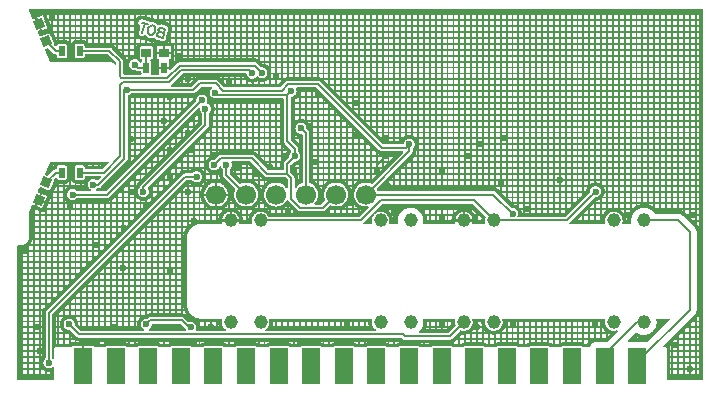
<source format=gbl>
%FSLAX46Y46*%
%MOMM*%
%ADD10C,0.160000*%
%AMPS17*
21,1,3.000000,1.500000,0.000000,0.000000,90.000000*
%
%ADD17PS17*%
%AMPS15*
1,1,1.150000,0.000000,0.000000*
%
%ADD15PS15*%
%AMPS14*
1,1,1.150000,0.000000,0.000000*
%
%ADD14PS14*%
%AMPS13*
1,1,1.700000,0.000000,0.000000*
%
%ADD13PS13*%
%AMPS18*
21,1,0.800000,0.750000,0.000000,0.000000,360.000000*
%
%ADD18PS18*%
%AMPS11*
21,1,0.500000,0.900000,0.000000,0.000000,360.000000*
%
%ADD11PS11*%
%AMPS16*
21,1,0.800000,0.800000,0.000000,0.000000,247.000122*
%
%ADD16PS16*%
%AMPS12*
21,1,0.800000,0.800000,0.000000,0.000000,112.000122*
%
%ADD12PS12*%
%AMPS19*
1,1,0.600000,0.000000,0.000000*
%
%ADD19PS19*%
G01*
%LPD*%
G36*
X58390000Y31610000D02*
X58382100Y31644664D01*
X58361935Y31670000D01*
X58359960Y31672482D01*
X58327953Y31687959D01*
X58310000Y31690000D01*
X1390000Y31690000D01*
X1355336Y31682100D01*
X1340133Y31670000D01*
X1327518Y31659960D01*
X1312041Y31627953D01*
X1310000Y31610000D01*
X1310000Y31577373D01*
X1316059Y31546832D01*
X1405620Y31330000D01*
X1471707Y31170000D01*
X1582442Y30901905D01*
X1602977Y30872883D01*
X1634060Y30855624D01*
X1670000Y30857443D01*
X1686352Y30858271D01*
X1861724Y30929126D01*
X1945667Y30721361D01*
X1966418Y30670000D01*
X2069631Y30414542D01*
X2069631Y30414539D01*
X2103787Y30330000D01*
X2153339Y30207357D01*
X2281284Y29890683D01*
X2115081Y29823532D01*
X2085901Y29803221D01*
X2068402Y29772273D01*
X2066042Y29736799D01*
X2071109Y29718816D01*
X2191367Y29427665D01*
X2211902Y29398643D01*
X2242985Y29381384D01*
X2295277Y29384031D01*
X2316979Y29392799D01*
X2670000Y29535430D01*
X2727523Y29558671D01*
X2903480Y29629763D01*
X2956391Y29642593D01*
X2997536Y29641109D01*
X3037671Y29629053D01*
X3073460Y29607234D01*
X3102563Y29577074D01*
X3125616Y29536037D01*
X3226676Y29285906D01*
X3330000Y29030173D01*
X3410876Y28830000D01*
X3421195Y28804460D01*
X3434025Y28751549D01*
X3432684Y28714377D01*
X3439330Y28679451D01*
X3445778Y28670000D01*
X3456063Y28654925D01*
X3550884Y28560104D01*
X3580982Y28541179D01*
X3616307Y28537164D01*
X3649884Y28548852D01*
X3670000Y28568878D01*
X3675080Y28573935D01*
X3686601Y28605027D01*
X3692926Y28648013D01*
X3709715Y28685605D01*
X3735931Y28718306D01*
X3769565Y28743313D01*
X3808429Y28758997D01*
X3855122Y28765000D01*
X4344146Y28765000D01*
X4398012Y28757074D01*
X4435605Y28740285D01*
X4468306Y28714069D01*
X4493313Y28680435D01*
X4497524Y28670000D01*
X4508997Y28641571D01*
X4515000Y28594878D01*
X4515000Y27705854D01*
X4509724Y27670000D01*
X4507074Y27651988D01*
X4490285Y27614395D01*
X4464069Y27581694D01*
X4430435Y27556687D01*
X4391571Y27541003D01*
X4344878Y27535000D01*
X3855854Y27535000D01*
X3801988Y27542926D01*
X3764395Y27559715D01*
X3731694Y27585931D01*
X3706687Y27619565D01*
X3691003Y27658429D01*
X3685000Y27705122D01*
X3685000Y27785000D01*
X3677100Y27819664D01*
X3654960Y27847482D01*
X3622953Y27862959D01*
X3605000Y27865000D01*
X3559911Y27865000D01*
X3535891Y27866180D01*
X3526149Y27867139D01*
X3479071Y27876502D01*
X3471578Y27878775D01*
X3427217Y27897150D01*
X3420331Y27900831D01*
X3380400Y27927512D01*
X3374384Y27932449D01*
X3357432Y27949427D01*
X3352118Y27952774D01*
X2934079Y28370813D01*
X2903981Y28389738D01*
X2868656Y28393753D01*
X2847541Y28388418D01*
X2727824Y28340048D01*
X2698644Y28319738D01*
X2681145Y28288790D01*
X2678785Y28253315D01*
X2683852Y28235333D01*
X2851272Y27830000D01*
X2885141Y27748001D01*
X3086930Y27259459D01*
X3107465Y27230437D01*
X3138548Y27213178D01*
X3160871Y27210000D01*
X8099821Y27210000D01*
X8103979Y27209974D01*
X8113148Y27209861D01*
X8121702Y27209651D01*
X8130530Y27209326D01*
X8139180Y27208902D01*
X8147932Y27208364D01*
X8156474Y27207734D01*
X8165363Y27206968D01*
X8173838Y27206132D01*
X8182647Y27205155D01*
X8191220Y27204098D01*
X8199901Y27202919D01*
X8208369Y27201663D01*
X8217125Y27200255D01*
X8225602Y27198785D01*
X8234368Y27197153D01*
X8242716Y27195492D01*
X8251376Y27193658D01*
X8259747Y27191778D01*
X8268328Y27189741D01*
X8276676Y27187649D01*
X8285208Y27185400D01*
X8293467Y27183115D01*
X8302031Y27180632D01*
X8310200Y27178153D01*
X8318639Y27175480D01*
X8326806Y27172783D01*
X8334893Y27170000D01*
X8335125Y27169920D01*
X8343224Y27167022D01*
X8351419Y27163976D01*
X8359588Y27160825D01*
X8367772Y27157552D01*
X8375613Y27154303D01*
X8383779Y27150803D01*
X8391614Y27147330D01*
X8399650Y27143650D01*
X8407485Y27139944D01*
X8415402Y27136080D01*
X8423002Y27132255D01*
X8430898Y27128158D01*
X8438496Y27124096D01*
X8446164Y27119876D01*
X8453720Y27115595D01*
X8461255Y27111204D01*
X8468665Y27106763D01*
X8476207Y27102116D01*
X8483493Y27097502D01*
X8490858Y27092710D01*
X8498043Y27087909D01*
X8505322Y27082915D01*
X8512254Y27078033D01*
X8519475Y27072814D01*
X8526420Y27067664D01*
X8533410Y27062345D01*
X8540121Y27057108D01*
X8547133Y27051496D01*
X8553654Y27046144D01*
X8560552Y27040340D01*
X8566937Y27034832D01*
X8573642Y27028903D01*
X8579932Y27023202D01*
X8580554Y27022624D01*
X8611329Y27004821D01*
X8646778Y27002111D01*
X8670000Y27011167D01*
X8679901Y27015028D01*
X8704156Y27041022D01*
X8715000Y27081239D01*
X8715000Y27122088D01*
X8707100Y27156752D01*
X8691569Y27178657D01*
X8028657Y27841569D01*
X7998559Y27860494D01*
X7972088Y27865000D01*
X6095000Y27865000D01*
X6060336Y27857100D01*
X6032518Y27834960D01*
X6017041Y27802953D01*
X6015000Y27785000D01*
X6015000Y27705854D01*
X6013667Y27696793D01*
X6009724Y27670000D01*
X6007074Y27651988D01*
X5990285Y27614395D01*
X5964069Y27581694D01*
X5930435Y27556687D01*
X5891571Y27541003D01*
X5844878Y27535000D01*
X5355854Y27535000D01*
X5301988Y27542926D01*
X5264395Y27559715D01*
X5231694Y27585931D01*
X5206687Y27619565D01*
X5191003Y27658429D01*
X5185000Y27705122D01*
X5185000Y28594146D01*
X5192926Y28648012D01*
X5209715Y28685605D01*
X5235931Y28718306D01*
X5269565Y28743313D01*
X5308429Y28758997D01*
X5355122Y28765000D01*
X5844146Y28765000D01*
X5898012Y28757074D01*
X5935605Y28740285D01*
X5968306Y28714069D01*
X5993313Y28680435D01*
X5997524Y28670000D01*
X6008997Y28641571D01*
X6015000Y28594878D01*
X6015000Y28515000D01*
X6022900Y28480336D01*
X6045040Y28452518D01*
X6077047Y28437041D01*
X6095000Y28435000D01*
X8121299Y28435000D01*
X8145350Y28433818D01*
X8155070Y28432860D01*
X8202147Y28423495D01*
X8209635Y28421224D01*
X8253996Y28402849D01*
X8260882Y28399168D01*
X8300813Y28372487D01*
X8308369Y28366285D01*
X8326178Y28350144D01*
X9200144Y27476178D01*
X9216285Y27458369D01*
X9222487Y27450813D01*
X9249168Y27410882D01*
X9252849Y27403996D01*
X9271224Y27359635D01*
X9273495Y27352147D01*
X9282860Y27305070D01*
X9283818Y27295350D01*
X9285000Y27271299D01*
X9285000Y26235002D01*
X9292900Y26200338D01*
X9315040Y26172520D01*
X9347047Y26157043D01*
X9365000Y26155002D01*
X10764188Y26155002D01*
X10798852Y26162902D01*
X10826670Y26185042D01*
X10842147Y26217049D01*
X10839718Y26247895D01*
X10842314Y26248229D01*
X10835000Y26305122D01*
X10835000Y26385000D01*
X10830000Y26406939D01*
X10827100Y26419664D01*
X10804960Y26447482D01*
X10772953Y26462959D01*
X10755000Y26465000D01*
X10501971Y26465000D01*
X10477951Y26466180D01*
X10468209Y26467139D01*
X10421131Y26476502D01*
X10413638Y26478775D01*
X10369277Y26497150D01*
X10362391Y26500831D01*
X10329310Y26522935D01*
X10280939Y26536321D01*
X10260054Y26535295D01*
X10239948Y26535295D01*
X10214457Y26536548D01*
X10194434Y26538520D01*
X10169212Y26542262D01*
X10149476Y26546188D01*
X10124726Y26552387D01*
X10105477Y26558225D01*
X10081455Y26566821D01*
X10062876Y26574517D01*
X10039816Y26585423D01*
X10022063Y26594912D01*
X10000187Y26608025D01*
X9983463Y26619200D01*
X9962963Y26634403D01*
X9947416Y26647162D01*
X9928536Y26664273D01*
X9914273Y26678536D01*
X9897162Y26697416D01*
X9884403Y26712963D01*
X9869200Y26733463D01*
X9858025Y26750187D01*
X9844912Y26772063D01*
X9835423Y26789816D01*
X9824517Y26812876D01*
X9816821Y26831455D01*
X9808225Y26855477D01*
X9802387Y26874726D01*
X9796188Y26899476D01*
X9792262Y26919212D01*
X9788520Y26944434D01*
X9786548Y26964457D01*
X9785295Y26989948D01*
X9785295Y27010052D01*
X9786548Y27035543D01*
X9788520Y27055566D01*
X9792262Y27080788D01*
X9796188Y27100524D01*
X9802387Y27125274D01*
X9808225Y27144523D01*
X9816821Y27168545D01*
X9824517Y27187124D01*
X9835423Y27210184D01*
X9844912Y27227937D01*
X9858025Y27249813D01*
X9869200Y27266537D01*
X9884403Y27287037D01*
X9897162Y27302584D01*
X9914273Y27321464D01*
X9928536Y27335727D01*
X9947416Y27352838D01*
X9962963Y27365597D01*
X9983463Y27380800D01*
X10000187Y27391975D01*
X10022063Y27405088D01*
X10039816Y27414577D01*
X10062876Y27425483D01*
X10081455Y27433179D01*
X10105477Y27441775D01*
X10124726Y27447613D01*
X10149476Y27453812D01*
X10169212Y27457738D01*
X10194434Y27461480D01*
X10214457Y27463452D01*
X10239948Y27464705D01*
X10260052Y27464705D01*
X10285543Y27463452D01*
X10305566Y27461480D01*
X10330788Y27457738D01*
X10350524Y27453812D01*
X10375274Y27447613D01*
X10394523Y27441775D01*
X10418545Y27433179D01*
X10437124Y27425483D01*
X10460184Y27414577D01*
X10477937Y27405088D01*
X10499813Y27391975D01*
X10516537Y27380800D01*
X10537037Y27365597D01*
X10552584Y27352838D01*
X10571464Y27335727D01*
X10585727Y27321464D01*
X10602838Y27302584D01*
X10615597Y27287037D01*
X10630800Y27266537D01*
X10641975Y27249813D01*
X10655088Y27227937D01*
X10664577Y27210184D01*
X10675481Y27187128D01*
X10681545Y27172488D01*
X10702109Y27143486D01*
X10733209Y27126258D01*
X10768702Y27124206D01*
X10801580Y27137737D01*
X10825348Y27164177D01*
X10834604Y27191456D01*
X10842926Y27248012D01*
X10859715Y27285605D01*
X10890658Y27324202D01*
X10908170Y27344683D01*
X10917285Y27379047D01*
X10910611Y27413968D01*
X10889464Y27442547D01*
X10848981Y27461011D01*
X10815056Y27466003D01*
X10801988Y27467926D01*
X10764395Y27484715D01*
X10731694Y27510931D01*
X10706687Y27544565D01*
X10691003Y27583429D01*
X10685000Y27630122D01*
X10685000Y28369146D01*
X10692926Y28423012D01*
X10709715Y28460605D01*
X10735931Y28493306D01*
X10769565Y28518313D01*
X10808429Y28533997D01*
X10830000Y28536770D01*
X10855122Y28540000D01*
X11644146Y28540000D01*
X11698012Y28532074D01*
X11735605Y28515285D01*
X11768306Y28489069D01*
X11793313Y28455435D01*
X11808997Y28416571D01*
X11815000Y28369878D01*
X11815000Y27630854D01*
X11807074Y27576988D01*
X11790285Y27539395D01*
X11764069Y27506694D01*
X11730435Y27481687D01*
X11691571Y27466003D01*
X11670000Y27463230D01*
X11651833Y27460894D01*
X11618460Y27448638D01*
X11593692Y27423132D01*
X11582422Y27389413D01*
X11586875Y27354140D01*
X11604195Y27330000D01*
X11611995Y27319129D01*
X11618304Y27314071D01*
X11643313Y27280435D01*
X11658997Y27241571D01*
X11665000Y27194878D01*
X11665000Y26305854D01*
X11656289Y26246647D01*
X11659059Y26211202D01*
X11676914Y26180458D01*
X11706327Y26160486D01*
X11735437Y26155002D01*
X12260000Y26155002D01*
X12294664Y26162902D01*
X12322482Y26185042D01*
X12337959Y26217049D01*
X12340000Y26235002D01*
X12340000Y26665000D01*
X13160000Y26665000D01*
X13160000Y26612664D01*
X13167900Y26578000D01*
X13173329Y26571179D01*
X13190040Y26550182D01*
X13222047Y26534705D01*
X13257599Y26534624D01*
X13296569Y26556095D01*
X13859259Y27118785D01*
X13862687Y27120425D01*
X13879838Y27137447D01*
X13885996Y27142501D01*
X13925927Y27169182D01*
X13932813Y27172863D01*
X13977174Y27191238D01*
X13984664Y27193510D01*
X14031740Y27202874D01*
X14041480Y27203834D01*
X14065491Y27205014D01*
X20414387Y27205014D01*
X20438438Y27203832D01*
X20448158Y27202874D01*
X20495235Y27193509D01*
X20502723Y27191238D01*
X20547084Y27172863D01*
X20553970Y27169182D01*
X20593901Y27142501D01*
X20601457Y27136299D01*
X20619266Y27120158D01*
X20947419Y26792005D01*
X20977517Y26773080D01*
X21007917Y26768671D01*
X21021665Y26769347D01*
X21041786Y26769347D01*
X21067277Y26768094D01*
X21087300Y26766122D01*
X21112522Y26762380D01*
X21132258Y26758454D01*
X21157008Y26752255D01*
X21176257Y26746417D01*
X21200279Y26737821D01*
X21218858Y26730125D01*
X21241918Y26719219D01*
X21259671Y26709730D01*
X21281547Y26696617D01*
X21298271Y26685442D01*
X21318771Y26670239D01*
X21334318Y26657480D01*
X21353198Y26640369D01*
X21367461Y26626106D01*
X21384572Y26607226D01*
X21397331Y26591679D01*
X21412534Y26571179D01*
X21423709Y26554455D01*
X21436822Y26532579D01*
X21446311Y26514826D01*
X21457217Y26491766D01*
X21464913Y26473187D01*
X21473509Y26449165D01*
X21479347Y26429916D01*
X21485546Y26405166D01*
X21489472Y26385430D01*
X21493214Y26360208D01*
X21495186Y26340185D01*
X21496439Y26314694D01*
X21496439Y26294590D01*
X21495186Y26269099D01*
X21493214Y26249076D01*
X21489472Y26223854D01*
X21485546Y26204118D01*
X21479347Y26179368D01*
X21473509Y26160119D01*
X21464913Y26136097D01*
X21457217Y26117518D01*
X21446311Y26094458D01*
X21436822Y26076705D01*
X21423709Y26054829D01*
X21412534Y26038105D01*
X21397331Y26017605D01*
X21384572Y26002058D01*
X21367461Y25983178D01*
X21353198Y25968915D01*
X21334318Y25951804D01*
X21318771Y25939045D01*
X21298271Y25923842D01*
X21281547Y25912667D01*
X21259671Y25899554D01*
X21241918Y25890065D01*
X21218858Y25879159D01*
X21200279Y25871463D01*
X21176257Y25862867D01*
X21157008Y25857029D01*
X21132258Y25850830D01*
X21112522Y25846904D01*
X21087300Y25843162D01*
X21067277Y25841190D01*
X21041786Y25839937D01*
X21021682Y25839937D01*
X20996191Y25841190D01*
X20976168Y25843162D01*
X20950946Y25846904D01*
X20931210Y25850830D01*
X20906460Y25857029D01*
X20887211Y25862867D01*
X20863189Y25871463D01*
X20844610Y25879159D01*
X20830000Y25886069D01*
X20821806Y25889944D01*
X20821550Y25890065D01*
X20803797Y25899554D01*
X20781921Y25912667D01*
X20765197Y25923842D01*
X20744697Y25939045D01*
X20729150Y25951804D01*
X20710270Y25968915D01*
X20704000Y25975185D01*
X20673902Y25994110D01*
X20638577Y25998125D01*
X20605000Y25986437D01*
X20585590Y25969368D01*
X20575784Y25957419D01*
X20558679Y25938546D01*
X20544416Y25924283D01*
X20525536Y25907172D01*
X20509989Y25894413D01*
X20489489Y25879210D01*
X20472765Y25868035D01*
X20450889Y25854922D01*
X20433136Y25845433D01*
X20410076Y25834527D01*
X20399147Y25830000D01*
X20391497Y25826831D01*
X20367475Y25818235D01*
X20348226Y25812397D01*
X20323476Y25806198D01*
X20303740Y25802272D01*
X20278518Y25798530D01*
X20258495Y25796558D01*
X20233004Y25795305D01*
X20212900Y25795305D01*
X20187409Y25796558D01*
X20167386Y25798530D01*
X20142164Y25802272D01*
X20122428Y25806198D01*
X20097678Y25812397D01*
X20078429Y25818235D01*
X20054407Y25826831D01*
X20035828Y25834527D01*
X20012768Y25845433D01*
X19995015Y25854922D01*
X19973139Y25868035D01*
X19956415Y25879210D01*
X19935915Y25894413D01*
X19920368Y25907172D01*
X19901488Y25924283D01*
X19887225Y25938546D01*
X19870114Y25957426D01*
X19857355Y25972973D01*
X19842152Y25993473D01*
X19830977Y26010197D01*
X19830000Y26011827D01*
X19820136Y26028283D01*
X19817864Y26032073D01*
X19808375Y26049826D01*
X19797469Y26072886D01*
X19789773Y26091465D01*
X19781177Y26115487D01*
X19775339Y26134736D01*
X19769140Y26159486D01*
X19765213Y26179224D01*
X19762615Y26196741D01*
X19749715Y26229871D01*
X19723733Y26254139D01*
X19683481Y26265003D01*
X14367985Y26265003D01*
X14333321Y26257103D01*
X14311416Y26241572D01*
X13371063Y25301219D01*
X13367635Y25299579D01*
X13350484Y25282557D01*
X13342013Y25275605D01*
X13320229Y25247508D01*
X13312770Y25212746D01*
X13321111Y25178186D01*
X13330000Y25167304D01*
X13343602Y25150652D01*
X13392764Y25133764D01*
X15055773Y25133764D01*
X15090437Y25141664D01*
X15112342Y25157195D01*
X15555305Y25600158D01*
X15558733Y25601798D01*
X15575884Y25618820D01*
X15582042Y25623874D01*
X15621973Y25650555D01*
X15628859Y25654236D01*
X15666917Y25670000D01*
X15673220Y25672611D01*
X15680710Y25674883D01*
X15727786Y25684247D01*
X15737526Y25685207D01*
X15761537Y25686387D01*
X17137062Y25686387D01*
X17161113Y25685205D01*
X17170833Y25684247D01*
X17217910Y25674882D01*
X17225398Y25672611D01*
X17269759Y25654236D01*
X17276645Y25650555D01*
X17316576Y25623874D01*
X17324132Y25617672D01*
X17330000Y25612354D01*
X17341941Y25601531D01*
X17842824Y25100648D01*
X17872922Y25081723D01*
X17899393Y25077217D01*
X22543045Y25077217D01*
X22577709Y25085117D01*
X22599614Y25100648D01*
X23045723Y25546757D01*
X23049151Y25548397D01*
X23066302Y25565419D01*
X23072460Y25570473D01*
X23112391Y25597154D01*
X23119277Y25600835D01*
X23163638Y25619210D01*
X23171128Y25621482D01*
X23218204Y25630846D01*
X23227944Y25631806D01*
X23251955Y25632986D01*
X25773241Y25632986D01*
X25797292Y25631804D01*
X25807012Y25630846D01*
X25830000Y25626273D01*
X25854089Y25621481D01*
X25861577Y25619210D01*
X25905938Y25600835D01*
X25912824Y25597154D01*
X25952755Y25570473D01*
X25960311Y25564271D01*
X25978120Y25548130D01*
X31267818Y20258432D01*
X31297916Y20239507D01*
X31324387Y20235001D01*
X32959062Y20235001D01*
X32993726Y20242901D01*
X33021544Y20265041D01*
X33037300Y20303754D01*
X33038231Y20303616D01*
X33041027Y20322460D01*
X33042145Y20330000D01*
X33042262Y20330788D01*
X33046188Y20350524D01*
X33052387Y20375274D01*
X33058225Y20394523D01*
X33066821Y20418545D01*
X33074517Y20437124D01*
X33085423Y20460184D01*
X33094912Y20477937D01*
X33108025Y20499813D01*
X33119200Y20516537D01*
X33134403Y20537037D01*
X33147162Y20552584D01*
X33164273Y20571464D01*
X33178536Y20585727D01*
X33197416Y20602838D01*
X33212963Y20615597D01*
X33233463Y20630800D01*
X33250187Y20641975D01*
X33272063Y20655088D01*
X33289816Y20664577D01*
X33312876Y20675483D01*
X33331455Y20683179D01*
X33355477Y20691775D01*
X33374726Y20697613D01*
X33399476Y20703812D01*
X33419212Y20707738D01*
X33444434Y20711480D01*
X33464457Y20713452D01*
X33489948Y20714705D01*
X33510052Y20714705D01*
X33535543Y20713452D01*
X33555566Y20711480D01*
X33580788Y20707738D01*
X33600524Y20703812D01*
X33625274Y20697613D01*
X33644523Y20691775D01*
X33668545Y20683179D01*
X33687124Y20675483D01*
X33710184Y20664577D01*
X33727937Y20655088D01*
X33749813Y20641975D01*
X33766537Y20630800D01*
X33787037Y20615597D01*
X33802584Y20602838D01*
X33821464Y20585727D01*
X33835727Y20571464D01*
X33852838Y20552584D01*
X33865597Y20537037D01*
X33880800Y20516537D01*
X33891975Y20499813D01*
X33905088Y20477937D01*
X33914577Y20460184D01*
X33925483Y20437124D01*
X33933179Y20418545D01*
X33941775Y20394523D01*
X33947613Y20375274D01*
X33953812Y20350524D01*
X33957738Y20330788D01*
X33961480Y20305566D01*
X33963452Y20285543D01*
X33964705Y20260052D01*
X33964705Y20239948D01*
X33963452Y20214457D01*
X33961480Y20194434D01*
X33957738Y20169212D01*
X33953812Y20149476D01*
X33947613Y20124726D01*
X33941775Y20105477D01*
X33933179Y20081455D01*
X33925483Y20062876D01*
X33914577Y20039816D01*
X33905088Y20022063D01*
X33891975Y20000187D01*
X33880800Y19983463D01*
X33865597Y19962963D01*
X33852838Y19947416D01*
X33835727Y19928536D01*
X33821476Y19914285D01*
X33811278Y19905043D01*
X33790898Y19875911D01*
X33785000Y19845764D01*
X33785000Y19651955D01*
X33783820Y19627944D01*
X33782860Y19618204D01*
X33773496Y19571128D01*
X33771224Y19563638D01*
X33752849Y19519277D01*
X33749168Y19512391D01*
X33722487Y19472460D01*
X33717433Y19466302D01*
X33700411Y19449151D01*
X33697449Y19444401D01*
X30780761Y16527713D01*
X30761836Y16497615D01*
X30757821Y16462290D01*
X30765010Y16436941D01*
X30783616Y16397600D01*
X30791319Y16379004D01*
X30805973Y16338049D01*
X30825089Y16308072D01*
X30855306Y16289339D01*
X30881296Y16285000D01*
X40638035Y16285000D01*
X40662086Y16283818D01*
X40671806Y16282860D01*
X40718883Y16273495D01*
X40726371Y16271224D01*
X40770732Y16252849D01*
X40777618Y16249168D01*
X40817549Y16222487D01*
X40825105Y16216285D01*
X40842914Y16200144D01*
X42165685Y14877373D01*
X42195783Y14858448D01*
X42226183Y14854039D01*
X42239931Y14854715D01*
X42260052Y14854715D01*
X42285543Y14853462D01*
X42305566Y14851490D01*
X42330788Y14847748D01*
X42350524Y14843822D01*
X42375274Y14837623D01*
X42394523Y14831785D01*
X42399511Y14830000D01*
X42418545Y14823189D01*
X42437124Y14815493D01*
X42460184Y14804587D01*
X42477937Y14795098D01*
X42499813Y14781985D01*
X42516537Y14770810D01*
X42537037Y14755607D01*
X42552584Y14742848D01*
X42571464Y14725737D01*
X42585727Y14711474D01*
X42602838Y14692594D01*
X42615597Y14677047D01*
X42620823Y14670000D01*
X42630800Y14656547D01*
X42641975Y14639823D01*
X42655088Y14617947D01*
X42664577Y14600194D01*
X42673140Y14582089D01*
X42675483Y14577134D01*
X42683179Y14558555D01*
X42691775Y14534533D01*
X42697613Y14515284D01*
X42703812Y14490534D01*
X42707738Y14470798D01*
X42711480Y14445576D01*
X42713452Y14425553D01*
X42714705Y14400062D01*
X42714705Y14379958D01*
X42713452Y14354467D01*
X42711480Y14334444D01*
X42707738Y14309222D01*
X42703812Y14289486D01*
X42697613Y14264736D01*
X42691775Y14245487D01*
X42683179Y14221465D01*
X42675483Y14202886D01*
X42673742Y14199205D01*
X42671519Y14189155D01*
X42666063Y14164491D01*
X42674183Y14129878D01*
X42696499Y14102202D01*
X42746061Y14085000D01*
X46675568Y14085000D01*
X46710232Y14092900D01*
X46732137Y14108431D01*
X48789400Y16165694D01*
X48808325Y16195792D01*
X48812734Y16226192D01*
X48812058Y16239940D01*
X48812058Y16260061D01*
X48813311Y16285552D01*
X48815283Y16305575D01*
X48819025Y16330797D01*
X48822951Y16350533D01*
X48829150Y16375283D01*
X48834988Y16394532D01*
X48843584Y16418554D01*
X48851280Y16437133D01*
X48862186Y16460193D01*
X48871675Y16477946D01*
X48884788Y16499822D01*
X48895963Y16516546D01*
X48911166Y16537046D01*
X48923925Y16552593D01*
X48941036Y16571473D01*
X48955299Y16585736D01*
X48974179Y16602847D01*
X48989726Y16615606D01*
X49010226Y16630809D01*
X49026950Y16641984D01*
X49048826Y16655097D01*
X49066579Y16664586D01*
X49078027Y16670000D01*
X49089639Y16675492D01*
X49108218Y16683188D01*
X49132240Y16691784D01*
X49151489Y16697622D01*
X49176239Y16703821D01*
X49195975Y16707747D01*
X49221197Y16711489D01*
X49241220Y16713461D01*
X49266711Y16714714D01*
X49286815Y16714714D01*
X49312306Y16713461D01*
X49332329Y16711489D01*
X49357551Y16707747D01*
X49377287Y16703821D01*
X49402037Y16697622D01*
X49421286Y16691784D01*
X49445308Y16683188D01*
X49463887Y16675492D01*
X49475499Y16670000D01*
X49486947Y16664586D01*
X49504700Y16655097D01*
X49526576Y16641984D01*
X49543300Y16630809D01*
X49563800Y16615606D01*
X49579347Y16602847D01*
X49598227Y16585736D01*
X49612490Y16571473D01*
X49629601Y16552593D01*
X49642360Y16537046D01*
X49657563Y16516546D01*
X49668738Y16499822D01*
X49681851Y16477946D01*
X49691340Y16460193D01*
X49702246Y16437133D01*
X49709942Y16418554D01*
X49718538Y16394532D01*
X49724376Y16375283D01*
X49730575Y16350533D01*
X49734501Y16330797D01*
X49738243Y16305575D01*
X49740215Y16285552D01*
X49741468Y16260061D01*
X49741468Y16239957D01*
X49740215Y16214466D01*
X49738243Y16194443D01*
X49734501Y16169221D01*
X49730575Y16149485D01*
X49724376Y16124735D01*
X49718538Y16105486D01*
X49709942Y16081464D01*
X49702246Y16062885D01*
X49691340Y16039825D01*
X49681851Y16022072D01*
X49668738Y16000196D01*
X49657563Y15983472D01*
X49642360Y15962972D01*
X49629601Y15947425D01*
X49612490Y15928545D01*
X49598227Y15914282D01*
X49579347Y15897171D01*
X49563800Y15884412D01*
X49543300Y15869209D01*
X49526576Y15858034D01*
X49504700Y15844921D01*
X49486947Y15835432D01*
X49475461Y15830000D01*
X49463887Y15824526D01*
X49445308Y15816830D01*
X49421286Y15808234D01*
X49402037Y15802396D01*
X49377287Y15796197D01*
X49357551Y15792271D01*
X49332329Y15788529D01*
X49312306Y15786557D01*
X49286815Y15785304D01*
X49266694Y15785304D01*
X49252946Y15785980D01*
X49217936Y15779792D01*
X49192448Y15762646D01*
X47076372Y13646570D01*
X47057447Y13616472D01*
X47053432Y13581147D01*
X47065120Y13547570D01*
X47090203Y13522374D01*
X47132941Y13510001D01*
X50037983Y13510001D01*
X50072647Y13517901D01*
X50100465Y13540041D01*
X50115942Y13572048D01*
X50115585Y13609440D01*
X50106471Y13645824D01*
X50102548Y13665550D01*
X50101888Y13670000D01*
X50097630Y13698703D01*
X50094844Y13717479D01*
X50092872Y13737506D01*
X50090295Y13789949D01*
X50090295Y13810051D01*
X50091274Y13829969D01*
X50091275Y13830000D01*
X50092872Y13862494D01*
X50094844Y13882521D01*
X50102548Y13934450D01*
X50106471Y13954176D01*
X50119223Y14005084D01*
X50125073Y14024368D01*
X50142754Y14073782D01*
X50150448Y14092358D01*
X50172899Y14139827D01*
X50182378Y14157561D01*
X50209372Y14202597D01*
X50220541Y14219315D01*
X50251819Y14261489D01*
X50264576Y14277032D01*
X50299832Y14315931D01*
X50314069Y14330168D01*
X50352968Y14365424D01*
X50368511Y14378181D01*
X50410685Y14409459D01*
X50427403Y14420628D01*
X50472439Y14447622D01*
X50490173Y14457101D01*
X50537642Y14479552D01*
X50556218Y14487246D01*
X50605632Y14504927D01*
X50624916Y14510777D01*
X50670000Y14522070D01*
X50675824Y14523529D01*
X50695550Y14527452D01*
X50747479Y14535156D01*
X50767506Y14537128D01*
X50819949Y14539705D01*
X50840051Y14539705D01*
X50892494Y14537128D01*
X50912521Y14535156D01*
X50964450Y14527452D01*
X50984176Y14523529D01*
X51035084Y14510777D01*
X51054368Y14504927D01*
X51103782Y14487246D01*
X51122358Y14479552D01*
X51169827Y14457101D01*
X51187561Y14447622D01*
X51232597Y14420628D01*
X51249315Y14409459D01*
X51291489Y14378181D01*
X51307032Y14365424D01*
X51345931Y14330168D01*
X51360168Y14315931D01*
X51395424Y14277032D01*
X51408181Y14261489D01*
X51439459Y14219315D01*
X51450628Y14202597D01*
X51470166Y14170000D01*
X51477622Y14157561D01*
X51487101Y14139827D01*
X51509552Y14092358D01*
X51517246Y14073782D01*
X51534927Y14024368D01*
X51540777Y14005084D01*
X51553529Y13954176D01*
X51557452Y13934450D01*
X51565156Y13882521D01*
X51567128Y13862494D01*
X51569705Y13810051D01*
X51569705Y13789949D01*
X51567128Y13737506D01*
X51565156Y13717479D01*
X51562370Y13698703D01*
X51558112Y13670000D01*
X51557452Y13665550D01*
X51553529Y13645824D01*
X51544415Y13609440D01*
X51543655Y13573895D01*
X51558372Y13541532D01*
X51585658Y13518741D01*
X51622017Y13510001D01*
X52229765Y13510001D01*
X52264429Y13517901D01*
X52292247Y13540041D01*
X52307724Y13572048D01*
X52308227Y13605612D01*
X52306227Y13615666D01*
X52298524Y13667591D01*
X52293282Y13720817D01*
X52290705Y13773265D01*
X52290705Y13826735D01*
X52293282Y13879183D01*
X52298524Y13932409D01*
X52306226Y13984328D01*
X52316664Y14036799D01*
X52329417Y14087716D01*
X52344942Y14138895D01*
X52362626Y14188317D01*
X52383094Y14237731D01*
X52405539Y14285186D01*
X52430755Y14332363D01*
X52457738Y14377381D01*
X52487456Y14421858D01*
X52518726Y14464022D01*
X52552657Y14505368D01*
X52587911Y14544264D01*
X52625736Y14582089D01*
X52664632Y14617343D01*
X52670000Y14621748D01*
X52705978Y14651274D01*
X52748142Y14682544D01*
X52792619Y14712262D01*
X52837637Y14739245D01*
X52884814Y14764461D01*
X52932269Y14786906D01*
X52981683Y14807374D01*
X53031105Y14825058D01*
X53045106Y14829305D01*
X53082284Y14840583D01*
X53133201Y14853336D01*
X53170000Y14860656D01*
X53185672Y14863774D01*
X53237591Y14871476D01*
X53290817Y14876718D01*
X53330000Y14878643D01*
X53343265Y14879295D01*
X53396735Y14879295D01*
X53449183Y14876718D01*
X53502409Y14871476D01*
X53554328Y14863774D01*
X53606799Y14853336D01*
X53657716Y14840583D01*
X53708895Y14825058D01*
X53758317Y14807374D01*
X53807731Y14786906D01*
X53855186Y14764461D01*
X53902363Y14739245D01*
X53947381Y14712262D01*
X53991858Y14682544D01*
X53993916Y14681018D01*
X54008772Y14670000D01*
X54034022Y14651274D01*
X54075368Y14617343D01*
X54114264Y14582089D01*
X54152089Y14544264D01*
X54187343Y14505368D01*
X54221274Y14464022D01*
X54252540Y14421863D01*
X54253414Y14420556D01*
X54279241Y14396122D01*
X54319933Y14385000D01*
X56259732Y14385000D01*
X56313204Y14382372D01*
X56322931Y14381413D01*
X56427650Y14360581D01*
X56435142Y14358308D01*
X56533855Y14317421D01*
X56540737Y14313743D01*
X56629563Y14254391D01*
X56637130Y14248181D01*
X56676733Y14212286D01*
X57662286Y13226733D01*
X57698181Y13187130D01*
X57704391Y13179563D01*
X57763743Y13090737D01*
X57767421Y13083855D01*
X57808308Y12985142D01*
X57810581Y12977650D01*
X57821172Y12924412D01*
X57831413Y12872931D01*
X57832372Y12863204D01*
X57835000Y12809732D01*
X57835000Y6251975D01*
X57832372Y6198504D01*
X57831414Y6188787D01*
X57810578Y6084048D01*
X57808308Y6076564D01*
X57767421Y5977851D01*
X57763743Y5970969D01*
X57704391Y5882143D01*
X57699338Y5875986D01*
X57670000Y5846427D01*
X57661600Y5837964D01*
X57655510Y5828198D01*
X55013881Y3186569D01*
X55003463Y3170000D01*
X54994956Y3156471D01*
X54990941Y3121146D01*
X55002629Y3087569D01*
X55027712Y3062373D01*
X55070450Y3050000D01*
X55234175Y3050000D01*
X55280437Y3030951D01*
X55300000Y2984000D01*
X55300000Y390000D01*
X55307900Y355336D01*
X55330040Y327518D01*
X55362047Y312041D01*
X55380000Y310000D01*
X58310000Y310000D01*
X58344664Y317900D01*
X58359867Y330000D01*
X58372482Y340040D01*
X58387959Y372047D01*
X58390000Y390000D01*
X58390000Y31610000D01*
D02*
G37*
%LPC*%
G36*
X3170000Y31330000D02*
X2830000Y31330000D01*
X2830000Y31370000D01*
X3170000Y31370000D01*
X3170000Y31330000D01*
D02*
G37*
%LPC*%
G36*
X3670000Y31330000D02*
X3330000Y31330000D01*
X3330000Y31370000D01*
X3670000Y31370000D01*
X3670000Y31330000D01*
D02*
G37*
%LPC*%
G36*
X4170000Y31330000D02*
X3830000Y31330000D01*
X3830000Y31370000D01*
X4170000Y31370000D01*
X4170000Y31330000D01*
D02*
G37*
%LPC*%
G36*
X4670000Y31330000D02*
X4330000Y31330000D01*
X4330000Y31370000D01*
X4670000Y31370000D01*
X4670000Y31330000D01*
D02*
G37*
%LPC*%
G36*
X5170000Y31330000D02*
X4830000Y31330000D01*
X4830000Y31370000D01*
X5170000Y31370000D01*
X5170000Y31330000D01*
D02*
G37*
%LPC*%
G36*
X5670000Y31330000D02*
X5330000Y31330000D01*
X5330000Y31370000D01*
X5670000Y31370000D01*
X5670000Y31330000D01*
D02*
G37*
%LPC*%
G36*
X6170000Y31330000D02*
X5830000Y31330000D01*
X5830000Y31370000D01*
X6170000Y31370000D01*
X6170000Y31330000D01*
D02*
G37*
%LPC*%
G36*
X6670000Y31330000D02*
X6330000Y31330000D01*
X6330000Y31370000D01*
X6670000Y31370000D01*
X6670000Y31330000D01*
D02*
G37*
%LPC*%
G36*
X7170000Y31330000D02*
X6830000Y31330000D01*
X6830000Y31370000D01*
X7170000Y31370000D01*
X7170000Y31330000D01*
D02*
G37*
%LPC*%
G36*
X7670000Y31330000D02*
X7330000Y31330000D01*
X7330000Y31370000D01*
X7670000Y31370000D01*
X7670000Y31330000D01*
D02*
G37*
%LPC*%
G36*
X8170000Y31330000D02*
X7830000Y31330000D01*
X7830000Y31370000D01*
X8170000Y31370000D01*
X8170000Y31330000D01*
D02*
G37*
%LPC*%
G36*
X8670000Y31330000D02*
X8330000Y31330000D01*
X8330000Y31370000D01*
X8670000Y31370000D01*
X8670000Y31330000D01*
D02*
G37*
%LPC*%
G36*
X9170000Y31330000D02*
X8830000Y31330000D01*
X8830000Y31370000D01*
X9170000Y31370000D01*
X9170000Y31330000D01*
D02*
G37*
%LPC*%
G36*
X9670000Y31330000D02*
X9330000Y31330000D01*
X9330000Y31370000D01*
X9670000Y31370000D01*
X9670000Y31330000D01*
D02*
G37*
%LPC*%
G36*
X10170000Y31330000D02*
X9830000Y31330000D01*
X9830000Y31370000D01*
X10170000Y31370000D01*
X10170000Y31330000D01*
D02*
G37*
%LPC*%
G36*
X10670000Y31330000D02*
X10330000Y31330000D01*
X10330000Y31370000D01*
X10670000Y31370000D01*
X10670000Y31330000D01*
D02*
G37*
%LPC*%
G36*
X11170000Y31330000D02*
X10830000Y31330000D01*
X10830000Y31370000D01*
X11170000Y31370000D01*
X11170000Y31330000D01*
D02*
G37*
%LPC*%
G36*
X11670000Y31330000D02*
X11330000Y31330000D01*
X11330000Y31370000D01*
X11670000Y31370000D01*
X11670000Y31330000D01*
D02*
G37*
%LPC*%
G36*
X12170000Y31330000D02*
X11830000Y31330000D01*
X11830000Y31370000D01*
X12170000Y31370000D01*
X12170000Y31330000D01*
D02*
G37*
%LPC*%
G36*
X12670000Y31330000D02*
X12330000Y31330000D01*
X12330000Y31370000D01*
X12670000Y31370000D01*
X12670000Y31330000D01*
D02*
G37*
%LPC*%
G36*
X13170000Y31330000D02*
X12830000Y31330000D01*
X12830000Y31370000D01*
X13170000Y31370000D01*
X13170000Y31330000D01*
D02*
G37*
%LPC*%
G36*
X13670000Y31330000D02*
X13330000Y31330000D01*
X13330000Y31370000D01*
X13670000Y31370000D01*
X13670000Y31330000D01*
D02*
G37*
%LPC*%
G36*
X14170000Y31330000D02*
X13830000Y31330000D01*
X13830000Y31370000D01*
X14170000Y31370000D01*
X14170000Y31330000D01*
D02*
G37*
%LPC*%
G36*
X14670000Y31330000D02*
X14330000Y31330000D01*
X14330000Y31370000D01*
X14670000Y31370000D01*
X14670000Y31330000D01*
D02*
G37*
%LPC*%
G36*
X15170000Y31330000D02*
X14830000Y31330000D01*
X14830000Y31370000D01*
X15170000Y31370000D01*
X15170000Y31330000D01*
D02*
G37*
%LPC*%
G36*
X15670000Y31330000D02*
X15330000Y31330000D01*
X15330000Y31370000D01*
X15670000Y31370000D01*
X15670000Y31330000D01*
D02*
G37*
%LPC*%
G36*
X16170000Y31330000D02*
X15830000Y31330000D01*
X15830000Y31370000D01*
X16170000Y31370000D01*
X16170000Y31330000D01*
D02*
G37*
%LPC*%
G36*
X16670000Y31330000D02*
X16330000Y31330000D01*
X16330000Y31370000D01*
X16670000Y31370000D01*
X16670000Y31330000D01*
D02*
G37*
%LPC*%
G36*
X17170000Y31330000D02*
X16830000Y31330000D01*
X16830000Y31370000D01*
X17170000Y31370000D01*
X17170000Y31330000D01*
D02*
G37*
%LPC*%
G36*
X17670000Y31330000D02*
X17330000Y31330000D01*
X17330000Y31370000D01*
X17670000Y31370000D01*
X17670000Y31330000D01*
D02*
G37*
%LPC*%
G36*
X18170000Y31330000D02*
X17830000Y31330000D01*
X17830000Y31370000D01*
X18170000Y31370000D01*
X18170000Y31330000D01*
D02*
G37*
%LPC*%
G36*
X18670000Y31330000D02*
X18330000Y31330000D01*
X18330000Y31370000D01*
X18670000Y31370000D01*
X18670000Y31330000D01*
D02*
G37*
%LPC*%
G36*
X19170000Y31330000D02*
X18830000Y31330000D01*
X18830000Y31370000D01*
X19170000Y31370000D01*
X19170000Y31330000D01*
D02*
G37*
%LPC*%
G36*
X19670000Y31330000D02*
X19330000Y31330000D01*
X19330000Y31370000D01*
X19670000Y31370000D01*
X19670000Y31330000D01*
D02*
G37*
%LPC*%
G36*
X20170000Y31330000D02*
X19830000Y31330000D01*
X19830000Y31370000D01*
X20170000Y31370000D01*
X20170000Y31330000D01*
D02*
G37*
%LPC*%
G36*
X20670000Y31330000D02*
X20330000Y31330000D01*
X20330000Y31370000D01*
X20670000Y31370000D01*
X20670000Y31330000D01*
D02*
G37*
%LPC*%
G36*
X21170000Y31330000D02*
X20830000Y31330000D01*
X20830000Y31370000D01*
X21170000Y31370000D01*
X21170000Y31330000D01*
D02*
G37*
%LPC*%
G36*
X21670000Y31330000D02*
X21330000Y31330000D01*
X21330000Y31370000D01*
X21670000Y31370000D01*
X21670000Y31330000D01*
D02*
G37*
%LPC*%
G36*
X22170000Y31330000D02*
X21830000Y31330000D01*
X21830000Y31370000D01*
X22170000Y31370000D01*
X22170000Y31330000D01*
D02*
G37*
%LPC*%
G36*
X22670000Y31330000D02*
X22330000Y31330000D01*
X22330000Y31370000D01*
X22670000Y31370000D01*
X22670000Y31330000D01*
D02*
G37*
%LPC*%
G36*
X23170000Y31330000D02*
X22830000Y31330000D01*
X22830000Y31370000D01*
X23170000Y31370000D01*
X23170000Y31330000D01*
D02*
G37*
%LPC*%
G36*
X23670000Y31330000D02*
X23330000Y31330000D01*
X23330000Y31370000D01*
X23670000Y31370000D01*
X23670000Y31330000D01*
D02*
G37*
%LPC*%
G36*
X24170000Y31330000D02*
X23830000Y31330000D01*
X23830000Y31370000D01*
X24170000Y31370000D01*
X24170000Y31330000D01*
D02*
G37*
%LPC*%
G36*
X24670000Y31330000D02*
X24330000Y31330000D01*
X24330000Y31370000D01*
X24670000Y31370000D01*
X24670000Y31330000D01*
D02*
G37*
%LPC*%
G36*
X25170000Y31330000D02*
X24830000Y31330000D01*
X24830000Y31370000D01*
X25170000Y31370000D01*
X25170000Y31330000D01*
D02*
G37*
%LPC*%
G36*
X25670000Y31330000D02*
X25330000Y31330000D01*
X25330000Y31370000D01*
X25670000Y31370000D01*
X25670000Y31330000D01*
D02*
G37*
%LPC*%
G36*
X26170000Y31330000D02*
X25830000Y31330000D01*
X25830000Y31370000D01*
X26170000Y31370000D01*
X26170000Y31330000D01*
D02*
G37*
%LPC*%
G36*
X26670000Y31330000D02*
X26330000Y31330000D01*
X26330000Y31370000D01*
X26670000Y31370000D01*
X26670000Y31330000D01*
D02*
G37*
%LPC*%
G36*
X27170000Y31330000D02*
X26830000Y31330000D01*
X26830000Y31370000D01*
X27170000Y31370000D01*
X27170000Y31330000D01*
D02*
G37*
%LPC*%
G36*
X27670000Y31330000D02*
X27330000Y31330000D01*
X27330000Y31370000D01*
X27670000Y31370000D01*
X27670000Y31330000D01*
D02*
G37*
%LPC*%
G36*
X28170000Y31330000D02*
X27830000Y31330000D01*
X27830000Y31370000D01*
X28170000Y31370000D01*
X28170000Y31330000D01*
D02*
G37*
%LPC*%
G36*
X28670000Y31330000D02*
X28330000Y31330000D01*
X28330000Y31370000D01*
X28670000Y31370000D01*
X28670000Y31330000D01*
D02*
G37*
%LPC*%
G36*
X29170000Y31330000D02*
X28830000Y31330000D01*
X28830000Y31370000D01*
X29170000Y31370000D01*
X29170000Y31330000D01*
D02*
G37*
%LPC*%
G36*
X29670000Y31330000D02*
X29330000Y31330000D01*
X29330000Y31370000D01*
X29670000Y31370000D01*
X29670000Y31330000D01*
D02*
G37*
%LPC*%
G36*
X30170000Y31330000D02*
X29830000Y31330000D01*
X29830000Y31370000D01*
X30170000Y31370000D01*
X30170000Y31330000D01*
D02*
G37*
%LPC*%
G36*
X30670000Y31330000D02*
X30330000Y31330000D01*
X30330000Y31370000D01*
X30670000Y31370000D01*
X30670000Y31330000D01*
D02*
G37*
%LPC*%
G36*
X31170000Y31330000D02*
X30830000Y31330000D01*
X30830000Y31370000D01*
X31170000Y31370000D01*
X31170000Y31330000D01*
D02*
G37*
%LPC*%
G36*
X31670000Y31330000D02*
X31330000Y31330000D01*
X31330000Y31370000D01*
X31670000Y31370000D01*
X31670000Y31330000D01*
D02*
G37*
%LPC*%
G36*
X32170000Y31330000D02*
X31830000Y31330000D01*
X31830000Y31370000D01*
X32170000Y31370000D01*
X32170000Y31330000D01*
D02*
G37*
%LPC*%
G36*
X32670000Y31330000D02*
X32330000Y31330000D01*
X32330000Y31370000D01*
X32670000Y31370000D01*
X32670000Y31330000D01*
D02*
G37*
%LPC*%
G36*
X33170000Y31330000D02*
X32830000Y31330000D01*
X32830000Y31370000D01*
X33170000Y31370000D01*
X33170000Y31330000D01*
D02*
G37*
%LPC*%
G36*
X33670000Y31330000D02*
X33330000Y31330000D01*
X33330000Y31370000D01*
X33670000Y31370000D01*
X33670000Y31330000D01*
D02*
G37*
%LPC*%
G36*
X34170000Y31330000D02*
X33830000Y31330000D01*
X33830000Y31370000D01*
X34170000Y31370000D01*
X34170000Y31330000D01*
D02*
G37*
%LPC*%
G36*
X34670000Y31330000D02*
X34330000Y31330000D01*
X34330000Y31370000D01*
X34670000Y31370000D01*
X34670000Y31330000D01*
D02*
G37*
%LPC*%
G36*
X35170000Y31330000D02*
X34830000Y31330000D01*
X34830000Y31370000D01*
X35170000Y31370000D01*
X35170000Y31330000D01*
D02*
G37*
%LPC*%
G36*
X35670000Y31330000D02*
X35330000Y31330000D01*
X35330000Y31370000D01*
X35670000Y31370000D01*
X35670000Y31330000D01*
D02*
G37*
%LPC*%
G36*
X36170000Y31330000D02*
X35830000Y31330000D01*
X35830000Y31370000D01*
X36170000Y31370000D01*
X36170000Y31330000D01*
D02*
G37*
%LPC*%
G36*
X36670000Y31330000D02*
X36330000Y31330000D01*
X36330000Y31370000D01*
X36670000Y31370000D01*
X36670000Y31330000D01*
D02*
G37*
%LPC*%
G36*
X37170000Y31330000D02*
X36830000Y31330000D01*
X36830000Y31370000D01*
X37170000Y31370000D01*
X37170000Y31330000D01*
D02*
G37*
%LPC*%
G36*
X37670000Y31330000D02*
X37330000Y31330000D01*
X37330000Y31370000D01*
X37670000Y31370000D01*
X37670000Y31330000D01*
D02*
G37*
%LPC*%
G36*
X38170000Y31330000D02*
X37830000Y31330000D01*
X37830000Y31370000D01*
X38170000Y31370000D01*
X38170000Y31330000D01*
D02*
G37*
%LPC*%
G36*
X38670000Y31330000D02*
X38330000Y31330000D01*
X38330000Y31370000D01*
X38670000Y31370000D01*
X38670000Y31330000D01*
D02*
G37*
%LPC*%
G36*
X39170000Y31330000D02*
X38830000Y31330000D01*
X38830000Y31370000D01*
X39170000Y31370000D01*
X39170000Y31330000D01*
D02*
G37*
%LPC*%
G36*
X39670000Y31330000D02*
X39330000Y31330000D01*
X39330000Y31370000D01*
X39670000Y31370000D01*
X39670000Y31330000D01*
D02*
G37*
%LPC*%
G36*
X40170000Y31330000D02*
X39830000Y31330000D01*
X39830000Y31370000D01*
X40170000Y31370000D01*
X40170000Y31330000D01*
D02*
G37*
%LPC*%
G36*
X40670000Y31330000D02*
X40330000Y31330000D01*
X40330000Y31370000D01*
X40670000Y31370000D01*
X40670000Y31330000D01*
D02*
G37*
%LPC*%
G36*
X41170000Y31330000D02*
X40830000Y31330000D01*
X40830000Y31370000D01*
X41170000Y31370000D01*
X41170000Y31330000D01*
D02*
G37*
%LPC*%
G36*
X41670000Y31330000D02*
X41330000Y31330000D01*
X41330000Y31370000D01*
X41670000Y31370000D01*
X41670000Y31330000D01*
D02*
G37*
%LPC*%
G36*
X42170000Y31330000D02*
X41830000Y31330000D01*
X41830000Y31370000D01*
X42170000Y31370000D01*
X42170000Y31330000D01*
D02*
G37*
%LPC*%
G36*
X42670000Y31330000D02*
X42330000Y31330000D01*
X42330000Y31370000D01*
X42670000Y31370000D01*
X42670000Y31330000D01*
D02*
G37*
%LPC*%
G36*
X43170000Y31330000D02*
X42830000Y31330000D01*
X42830000Y31370000D01*
X43170000Y31370000D01*
X43170000Y31330000D01*
D02*
G37*
%LPC*%
G36*
X43670000Y31330000D02*
X43330000Y31330000D01*
X43330000Y31370000D01*
X43670000Y31370000D01*
X43670000Y31330000D01*
D02*
G37*
%LPC*%
G36*
X44170000Y31330000D02*
X43830000Y31330000D01*
X43830000Y31370000D01*
X44170000Y31370000D01*
X44170000Y31330000D01*
D02*
G37*
%LPC*%
G36*
X44670000Y31330000D02*
X44330000Y31330000D01*
X44330000Y31370000D01*
X44670000Y31370000D01*
X44670000Y31330000D01*
D02*
G37*
%LPC*%
G36*
X45170000Y31330000D02*
X44830000Y31330000D01*
X44830000Y31370000D01*
X45170000Y31370000D01*
X45170000Y31330000D01*
D02*
G37*
%LPC*%
G36*
X45670000Y31330000D02*
X45330000Y31330000D01*
X45330000Y31370000D01*
X45670000Y31370000D01*
X45670000Y31330000D01*
D02*
G37*
%LPC*%
G36*
X46170000Y31330000D02*
X45830000Y31330000D01*
X45830000Y31370000D01*
X46170000Y31370000D01*
X46170000Y31330000D01*
D02*
G37*
%LPC*%
G36*
X46670000Y31330000D02*
X46330000Y31330000D01*
X46330000Y31370000D01*
X46670000Y31370000D01*
X46670000Y31330000D01*
D02*
G37*
%LPC*%
G36*
X47170000Y31330000D02*
X46830000Y31330000D01*
X46830000Y31370000D01*
X47170000Y31370000D01*
X47170000Y31330000D01*
D02*
G37*
%LPC*%
G36*
X47670000Y31330000D02*
X47330000Y31330000D01*
X47330000Y31370000D01*
X47670000Y31370000D01*
X47670000Y31330000D01*
D02*
G37*
%LPC*%
G36*
X48170000Y31330000D02*
X47830000Y31330000D01*
X47830000Y31370000D01*
X48170000Y31370000D01*
X48170000Y31330000D01*
D02*
G37*
%LPC*%
G36*
X48670000Y31330000D02*
X48330000Y31330000D01*
X48330000Y31370000D01*
X48670000Y31370000D01*
X48670000Y31330000D01*
D02*
G37*
%LPC*%
G36*
X49170000Y31330000D02*
X48830000Y31330000D01*
X48830000Y31370000D01*
X49170000Y31370000D01*
X49170000Y31330000D01*
D02*
G37*
%LPC*%
G36*
X49670000Y31330000D02*
X49330000Y31330000D01*
X49330000Y31370000D01*
X49670000Y31370000D01*
X49670000Y31330000D01*
D02*
G37*
%LPC*%
G36*
X50170000Y31330000D02*
X49830000Y31330000D01*
X49830000Y31370000D01*
X50170000Y31370000D01*
X50170000Y31330000D01*
D02*
G37*
%LPC*%
G36*
X50670000Y31330000D02*
X50330000Y31330000D01*
X50330000Y31370000D01*
X50670000Y31370000D01*
X50670000Y31330000D01*
D02*
G37*
%LPC*%
G36*
X51170000Y31330000D02*
X50830000Y31330000D01*
X50830000Y31370000D01*
X51170000Y31370000D01*
X51170000Y31330000D01*
D02*
G37*
%LPC*%
G36*
X51670000Y31330000D02*
X51330000Y31330000D01*
X51330000Y31370000D01*
X51670000Y31370000D01*
X51670000Y31330000D01*
D02*
G37*
%LPC*%
G36*
X52170000Y31330000D02*
X51830000Y31330000D01*
X51830000Y31370000D01*
X52170000Y31370000D01*
X52170000Y31330000D01*
D02*
G37*
%LPC*%
G36*
X52670000Y31330000D02*
X52330000Y31330000D01*
X52330000Y31370000D01*
X52670000Y31370000D01*
X52670000Y31330000D01*
D02*
G37*
%LPC*%
G36*
X53170000Y31330000D02*
X52830000Y31330000D01*
X52830000Y31370000D01*
X53170000Y31370000D01*
X53170000Y31330000D01*
D02*
G37*
%LPC*%
G36*
X53670000Y31330000D02*
X53330000Y31330000D01*
X53330000Y31370000D01*
X53670000Y31370000D01*
X53670000Y31330000D01*
D02*
G37*
%LPC*%
G36*
X54170000Y31330000D02*
X53830000Y31330000D01*
X53830000Y31370000D01*
X54170000Y31370000D01*
X54170000Y31330000D01*
D02*
G37*
%LPC*%
G36*
X54670000Y31330000D02*
X54330000Y31330000D01*
X54330000Y31370000D01*
X54670000Y31370000D01*
X54670000Y31330000D01*
D02*
G37*
%LPC*%
G36*
X55170000Y31330000D02*
X54830000Y31330000D01*
X54830000Y31370000D01*
X55170000Y31370000D01*
X55170000Y31330000D01*
D02*
G37*
%LPC*%
G36*
X55670000Y31330000D02*
X55330000Y31330000D01*
X55330000Y31370000D01*
X55670000Y31370000D01*
X55670000Y31330000D01*
D02*
G37*
%LPC*%
G36*
X56170000Y31330000D02*
X55830000Y31330000D01*
X55830000Y31370000D01*
X56170000Y31370000D01*
X56170000Y31330000D01*
D02*
G37*
%LPC*%
G36*
X56670000Y31330000D02*
X56330000Y31330000D01*
X56330000Y31370000D01*
X56670000Y31370000D01*
X56670000Y31330000D01*
D02*
G37*
%LPC*%
G36*
X57170000Y31330000D02*
X56830000Y31330000D01*
X56830000Y31370000D01*
X57170000Y31370000D01*
X57170000Y31330000D01*
D02*
G37*
%LPC*%
G36*
X57670000Y31330000D02*
X57330000Y31330000D01*
X57330000Y31370000D01*
X57670000Y31370000D01*
X57670000Y31330000D01*
D02*
G37*
%LPC*%
G36*
X58070000Y31330000D02*
X57830000Y31330000D01*
X57830000Y31370000D01*
X58070000Y31370000D01*
X58070000Y31330000D01*
D02*
G37*
%LPC*%
G36*
X1999689Y31330000D02*
X1830000Y31330000D01*
X1830000Y31370000D01*
X2098692Y31370000D01*
X1999689Y31330000D01*
D02*
G37*
%LPC*%
G36*
X2197283Y30552398D02*
X2172826Y30612932D01*
X2170000Y30619925D01*
X2111837Y30763883D01*
X2086248Y30827219D01*
X2019344Y30992810D01*
X2170000Y31053679D01*
X2330000Y31118323D01*
X2459755Y31170748D01*
X2460057Y31170000D01*
X2637694Y30730336D01*
X2197283Y30552398D01*
D02*
G37*
%LPC*%
G36*
X37670000Y30830000D02*
X37330000Y30830000D01*
X37330000Y31170000D01*
X37670000Y31170000D01*
X37670000Y30830000D01*
D02*
G37*
%LPC*%
G36*
X44670000Y30830000D02*
X44330000Y30830000D01*
X44330000Y31170000D01*
X44670000Y31170000D01*
X44670000Y30830000D01*
D02*
G37*
%LPC*%
G36*
X44170000Y30830000D02*
X43830000Y30830000D01*
X43830000Y31170000D01*
X44170000Y31170000D01*
X44170000Y30830000D01*
D02*
G37*
%LPC*%
G36*
X43670000Y30830000D02*
X43330000Y30830000D01*
X43330000Y31170000D01*
X43670000Y31170000D01*
X43670000Y30830000D01*
D02*
G37*
%LPC*%
G36*
X43170000Y30830000D02*
X42830000Y30830000D01*
X42830000Y31170000D01*
X43170000Y31170000D01*
X43170000Y30830000D01*
D02*
G37*
%LPC*%
G36*
X42670000Y30830000D02*
X42330000Y30830000D01*
X42330000Y31170000D01*
X42670000Y31170000D01*
X42670000Y30830000D01*
D02*
G37*
%LPC*%
G36*
X42170000Y30830000D02*
X41830000Y30830000D01*
X41830000Y31170000D01*
X42170000Y31170000D01*
X42170000Y30830000D01*
D02*
G37*
%LPC*%
G36*
X41670000Y30830000D02*
X41330000Y30830000D01*
X41330000Y31170000D01*
X41670000Y31170000D01*
X41670000Y30830000D01*
D02*
G37*
%LPC*%
G36*
X41170000Y30830000D02*
X40830000Y30830000D01*
X40830000Y31170000D01*
X41170000Y31170000D01*
X41170000Y30830000D01*
D02*
G37*
%LPC*%
G36*
X40670000Y30830000D02*
X40330000Y30830000D01*
X40330000Y31170000D01*
X40670000Y31170000D01*
X40670000Y30830000D01*
D02*
G37*
%LPC*%
G36*
X40170000Y30830000D02*
X39830000Y30830000D01*
X39830000Y31170000D01*
X40170000Y31170000D01*
X40170000Y30830000D01*
D02*
G37*
%LPC*%
G36*
X39670000Y30830000D02*
X39330000Y30830000D01*
X39330000Y31170000D01*
X39670000Y31170000D01*
X39670000Y30830000D01*
D02*
G37*
%LPC*%
G36*
X39170000Y30830000D02*
X38830000Y30830000D01*
X38830000Y31170000D01*
X39170000Y31170000D01*
X39170000Y30830000D01*
D02*
G37*
%LPC*%
G36*
X38670000Y30830000D02*
X38330000Y30830000D01*
X38330000Y31170000D01*
X38670000Y31170000D01*
X38670000Y30830000D01*
D02*
G37*
%LPC*%
G36*
X38170000Y30830000D02*
X37830000Y30830000D01*
X37830000Y31170000D01*
X38170000Y31170000D01*
X38170000Y30830000D01*
D02*
G37*
%LPC*%
G36*
X45670000Y30830000D02*
X45330000Y30830000D01*
X45330000Y31170000D01*
X45670000Y31170000D01*
X45670000Y30830000D01*
D02*
G37*
%LPC*%
G36*
X37170000Y30830000D02*
X36830000Y30830000D01*
X36830000Y31170000D01*
X37170000Y31170000D01*
X37170000Y30830000D01*
D02*
G37*
%LPC*%
G36*
X36670000Y30830000D02*
X36330000Y30830000D01*
X36330000Y31170000D01*
X36670000Y31170000D01*
X36670000Y30830000D01*
D02*
G37*
%LPC*%
G36*
X36170000Y30830000D02*
X35830000Y30830000D01*
X35830000Y31170000D01*
X36170000Y31170000D01*
X36170000Y30830000D01*
D02*
G37*
%LPC*%
G36*
X35670000Y30830000D02*
X35330000Y30830000D01*
X35330000Y31170000D01*
X35670000Y31170000D01*
X35670000Y30830000D01*
D02*
G37*
%LPC*%
G36*
X35170000Y30830000D02*
X34830000Y30830000D01*
X34830000Y31170000D01*
X35170000Y31170000D01*
X35170000Y30830000D01*
D02*
G37*
%LPC*%
G36*
X34670000Y30830000D02*
X34330000Y30830000D01*
X34330000Y31170000D01*
X34670000Y31170000D01*
X34670000Y30830000D01*
D02*
G37*
%LPC*%
G36*
X34170000Y30830000D02*
X33830000Y30830000D01*
X33830000Y31170000D01*
X34170000Y31170000D01*
X34170000Y30830000D01*
D02*
G37*
%LPC*%
G36*
X33670000Y30830000D02*
X33330000Y30830000D01*
X33330000Y31170000D01*
X33670000Y31170000D01*
X33670000Y30830000D01*
D02*
G37*
%LPC*%
G36*
X33170000Y30830000D02*
X32830000Y30830000D01*
X32830000Y31170000D01*
X33170000Y31170000D01*
X33170000Y30830000D01*
D02*
G37*
%LPC*%
G36*
X32670000Y30830000D02*
X32330000Y30830000D01*
X32330000Y31170000D01*
X32670000Y31170000D01*
X32670000Y30830000D01*
D02*
G37*
%LPC*%
G36*
X32170000Y30830000D02*
X31830000Y30830000D01*
X31830000Y31170000D01*
X32170000Y31170000D01*
X32170000Y30830000D01*
D02*
G37*
%LPC*%
G36*
X31670000Y30830000D02*
X31330000Y30830000D01*
X31330000Y31170000D01*
X31670000Y31170000D01*
X31670000Y30830000D01*
D02*
G37*
%LPC*%
G36*
X52170000Y30830000D02*
X51830000Y30830000D01*
X51830000Y31170000D01*
X52170000Y31170000D01*
X52170000Y30830000D01*
D02*
G37*
%LPC*%
G36*
X4170000Y30830000D02*
X3830000Y30830000D01*
X3830000Y31170000D01*
X4170000Y31170000D01*
X4170000Y30830000D01*
D02*
G37*
%LPC*%
G36*
X58070000Y30830000D02*
X57830000Y30830000D01*
X57830000Y31170000D01*
X58070000Y31170000D01*
X58070000Y30830000D01*
D02*
G37*
%LPC*%
G36*
X57670000Y30830000D02*
X57330000Y30830000D01*
X57330000Y31170000D01*
X57670000Y31170000D01*
X57670000Y30830000D01*
D02*
G37*
%LPC*%
G36*
X57170000Y30830000D02*
X56830000Y30830000D01*
X56830000Y31170000D01*
X57170000Y31170000D01*
X57170000Y30830000D01*
D02*
G37*
%LPC*%
G36*
X56670000Y30830000D02*
X56330000Y30830000D01*
X56330000Y31170000D01*
X56670000Y31170000D01*
X56670000Y30830000D01*
D02*
G37*
%LPC*%
G36*
X56170000Y30830000D02*
X55830000Y30830000D01*
X55830000Y31170000D01*
X56170000Y31170000D01*
X56170000Y30830000D01*
D02*
G37*
%LPC*%
G36*
X55670000Y30830000D02*
X55330000Y30830000D01*
X55330000Y31170000D01*
X55670000Y31170000D01*
X55670000Y30830000D01*
D02*
G37*
%LPC*%
G36*
X55170000Y30830000D02*
X54830000Y30830000D01*
X54830000Y31170000D01*
X55170000Y31170000D01*
X55170000Y30830000D01*
D02*
G37*
%LPC*%
G36*
X54670000Y30830000D02*
X54330000Y30830000D01*
X54330000Y31170000D01*
X54670000Y31170000D01*
X54670000Y30830000D01*
D02*
G37*
%LPC*%
G36*
X54170000Y30830000D02*
X53830000Y30830000D01*
X53830000Y31170000D01*
X54170000Y31170000D01*
X54170000Y30830000D01*
D02*
G37*
%LPC*%
G36*
X53670000Y30830000D02*
X53330000Y30830000D01*
X53330000Y31170000D01*
X53670000Y31170000D01*
X53670000Y30830000D01*
D02*
G37*
%LPC*%
G36*
X53170000Y30830000D02*
X52830000Y30830000D01*
X52830000Y31170000D01*
X53170000Y31170000D01*
X53170000Y30830000D01*
D02*
G37*
%LPC*%
G36*
X52670000Y30830000D02*
X52330000Y30830000D01*
X52330000Y31170000D01*
X52670000Y31170000D01*
X52670000Y30830000D01*
D02*
G37*
%LPC*%
G36*
X45170000Y30830000D02*
X44830000Y30830000D01*
X44830000Y31170000D01*
X45170000Y31170000D01*
X45170000Y30830000D01*
D02*
G37*
%LPC*%
G36*
X51670000Y30830000D02*
X51330000Y30830000D01*
X51330000Y31170000D01*
X51670000Y31170000D01*
X51670000Y30830000D01*
D02*
G37*
%LPC*%
G36*
X51170000Y30830000D02*
X50830000Y30830000D01*
X50830000Y31170000D01*
X51170000Y31170000D01*
X51170000Y30830000D01*
D02*
G37*
%LPC*%
G36*
X50670000Y30830000D02*
X50330000Y30830000D01*
X50330000Y31170000D01*
X50670000Y31170000D01*
X50670000Y30830000D01*
D02*
G37*
%LPC*%
G36*
X50170000Y30830000D02*
X49830000Y30830000D01*
X49830000Y31170000D01*
X50170000Y31170000D01*
X50170000Y30830000D01*
D02*
G37*
%LPC*%
G36*
X49670000Y30830000D02*
X49330000Y30830000D01*
X49330000Y31170000D01*
X49670000Y31170000D01*
X49670000Y30830000D01*
D02*
G37*
%LPC*%
G36*
X49170000Y30830000D02*
X48830000Y30830000D01*
X48830000Y31170000D01*
X49170000Y31170000D01*
X49170000Y30830000D01*
D02*
G37*
%LPC*%
G36*
X48670000Y30830000D02*
X48330000Y30830000D01*
X48330000Y31170000D01*
X48670000Y31170000D01*
X48670000Y30830000D01*
D02*
G37*
%LPC*%
G36*
X48170000Y30830000D02*
X47830000Y30830000D01*
X47830000Y31170000D01*
X48170000Y31170000D01*
X48170000Y30830000D01*
D02*
G37*
%LPC*%
G36*
X47670000Y30830000D02*
X47330000Y30830000D01*
X47330000Y31170000D01*
X47670000Y31170000D01*
X47670000Y30830000D01*
D02*
G37*
%LPC*%
G36*
X47170000Y30830000D02*
X46830000Y30830000D01*
X46830000Y31170000D01*
X47170000Y31170000D01*
X47170000Y30830000D01*
D02*
G37*
%LPC*%
G36*
X46670000Y30830000D02*
X46330000Y30830000D01*
X46330000Y31170000D01*
X46670000Y31170000D01*
X46670000Y30830000D01*
D02*
G37*
%LPC*%
G36*
X46170000Y30830000D02*
X45830000Y30830000D01*
X45830000Y31170000D01*
X46170000Y31170000D01*
X46170000Y30830000D01*
D02*
G37*
%LPC*%
G36*
X31170000Y30830000D02*
X30830000Y30830000D01*
X30830000Y31170000D01*
X31170000Y31170000D01*
X31170000Y30830000D01*
D02*
G37*
%LPC*%
G36*
X10330000Y30867745D02*
X10330000Y31170000D01*
X10670000Y31170000D01*
X10670000Y31125285D01*
X10665472Y31123949D01*
X10620147Y31108121D01*
X10591061Y31096334D01*
X10583964Y31093044D01*
X10556139Y31078444D01*
X10514775Y31054079D01*
X10488505Y31036813D01*
X10482182Y31032197D01*
X10457790Y31012488D01*
X10421979Y30980528D01*
X10399598Y30958487D01*
X10394304Y30952735D01*
X10374206Y30928624D01*
X10345300Y30890269D01*
X10330000Y30867745D01*
D02*
G37*
%LPC*%
G36*
X17170000Y30830000D02*
X16830000Y30830000D01*
X16830000Y31170000D01*
X17170000Y31170000D01*
X17170000Y30830000D01*
D02*
G37*
%LPC*%
G36*
X16670000Y30830000D02*
X16330000Y30830000D01*
X16330000Y31170000D01*
X16670000Y31170000D01*
X16670000Y30830000D01*
D02*
G37*
%LPC*%
G36*
X16170000Y30830000D02*
X15830000Y30830000D01*
X15830000Y31170000D01*
X16170000Y31170000D01*
X16170000Y30830000D01*
D02*
G37*
%LPC*%
G36*
X15670000Y30830000D02*
X15330000Y30830000D01*
X15330000Y31170000D01*
X15670000Y31170000D01*
X15670000Y30830000D01*
D02*
G37*
%LPC*%
G36*
X15170000Y30830000D02*
X14830000Y30830000D01*
X14830000Y31170000D01*
X15170000Y31170000D01*
X15170000Y30830000D01*
D02*
G37*
%LPC*%
G36*
X14670000Y30830000D02*
X14330000Y30830000D01*
X14330000Y31170000D01*
X14670000Y31170000D01*
X14670000Y30830000D01*
D02*
G37*
%LPC*%
G36*
X14170000Y30830000D02*
X13830000Y30830000D01*
X13830000Y31170000D01*
X14170000Y31170000D01*
X14170000Y30830000D01*
D02*
G37*
%LPC*%
G36*
X13670000Y30830000D02*
X13330000Y30830000D01*
X13330000Y31170000D01*
X13670000Y31170000D01*
X13670000Y30830000D01*
D02*
G37*
%LPC*%
G36*
X13170000Y30830000D02*
X12830000Y30830000D01*
X12830000Y31170000D01*
X13170000Y31170000D01*
X13170000Y30830000D01*
D02*
G37*
%LPC*%
G36*
X12670000Y30830000D02*
X12330000Y30830000D01*
X12330000Y31170000D01*
X12670000Y31170000D01*
X12670000Y30830000D01*
D02*
G37*
%LPC*%
G36*
X12170000Y30830000D02*
X12119669Y30830000D01*
X12105737Y30837586D01*
X12099817Y30839997D01*
X12090074Y30842416D01*
X12078689Y30846917D01*
X12078784Y30847201D01*
X12073380Y30849016D01*
X12057952Y30855116D01*
X12039188Y30860965D01*
X12024091Y30865268D01*
X11880381Y30902439D01*
X11865069Y30906000D01*
X11842855Y30910595D01*
X11831423Y30911523D01*
X11831464Y30911743D01*
X11830000Y30912013D01*
X11830000Y31170000D01*
X12170000Y31170000D01*
X12170000Y30830000D01*
D02*
G37*
%LPC*%
G36*
X11670000Y30930605D02*
X11669604Y30930846D01*
X11642040Y30945851D01*
X11598804Y30966707D01*
X11569905Y30978939D01*
X11560703Y30982312D01*
X11545824Y30987355D01*
X11522870Y30994512D01*
X11507749Y30998822D01*
X11330000Y31044797D01*
X11330000Y31170000D01*
X11670000Y31170000D01*
X11670000Y30930605D01*
D02*
G37*
%LPC*%
G36*
X11170000Y31086181D02*
X10995228Y31131386D01*
X10979911Y31134948D01*
X10956341Y31139823D01*
X10940880Y31142627D01*
X10931200Y31144138D01*
X10899994Y31147452D01*
X10852089Y31150173D01*
X10830000Y31150343D01*
X10830000Y31170000D01*
X11170000Y31170000D01*
X11170000Y31086181D01*
D02*
G37*
%LPC*%
G36*
X17670000Y30830000D02*
X17330000Y30830000D01*
X17330000Y31170000D01*
X17670000Y31170000D01*
X17670000Y30830000D01*
D02*
G37*
%LPC*%
G36*
X10170000Y30830000D02*
X9830000Y30830000D01*
X9830000Y31170000D01*
X10170000Y31170000D01*
X10170000Y30830000D01*
D02*
G37*
%LPC*%
G36*
X9670000Y30830000D02*
X9330000Y30830000D01*
X9330000Y31170000D01*
X9670000Y31170000D01*
X9670000Y30830000D01*
D02*
G37*
%LPC*%
G36*
X9170000Y30830000D02*
X8830000Y30830000D01*
X8830000Y31170000D01*
X9170000Y31170000D01*
X9170000Y30830000D01*
D02*
G37*
%LPC*%
G36*
X8670000Y30830000D02*
X8330000Y30830000D01*
X8330000Y31170000D01*
X8670000Y31170000D01*
X8670000Y30830000D01*
D02*
G37*
%LPC*%
G36*
X8170000Y30830000D02*
X7830000Y30830000D01*
X7830000Y31170000D01*
X8170000Y31170000D01*
X8170000Y30830000D01*
D02*
G37*
%LPC*%
G36*
X7670000Y30830000D02*
X7330000Y30830000D01*
X7330000Y31170000D01*
X7670000Y31170000D01*
X7670000Y30830000D01*
D02*
G37*
%LPC*%
G36*
X7170000Y30830000D02*
X6830000Y30830000D01*
X6830000Y31170000D01*
X7170000Y31170000D01*
X7170000Y30830000D01*
D02*
G37*
%LPC*%
G36*
X6670000Y30830000D02*
X6330000Y30830000D01*
X6330000Y31170000D01*
X6670000Y31170000D01*
X6670000Y30830000D01*
D02*
G37*
%LPC*%
G36*
X6170000Y30830000D02*
X5830000Y30830000D01*
X5830000Y31170000D01*
X6170000Y31170000D01*
X6170000Y30830000D01*
D02*
G37*
%LPC*%
G36*
X5670000Y30830000D02*
X5330000Y30830000D01*
X5330000Y31170000D01*
X5670000Y31170000D01*
X5670000Y30830000D01*
D02*
G37*
%LPC*%
G36*
X5170000Y30830000D02*
X4830000Y30830000D01*
X4830000Y31170000D01*
X5170000Y31170000D01*
X5170000Y30830000D01*
D02*
G37*
%LPC*%
G36*
X4670000Y30830000D02*
X4330000Y30830000D01*
X4330000Y31170000D01*
X4670000Y31170000D01*
X4670000Y30830000D01*
D02*
G37*
%LPC*%
G36*
X3670000Y30830000D02*
X3330000Y30830000D01*
X3330000Y31170000D01*
X3670000Y31170000D01*
X3670000Y30830000D01*
D02*
G37*
%LPC*%
G36*
X24170000Y30830000D02*
X23830000Y30830000D01*
X23830000Y31170000D01*
X24170000Y31170000D01*
X24170000Y30830000D01*
D02*
G37*
%LPC*%
G36*
X30670000Y30830000D02*
X30330000Y30830000D01*
X30330000Y31170000D01*
X30670000Y31170000D01*
X30670000Y30830000D01*
D02*
G37*
%LPC*%
G36*
X30170000Y30830000D02*
X29830000Y30830000D01*
X29830000Y31170000D01*
X30170000Y31170000D01*
X30170000Y30830000D01*
D02*
G37*
%LPC*%
G36*
X29670000Y30830000D02*
X29330000Y30830000D01*
X29330000Y31170000D01*
X29670000Y31170000D01*
X29670000Y30830000D01*
D02*
G37*
%LPC*%
G36*
X29170000Y30830000D02*
X28830000Y30830000D01*
X28830000Y31170000D01*
X29170000Y31170000D01*
X29170000Y30830000D01*
D02*
G37*
%LPC*%
G36*
X28670000Y30830000D02*
X28330000Y30830000D01*
X28330000Y31170000D01*
X28670000Y31170000D01*
X28670000Y30830000D01*
D02*
G37*
%LPC*%
G36*
X28170000Y30830000D02*
X27830000Y30830000D01*
X27830000Y31170000D01*
X28170000Y31170000D01*
X28170000Y30830000D01*
D02*
G37*
%LPC*%
G36*
X27670000Y30830000D02*
X27330000Y30830000D01*
X27330000Y31170000D01*
X27670000Y31170000D01*
X27670000Y30830000D01*
D02*
G37*
%LPC*%
G36*
X27170000Y30830000D02*
X26830000Y30830000D01*
X26830000Y31170000D01*
X27170000Y31170000D01*
X27170000Y30830000D01*
D02*
G37*
%LPC*%
G36*
X26670000Y30830000D02*
X26330000Y30830000D01*
X26330000Y31170000D01*
X26670000Y31170000D01*
X26670000Y30830000D01*
D02*
G37*
%LPC*%
G36*
X26170000Y30830000D02*
X25830000Y30830000D01*
X25830000Y31170000D01*
X26170000Y31170000D01*
X26170000Y30830000D01*
D02*
G37*
%LPC*%
G36*
X25670000Y30830000D02*
X25330000Y30830000D01*
X25330000Y31170000D01*
X25670000Y31170000D01*
X25670000Y30830000D01*
D02*
G37*
%LPC*%
G36*
X25170000Y30830000D02*
X24830000Y30830000D01*
X24830000Y31170000D01*
X25170000Y31170000D01*
X25170000Y30830000D01*
D02*
G37*
%LPC*%
G36*
X24670000Y30830000D02*
X24330000Y30830000D01*
X24330000Y31170000D01*
X24670000Y31170000D01*
X24670000Y30830000D01*
D02*
G37*
%LPC*%
G36*
X3170000Y30830000D02*
X2940032Y30830000D01*
X2934393Y30850211D01*
X2830000Y31108591D01*
X2830000Y31170000D01*
X3170000Y31170000D01*
X3170000Y30830000D01*
D02*
G37*
%LPC*%
G36*
X23670000Y30830000D02*
X23330000Y30830000D01*
X23330000Y31170000D01*
X23670000Y31170000D01*
X23670000Y30830000D01*
D02*
G37*
%LPC*%
G36*
X23170000Y30830000D02*
X22830000Y30830000D01*
X22830000Y31170000D01*
X23170000Y31170000D01*
X23170000Y30830000D01*
D02*
G37*
%LPC*%
G36*
X22670000Y30830000D02*
X22330000Y30830000D01*
X22330000Y31170000D01*
X22670000Y31170000D01*
X22670000Y30830000D01*
D02*
G37*
%LPC*%
G36*
X22170000Y30830000D02*
X21830000Y30830000D01*
X21830000Y31170000D01*
X22170000Y31170000D01*
X22170000Y30830000D01*
D02*
G37*
%LPC*%
G36*
X21670000Y30830000D02*
X21330000Y30830000D01*
X21330000Y31170000D01*
X21670000Y31170000D01*
X21670000Y30830000D01*
D02*
G37*
%LPC*%
G36*
X21170000Y30830000D02*
X20830000Y30830000D01*
X20830000Y31170000D01*
X21170000Y31170000D01*
X21170000Y30830000D01*
D02*
G37*
%LPC*%
G36*
X20670000Y30830000D02*
X20330000Y30830000D01*
X20330000Y31170000D01*
X20670000Y31170000D01*
X20670000Y30830000D01*
D02*
G37*
%LPC*%
G36*
X20170000Y30830000D02*
X19830000Y30830000D01*
X19830000Y31170000D01*
X20170000Y31170000D01*
X20170000Y30830000D01*
D02*
G37*
%LPC*%
G36*
X19670000Y30830000D02*
X19330000Y30830000D01*
X19330000Y31170000D01*
X19670000Y31170000D01*
X19670000Y30830000D01*
D02*
G37*
%LPC*%
G36*
X19170000Y30830000D02*
X18830000Y30830000D01*
X18830000Y31170000D01*
X19170000Y31170000D01*
X19170000Y30830000D01*
D02*
G37*
%LPC*%
G36*
X18670000Y30830000D02*
X18330000Y30830000D01*
X18330000Y31170000D01*
X18670000Y31170000D01*
X18670000Y30830000D01*
D02*
G37*
%LPC*%
G36*
X18170000Y30830000D02*
X17830000Y30830000D01*
X17830000Y31170000D01*
X18170000Y31170000D01*
X18170000Y30830000D01*
D02*
G37*
%LPC*%
G36*
X11742710Y30601082D02*
X11748013Y30600097D01*
X11755803Y30599655D01*
X11758005Y30600027D01*
X11764328Y30599269D01*
X11765798Y30598455D01*
X11773490Y30597038D01*
X11778035Y30597229D01*
X11800249Y30592634D01*
X11825105Y30586205D01*
X11943959Y30555463D01*
X11962723Y30549614D01*
X11969457Y30546354D01*
X11976894Y30543856D01*
X11979119Y30543633D01*
X11985039Y30541222D01*
X11986237Y30540052D01*
X11993297Y30536646D01*
X11996846Y30535832D01*
X12004321Y30531549D01*
X12009328Y30528910D01*
X12015490Y30525937D01*
X12019801Y30522679D01*
X12026564Y30518803D01*
X12028711Y30518148D01*
X12034058Y30514621D01*
X12035007Y30513238D01*
X12041306Y30508492D01*
X12045451Y30506633D01*
X12063201Y30492636D01*
X12124476Y30439246D01*
X12132279Y30431743D01*
X12133141Y30431225D01*
X12133662Y30430683D01*
X12133563Y30430575D01*
X12135362Y30428919D01*
X12137200Y30427011D01*
X12141056Y30423303D01*
X12141852Y30421448D01*
X12147097Y30415573D01*
X12150057Y30413469D01*
X12155280Y30406707D01*
X12158908Y30402340D01*
X12163425Y30397279D01*
X12166161Y30392619D01*
X12167452Y30390948D01*
X12194896Y30368347D01*
X12229424Y30359869D01*
X12266119Y30368097D01*
X12266188Y30368131D01*
X12267995Y30369598D01*
X12274087Y30372163D01*
X12275757Y30372184D01*
X12283206Y30374785D01*
X12286288Y30376717D01*
X12294559Y30378962D01*
X12299976Y30380641D01*
X12306384Y30382878D01*
X12311740Y30383625D01*
X12319316Y30385681D01*
X12321285Y30386729D01*
X12327548Y30388013D01*
X12329192Y30387707D01*
X12336979Y30388801D01*
X12341225Y30390417D01*
X12363702Y30393076D01*
X12479977Y30401071D01*
X12490764Y30401282D01*
X12491743Y30401525D01*
X12492509Y30401511D01*
X12492515Y30401366D01*
X12494929Y30401466D01*
X12497614Y30401416D01*
X12502986Y30401521D01*
X12504859Y30400772D01*
X12512718Y30400325D01*
X12516315Y30400932D01*
X12524820Y30399840D01*
X12530472Y30399317D01*
X12537238Y30398933D01*
X12542464Y30397574D01*
X12550219Y30396578D01*
X12552870Y30396834D01*
X12557487Y30395879D01*
X12560077Y30395445D01*
X12562441Y30394902D01*
X12562474Y30395044D01*
X12562544Y30395032D01*
X12564139Y30394502D01*
X12574758Y30392305D01*
X12815638Y30330000D01*
X12902873Y30307436D01*
X12925838Y30300276D01*
X12935035Y30296905D01*
X12978271Y30276049D01*
X12984936Y30271985D01*
X13023291Y30243079D01*
X13029042Y30237786D01*
X13061016Y30201959D01*
X13065620Y30195650D01*
X13080727Y30170000D01*
X13089986Y30154279D01*
X13093278Y30147178D01*
X13109102Y30101862D01*
X13110943Y30094264D01*
X13117625Y30046716D01*
X13117949Y30038907D01*
X13115226Y29990968D01*
X13113715Y29981290D01*
X13108844Y29957748D01*
X13075801Y29830000D01*
X13034416Y29670000D01*
X13018490Y29608426D01*
X13018338Y29608247D01*
X13011448Y29589673D01*
X13011444Y29589656D01*
X13011383Y29580947D01*
X12946474Y29330000D01*
X12909500Y29187053D01*
X12904184Y29170000D01*
X12902338Y29164078D01*
X12898975Y29154903D01*
X12878113Y29111655D01*
X12874049Y29104990D01*
X12845143Y29066635D01*
X12839850Y29060884D01*
X12804023Y29028910D01*
X12797714Y29024306D01*
X12756343Y28999940D01*
X12749242Y28996648D01*
X12703926Y28980824D01*
X12696328Y28978983D01*
X12648780Y28972301D01*
X12640974Y28971977D01*
X12593015Y28974703D01*
X12583352Y28976213D01*
X12559805Y28981085D01*
X12251290Y29060884D01*
X12231696Y29065952D01*
X12221344Y29069178D01*
X12220344Y29069256D01*
X12219632Y29069508D01*
X12219672Y29069649D01*
X12217330Y29070324D01*
X12214855Y29071200D01*
X12209745Y29072793D01*
X12208200Y29074100D01*
X12200969Y29076976D01*
X12197354Y29077539D01*
X12189532Y29081311D01*
X12184355Y29083586D01*
X12177988Y29086119D01*
X12173458Y29089063D01*
X12170000Y29090731D01*
X12166432Y29092452D01*
X12163840Y29093046D01*
X12159800Y29095390D01*
X12157455Y29096634D01*
X12155364Y29097909D01*
X12155288Y29097784D01*
X12155200Y29097830D01*
X12153881Y29098825D01*
X12144550Y29104240D01*
X12046728Y29167613D01*
X12030860Y29179033D01*
X12025511Y29184247D01*
X12019229Y29188983D01*
X12017187Y29189900D01*
X12012223Y29194154D01*
X12011452Y29195650D01*
X12005839Y29201104D01*
X12002724Y29203001D01*
X11997018Y29209395D01*
X11993082Y29213502D01*
X11988246Y29218202D01*
X11985193Y29222646D01*
X11979964Y29228506D01*
X11978142Y29229802D01*
X11974599Y29234312D01*
X11974193Y29235758D01*
X11974156Y29235813D01*
X11948252Y29260165D01*
X11914355Y29270888D01*
X11876142Y29264638D01*
X11874263Y29263829D01*
X11871306Y29261670D01*
X11863163Y29258827D01*
X11857880Y29256769D01*
X11851617Y29254071D01*
X11846322Y29252946D01*
X11838954Y29250374D01*
X11836690Y29248955D01*
X11832126Y29247743D01*
X11829596Y29246967D01*
X11827233Y29246394D01*
X11827267Y29246252D01*
X11827158Y29246218D01*
X11825522Y29245989D01*
X11815104Y29243221D01*
X11735648Y29226241D01*
X11716268Y29223085D01*
X11708776Y29222988D01*
X11701010Y29221896D01*
X11698921Y29221101D01*
X11692530Y29220609D01*
X11690928Y29221121D01*
X11683135Y29221011D01*
X11679581Y29220148D01*
X11670951Y29220638D01*
X11665293Y29220759D01*
X11658452Y29220663D01*
X11653135Y29221650D01*
X11645379Y29222091D01*
X11643165Y29221717D01*
X11636762Y29222486D01*
X11635291Y29223301D01*
X11627613Y29224715D01*
X11623067Y29224524D01*
X11600896Y29229111D01*
X11457187Y29266282D01*
X11438405Y29272137D01*
X11431677Y29275396D01*
X11424305Y29277872D01*
X11422075Y29278096D01*
X11416079Y29280537D01*
X11414876Y29281711D01*
X11407874Y29285089D01*
X11404310Y29285906D01*
X11396831Y29290192D01*
X11391814Y29292836D01*
X11385647Y29295811D01*
X11381326Y29299078D01*
X11374603Y29302931D01*
X11372449Y29303589D01*
X11367031Y29307163D01*
X11366081Y29308548D01*
X11359827Y29313260D01*
X11355681Y29315120D01*
X11337933Y29329115D01*
X11336917Y29330000D01*
X11312122Y29351605D01*
X11276661Y29382504D01*
X11268888Y29389979D01*
X11268029Y29390496D01*
X11267496Y29391049D01*
X11267595Y29391156D01*
X11265810Y29392799D01*
X11263960Y29394719D01*
X11260083Y29398448D01*
X11259286Y29400305D01*
X11254052Y29406168D01*
X11251084Y29408278D01*
X11245849Y29415056D01*
X11242216Y29419429D01*
X11237707Y29424481D01*
X11234974Y29429136D01*
X11230170Y29435356D01*
X11228118Y29437046D01*
X11225528Y29440988D01*
X11223988Y29443147D01*
X11222699Y29445205D01*
X11222575Y29445127D01*
X11222490Y29445247D01*
X11221780Y29446691D01*
X11215845Y29455724D01*
X11206953Y29470820D01*
X11182554Y29496679D01*
X11149359Y29509412D01*
X11113926Y29506504D01*
X11084754Y29489906D01*
X11070593Y29477268D01*
X11064284Y29472664D01*
X11022913Y29448298D01*
X11015812Y29445006D01*
X10970496Y29429182D01*
X10962898Y29427341D01*
X10915350Y29420659D01*
X10907544Y29420335D01*
X10859585Y29423061D01*
X10851856Y29424268D01*
X10830000Y29429922D01*
X10805402Y29436285D01*
X10798056Y29438977D01*
X10754803Y29459839D01*
X10748136Y29463904D01*
X10709781Y29492810D01*
X10704030Y29498103D01*
X10672056Y29533930D01*
X10670000Y29536747D01*
X10667452Y29540239D01*
X10643086Y29581610D01*
X10639794Y29588711D01*
X10623970Y29634027D01*
X10622129Y29641625D01*
X10618141Y29670000D01*
X10615447Y29689173D01*
X10615123Y29696981D01*
X10617848Y29744936D01*
X10619360Y29754615D01*
X10624227Y29778133D01*
X10634918Y29819464D01*
X10670000Y29955100D01*
X10736123Y30210744D01*
X10737155Y30246282D01*
X10722687Y30278757D01*
X10700324Y30299078D01*
X10690297Y30305192D01*
X10675061Y30316675D01*
X10651942Y30334098D01*
X10646190Y30339392D01*
X10614230Y30375203D01*
X10609614Y30381526D01*
X10585249Y30422890D01*
X10581959Y30429987D01*
X10566131Y30475312D01*
X10564288Y30482913D01*
X10557606Y30530474D01*
X10557283Y30538279D01*
X10560007Y30586205D01*
X10561216Y30593945D01*
X10573234Y30640414D01*
X10575923Y30647753D01*
X10596789Y30691010D01*
X10600852Y30697674D01*
X10629758Y30736029D01*
X10635052Y30741781D01*
X10670863Y30773741D01*
X10677186Y30778357D01*
X10718550Y30802722D01*
X10725647Y30806012D01*
X10770972Y30821840D01*
X10778573Y30823683D01*
X10826134Y30830365D01*
X10833942Y30830688D01*
X10881847Y30827967D01*
X10891527Y30826456D01*
X10915097Y30821581D01*
X11171350Y30755301D01*
X11171365Y30755297D01*
X11427618Y30689017D01*
X11450572Y30681860D01*
X11459774Y30678487D01*
X11503010Y30657631D01*
X11509675Y30653567D01*
X11548030Y30624661D01*
X11553781Y30619368D01*
X11558610Y30613957D01*
X11587585Y30593355D01*
X11635015Y30588991D01*
X11665503Y30595506D01*
X11670000Y30596238D01*
X11683615Y30598455D01*
X11684917Y30598667D01*
X11692412Y30598764D01*
X11700150Y30599852D01*
X11702241Y30600648D01*
X11708597Y30601138D01*
X11710196Y30600626D01*
X11718002Y30600736D01*
X11721547Y30601597D01*
X11730201Y30601106D01*
X11735857Y30600986D01*
X11742710Y30601082D01*
D02*
G37*
%LPC*%
G36*
X27670000Y30330000D02*
X27330000Y30330000D01*
X27330000Y30670000D01*
X27670000Y30670000D01*
X27670000Y30330000D01*
D02*
G37*
%LPC*%
G36*
X33170000Y30330000D02*
X32830000Y30330000D01*
X32830000Y30670000D01*
X33170000Y30670000D01*
X33170000Y30330000D01*
D02*
G37*
%LPC*%
G36*
X27170000Y30330000D02*
X26830000Y30330000D01*
X26830000Y30670000D01*
X27170000Y30670000D01*
X27170000Y30330000D01*
D02*
G37*
%LPC*%
G36*
X26670000Y30330000D02*
X26330000Y30330000D01*
X26330000Y30670000D01*
X26670000Y30670000D01*
X26670000Y30330000D01*
D02*
G37*
%LPC*%
G36*
X26170000Y30330000D02*
X25830000Y30330000D01*
X25830000Y30670000D01*
X26170000Y30670000D01*
X26170000Y30330000D01*
D02*
G37*
%LPC*%
G36*
X25670000Y30330000D02*
X25330000Y30330000D01*
X25330000Y30670000D01*
X25670000Y30670000D01*
X25670000Y30330000D01*
D02*
G37*
%LPC*%
G36*
X25170000Y30330000D02*
X24830000Y30330000D01*
X24830000Y30670000D01*
X25170000Y30670000D01*
X25170000Y30330000D01*
D02*
G37*
%LPC*%
G36*
X24670000Y30330000D02*
X24330000Y30330000D01*
X24330000Y30670000D01*
X24670000Y30670000D01*
X24670000Y30330000D01*
D02*
G37*
%LPC*%
G36*
X28670000Y30330000D02*
X28330000Y30330000D01*
X28330000Y30670000D01*
X28670000Y30670000D01*
X28670000Y30330000D01*
D02*
G37*
%LPC*%
G36*
X28170000Y30330000D02*
X27830000Y30330000D01*
X27830000Y30670000D01*
X28170000Y30670000D01*
X28170000Y30330000D01*
D02*
G37*
%LPC*%
G36*
X32170000Y30330000D02*
X31830000Y30330000D01*
X31830000Y30670000D01*
X32170000Y30670000D01*
X32170000Y30330000D01*
D02*
G37*
%LPC*%
G36*
X23170000Y30330000D02*
X22830000Y30330000D01*
X22830000Y30670000D01*
X23170000Y30670000D01*
X23170000Y30330000D01*
D02*
G37*
%LPC*%
G36*
X31670000Y30330000D02*
X31330000Y30330000D01*
X31330000Y30670000D01*
X31670000Y30670000D01*
X31670000Y30330000D01*
D02*
G37*
%LPC*%
G36*
X31170000Y30330000D02*
X30830000Y30330000D01*
X30830000Y30670000D01*
X31170000Y30670000D01*
X31170000Y30330000D01*
D02*
G37*
%LPC*%
G36*
X30670000Y30330000D02*
X30330000Y30330000D01*
X30330000Y30670000D01*
X30670000Y30670000D01*
X30670000Y30330000D01*
D02*
G37*
%LPC*%
G36*
X30170000Y30330000D02*
X29830000Y30330000D01*
X29830000Y30670000D01*
X30170000Y30670000D01*
X30170000Y30330000D01*
D02*
G37*
%LPC*%
G36*
X29670000Y30330000D02*
X29330000Y30330000D01*
X29330000Y30670000D01*
X29670000Y30670000D01*
X29670000Y30330000D01*
D02*
G37*
%LPC*%
G36*
X29170000Y30330000D02*
X28830000Y30330000D01*
X28830000Y30670000D01*
X29170000Y30670000D01*
X29170000Y30330000D01*
D02*
G37*
%LPC*%
G36*
X9170000Y30330000D02*
X8830000Y30330000D01*
X8830000Y30670000D01*
X9170000Y30670000D01*
X9170000Y30330000D01*
D02*
G37*
%LPC*%
G36*
X4670000Y30330000D02*
X4330000Y30330000D01*
X4330000Y30670000D01*
X4670000Y30670000D01*
X4670000Y30330000D01*
D02*
G37*
%LPC*%
G36*
X5170000Y30330000D02*
X4830000Y30330000D01*
X4830000Y30670000D01*
X5170000Y30670000D01*
X5170000Y30330000D01*
D02*
G37*
%LPC*%
G36*
X5670000Y30330000D02*
X5330000Y30330000D01*
X5330000Y30670000D01*
X5670000Y30670000D01*
X5670000Y30330000D01*
D02*
G37*
%LPC*%
G36*
X6170000Y30330000D02*
X5830000Y30330000D01*
X5830000Y30670000D01*
X6170000Y30670000D01*
X6170000Y30330000D01*
D02*
G37*
%LPC*%
G36*
X6670000Y30330000D02*
X6330000Y30330000D01*
X6330000Y30670000D01*
X6670000Y30670000D01*
X6670000Y30330000D01*
D02*
G37*
%LPC*%
G36*
X7170000Y30330000D02*
X6830000Y30330000D01*
X6830000Y30670000D01*
X7170000Y30670000D01*
X7170000Y30330000D01*
D02*
G37*
%LPC*%
G36*
X7670000Y30330000D02*
X7330000Y30330000D01*
X7330000Y30670000D01*
X7670000Y30670000D01*
X7670000Y30330000D01*
D02*
G37*
%LPC*%
G36*
X8170000Y30330000D02*
X7830000Y30330000D01*
X7830000Y30670000D01*
X8170000Y30670000D01*
X8170000Y30330000D01*
D02*
G37*
%LPC*%
G36*
X8670000Y30330000D02*
X8330000Y30330000D01*
X8330000Y30670000D01*
X8670000Y30670000D01*
X8670000Y30330000D01*
D02*
G37*
%LPC*%
G36*
X4170000Y30330000D02*
X3830000Y30330000D01*
X3830000Y30670000D01*
X4170000Y30670000D01*
X4170000Y30330000D01*
D02*
G37*
%LPC*%
G36*
X9670000Y30330000D02*
X9330000Y30330000D01*
X9330000Y30670000D01*
X9670000Y30670000D01*
X9670000Y30330000D01*
D02*
G37*
%LPC*%
G36*
X10170000Y30330000D02*
X9830000Y30330000D01*
X9830000Y30670000D01*
X10170000Y30670000D01*
X10170000Y30330000D01*
D02*
G37*
%LPC*%
G36*
X13170000Y30532653D02*
X13151530Y30545200D01*
X13144865Y30549264D01*
X13117301Y30564269D01*
X13074065Y30585125D01*
X13045161Y30597358D01*
X13035964Y30600729D01*
X13021085Y30605772D01*
X12998120Y30612932D01*
X12983006Y30617240D01*
X12830000Y30656816D01*
X12830000Y30670000D01*
X13170000Y30670000D01*
X13170000Y30532653D01*
D02*
G37*
%LPC*%
G36*
X13670000Y30330000D02*
X13357869Y30330000D01*
X13341351Y30358046D01*
X13330000Y30375320D01*
X13330000Y30670000D01*
X13670000Y30670000D01*
X13670000Y30330000D01*
D02*
G37*
%LPC*%
G36*
X14170000Y30330000D02*
X13830000Y30330000D01*
X13830000Y30670000D01*
X14170000Y30670000D01*
X14170000Y30330000D01*
D02*
G37*
%LPC*%
G36*
X14670000Y30330000D02*
X14330000Y30330000D01*
X14330000Y30670000D01*
X14670000Y30670000D01*
X14670000Y30330000D01*
D02*
G37*
%LPC*%
G36*
X15170000Y30330000D02*
X14830000Y30330000D01*
X14830000Y30670000D01*
X15170000Y30670000D01*
X15170000Y30330000D01*
D02*
G37*
%LPC*%
G36*
X15670000Y30330000D02*
X15330000Y30330000D01*
X15330000Y30670000D01*
X15670000Y30670000D01*
X15670000Y30330000D01*
D02*
G37*
%LPC*%
G36*
X19170000Y30330000D02*
X18830000Y30330000D01*
X18830000Y30670000D01*
X19170000Y30670000D01*
X19170000Y30330000D01*
D02*
G37*
%LPC*%
G36*
X23670000Y30330000D02*
X23330000Y30330000D01*
X23330000Y30670000D01*
X23670000Y30670000D01*
X23670000Y30330000D01*
D02*
G37*
%LPC*%
G36*
X32670000Y30330000D02*
X32330000Y30330000D01*
X32330000Y30670000D01*
X32670000Y30670000D01*
X32670000Y30330000D01*
D02*
G37*
%LPC*%
G36*
X22670000Y30330000D02*
X22330000Y30330000D01*
X22330000Y30670000D01*
X22670000Y30670000D01*
X22670000Y30330000D01*
D02*
G37*
%LPC*%
G36*
X22170000Y30330000D02*
X21830000Y30330000D01*
X21830000Y30670000D01*
X22170000Y30670000D01*
X22170000Y30330000D01*
D02*
G37*
%LPC*%
G36*
X21670000Y30330000D02*
X21330000Y30330000D01*
X21330000Y30670000D01*
X21670000Y30670000D01*
X21670000Y30330000D01*
D02*
G37*
%LPC*%
G36*
X21170000Y30330000D02*
X20830000Y30330000D01*
X20830000Y30670000D01*
X21170000Y30670000D01*
X21170000Y30330000D01*
D02*
G37*
%LPC*%
G36*
X20670000Y30330000D02*
X20330000Y30330000D01*
X20330000Y30670000D01*
X20670000Y30670000D01*
X20670000Y30330000D01*
D02*
G37*
%LPC*%
G36*
X20170000Y30330000D02*
X19830000Y30330000D01*
X19830000Y30670000D01*
X20170000Y30670000D01*
X20170000Y30330000D01*
D02*
G37*
%LPC*%
G36*
X19670000Y30330000D02*
X19330000Y30330000D01*
X19330000Y30670000D01*
X19670000Y30670000D01*
X19670000Y30330000D01*
D02*
G37*
%LPC*%
G36*
X24170000Y30330000D02*
X23830000Y30330000D01*
X23830000Y30670000D01*
X24170000Y30670000D01*
X24170000Y30330000D01*
D02*
G37*
%LPC*%
G36*
X18670000Y30330000D02*
X18330000Y30330000D01*
X18330000Y30670000D01*
X18670000Y30670000D01*
X18670000Y30330000D01*
D02*
G37*
%LPC*%
G36*
X18170000Y30330000D02*
X17830000Y30330000D01*
X17830000Y30670000D01*
X18170000Y30670000D01*
X18170000Y30330000D01*
D02*
G37*
%LPC*%
G36*
X17670000Y30330000D02*
X17330000Y30330000D01*
X17330000Y30670000D01*
X17670000Y30670000D01*
X17670000Y30330000D01*
D02*
G37*
%LPC*%
G36*
X17170000Y30330000D02*
X16830000Y30330000D01*
X16830000Y30670000D01*
X17170000Y30670000D01*
X17170000Y30330000D01*
D02*
G37*
%LPC*%
G36*
X16670000Y30330000D02*
X16330000Y30330000D01*
X16330000Y30670000D01*
X16670000Y30670000D01*
X16670000Y30330000D01*
D02*
G37*
%LPC*%
G36*
X16170000Y30330000D02*
X15830000Y30330000D01*
X15830000Y30670000D01*
X16170000Y30670000D01*
X16170000Y30330000D01*
D02*
G37*
%LPC*%
G36*
X3670000Y30330000D02*
X3330000Y30330000D01*
X3330000Y30670000D01*
X3670000Y30670000D01*
X3670000Y30330000D01*
D02*
G37*
%LPC*%
G36*
X52170000Y30330000D02*
X51830000Y30330000D01*
X51830000Y30670000D01*
X52170000Y30670000D01*
X52170000Y30330000D01*
D02*
G37*
%LPC*%
G36*
X46670000Y30330000D02*
X46330000Y30330000D01*
X46330000Y30670000D01*
X46670000Y30670000D01*
X46670000Y30330000D01*
D02*
G37*
%LPC*%
G36*
X47170000Y30330000D02*
X46830000Y30330000D01*
X46830000Y30670000D01*
X47170000Y30670000D01*
X47170000Y30330000D01*
D02*
G37*
%LPC*%
G36*
X47670000Y30330000D02*
X47330000Y30330000D01*
X47330000Y30670000D01*
X47670000Y30670000D01*
X47670000Y30330000D01*
D02*
G37*
%LPC*%
G36*
X48170000Y30330000D02*
X47830000Y30330000D01*
X47830000Y30670000D01*
X48170000Y30670000D01*
X48170000Y30330000D01*
D02*
G37*
%LPC*%
G36*
X48670000Y30330000D02*
X48330000Y30330000D01*
X48330000Y30670000D01*
X48670000Y30670000D01*
X48670000Y30330000D01*
D02*
G37*
%LPC*%
G36*
X49170000Y30330000D02*
X48830000Y30330000D01*
X48830000Y30670000D01*
X49170000Y30670000D01*
X49170000Y30330000D01*
D02*
G37*
%LPC*%
G36*
X49670000Y30330000D02*
X49330000Y30330000D01*
X49330000Y30670000D01*
X49670000Y30670000D01*
X49670000Y30330000D01*
D02*
G37*
%LPC*%
G36*
X50170000Y30330000D02*
X49830000Y30330000D01*
X49830000Y30670000D01*
X50170000Y30670000D01*
X50170000Y30330000D01*
D02*
G37*
%LPC*%
G36*
X50670000Y30330000D02*
X50330000Y30330000D01*
X50330000Y30670000D01*
X50670000Y30670000D01*
X50670000Y30330000D01*
D02*
G37*
%LPC*%
G36*
X51170000Y30330000D02*
X50830000Y30330000D01*
X50830000Y30670000D01*
X51170000Y30670000D01*
X51170000Y30330000D01*
D02*
G37*
%LPC*%
G36*
X51670000Y30330000D02*
X51330000Y30330000D01*
X51330000Y30670000D01*
X51670000Y30670000D01*
X51670000Y30330000D01*
D02*
G37*
%LPC*%
G36*
X33670000Y30330000D02*
X33330000Y30330000D01*
X33330000Y30670000D01*
X33670000Y30670000D01*
X33670000Y30330000D01*
D02*
G37*
%LPC*%
G36*
X52670000Y30330000D02*
X52330000Y30330000D01*
X52330000Y30670000D01*
X52670000Y30670000D01*
X52670000Y30330000D01*
D02*
G37*
%LPC*%
G36*
X53170000Y30330000D02*
X52830000Y30330000D01*
X52830000Y30670000D01*
X53170000Y30670000D01*
X53170000Y30330000D01*
D02*
G37*
%LPC*%
G36*
X53670000Y30330000D02*
X53330000Y30330000D01*
X53330000Y30670000D01*
X53670000Y30670000D01*
X53670000Y30330000D01*
D02*
G37*
%LPC*%
G36*
X54170000Y30330000D02*
X53830000Y30330000D01*
X53830000Y30670000D01*
X54170000Y30670000D01*
X54170000Y30330000D01*
D02*
G37*
%LPC*%
G36*
X54670000Y30330000D02*
X54330000Y30330000D01*
X54330000Y30670000D01*
X54670000Y30670000D01*
X54670000Y30330000D01*
D02*
G37*
%LPC*%
G36*
X55170000Y30330000D02*
X54830000Y30330000D01*
X54830000Y30670000D01*
X55170000Y30670000D01*
X55170000Y30330000D01*
D02*
G37*
%LPC*%
G36*
X55670000Y30330000D02*
X55330000Y30330000D01*
X55330000Y30670000D01*
X55670000Y30670000D01*
X55670000Y30330000D01*
D02*
G37*
%LPC*%
G36*
X56170000Y30330000D02*
X55830000Y30330000D01*
X55830000Y30670000D01*
X56170000Y30670000D01*
X56170000Y30330000D01*
D02*
G37*
%LPC*%
G36*
X56670000Y30330000D02*
X56330000Y30330000D01*
X56330000Y30670000D01*
X56670000Y30670000D01*
X56670000Y30330000D01*
D02*
G37*
%LPC*%
G36*
X57170000Y30330000D02*
X56830000Y30330000D01*
X56830000Y30670000D01*
X57170000Y30670000D01*
X57170000Y30330000D01*
D02*
G37*
%LPC*%
G36*
X57670000Y30330000D02*
X57330000Y30330000D01*
X57330000Y30670000D01*
X57670000Y30670000D01*
X57670000Y30330000D01*
D02*
G37*
%LPC*%
G36*
X58070000Y30330000D02*
X57830000Y30330000D01*
X57830000Y30670000D01*
X58070000Y30670000D01*
X58070000Y30330000D01*
D02*
G37*
%LPC*%
G36*
X39170000Y30330000D02*
X38830000Y30330000D01*
X38830000Y30670000D01*
X39170000Y30670000D01*
X39170000Y30330000D01*
D02*
G37*
%LPC*%
G36*
X44170000Y30330000D02*
X43830000Y30330000D01*
X43830000Y30670000D01*
X44170000Y30670000D01*
X44170000Y30330000D01*
D02*
G37*
%LPC*%
G36*
X43670000Y30330000D02*
X43330000Y30330000D01*
X43330000Y30670000D01*
X43670000Y30670000D01*
X43670000Y30330000D01*
D02*
G37*
%LPC*%
G36*
X42670000Y30330000D02*
X42330000Y30330000D01*
X42330000Y30670000D01*
X42670000Y30670000D01*
X42670000Y30330000D01*
D02*
G37*
%LPC*%
G36*
X42170000Y30330000D02*
X41830000Y30330000D01*
X41830000Y30670000D01*
X42170000Y30670000D01*
X42170000Y30330000D01*
D02*
G37*
%LPC*%
G36*
X41670000Y30330000D02*
X41330000Y30330000D01*
X41330000Y30670000D01*
X41670000Y30670000D01*
X41670000Y30330000D01*
D02*
G37*
%LPC*%
G36*
X41170000Y30330000D02*
X40830000Y30330000D01*
X40830000Y30670000D01*
X41170000Y30670000D01*
X41170000Y30330000D01*
D02*
G37*
%LPC*%
G36*
X40670000Y30330000D02*
X40330000Y30330000D01*
X40330000Y30670000D01*
X40670000Y30670000D01*
X40670000Y30330000D01*
D02*
G37*
%LPC*%
G36*
X40170000Y30330000D02*
X39830000Y30330000D01*
X39830000Y30670000D01*
X40170000Y30670000D01*
X40170000Y30330000D01*
D02*
G37*
%LPC*%
G36*
X39670000Y30330000D02*
X39330000Y30330000D01*
X39330000Y30670000D01*
X39670000Y30670000D01*
X39670000Y30330000D01*
D02*
G37*
%LPC*%
G36*
X43170000Y30330000D02*
X42830000Y30330000D01*
X42830000Y30670000D01*
X43170000Y30670000D01*
X43170000Y30330000D01*
D02*
G37*
%LPC*%
G36*
X38670000Y30330000D02*
X38330000Y30330000D01*
X38330000Y30670000D01*
X38670000Y30670000D01*
X38670000Y30330000D01*
D02*
G37*
%LPC*%
G36*
X38170000Y30330000D02*
X37830000Y30330000D01*
X37830000Y30670000D01*
X38170000Y30670000D01*
X38170000Y30330000D01*
D02*
G37*
%LPC*%
G36*
X37670000Y30330000D02*
X37330000Y30330000D01*
X37330000Y30670000D01*
X37670000Y30670000D01*
X37670000Y30330000D01*
D02*
G37*
%LPC*%
G36*
X37170000Y30330000D02*
X36830000Y30330000D01*
X36830000Y30670000D01*
X37170000Y30670000D01*
X37170000Y30330000D01*
D02*
G37*
%LPC*%
G36*
X36670000Y30330000D02*
X36330000Y30330000D01*
X36330000Y30670000D01*
X36670000Y30670000D01*
X36670000Y30330000D01*
D02*
G37*
%LPC*%
G36*
X36170000Y30330000D02*
X35830000Y30330000D01*
X35830000Y30670000D01*
X36170000Y30670000D01*
X36170000Y30330000D01*
D02*
G37*
%LPC*%
G36*
X35670000Y30330000D02*
X35330000Y30330000D01*
X35330000Y30670000D01*
X35670000Y30670000D01*
X35670000Y30330000D01*
D02*
G37*
%LPC*%
G36*
X35170000Y30330000D02*
X34830000Y30330000D01*
X34830000Y30670000D01*
X35170000Y30670000D01*
X35170000Y30330000D01*
D02*
G37*
%LPC*%
G36*
X45170000Y30330000D02*
X44830000Y30330000D01*
X44830000Y30670000D01*
X45170000Y30670000D01*
X45170000Y30330000D01*
D02*
G37*
%LPC*%
G36*
X34170000Y30330000D02*
X33830000Y30330000D01*
X33830000Y30670000D01*
X34170000Y30670000D01*
X34170000Y30330000D01*
D02*
G37*
%LPC*%
G36*
X46170000Y30330000D02*
X45830000Y30330000D01*
X45830000Y30670000D01*
X46170000Y30670000D01*
X46170000Y30330000D01*
D02*
G37*
%LPC*%
G36*
X34670000Y30330000D02*
X34330000Y30330000D01*
X34330000Y30670000D01*
X34670000Y30670000D01*
X34670000Y30330000D01*
D02*
G37*
%LPC*%
G36*
X45670000Y30330000D02*
X45330000Y30330000D01*
X45330000Y30670000D01*
X45670000Y30670000D01*
X45670000Y30330000D01*
D02*
G37*
%LPC*%
G36*
X44670000Y30330000D02*
X44330000Y30330000D01*
X44330000Y30670000D01*
X44670000Y30670000D01*
X44670000Y30330000D01*
D02*
G37*
%LPC*%
G36*
X3170000Y30330000D02*
X3144573Y30330000D01*
X3007203Y30670000D01*
X3170000Y30670000D01*
X3170000Y30330000D01*
D02*
G37*
%LPC*%
G36*
X2438904Y29954366D02*
X2260966Y30394777D01*
X2701377Y30572716D01*
X2864086Y30170000D01*
X2879316Y30132305D01*
X2438904Y29954366D01*
D02*
G37*
%LPC*%
G36*
X6670000Y29830000D02*
X6330000Y29830000D01*
X6330000Y30170000D01*
X6670000Y30170000D01*
X6670000Y29830000D01*
D02*
G37*
%LPC*%
G36*
X7170000Y29830000D02*
X6830000Y29830000D01*
X6830000Y30170000D01*
X7170000Y30170000D01*
X7170000Y29830000D01*
D02*
G37*
%LPC*%
G36*
X7670000Y29830000D02*
X7330000Y29830000D01*
X7330000Y30170000D01*
X7670000Y30170000D01*
X7670000Y29830000D01*
D02*
G37*
%LPC*%
G36*
X8170000Y29830000D02*
X7830000Y29830000D01*
X7830000Y30170000D01*
X8170000Y30170000D01*
X8170000Y29830000D01*
D02*
G37*
%LPC*%
G36*
X8670000Y29830000D02*
X8330000Y29830000D01*
X8330000Y30170000D01*
X8670000Y30170000D01*
X8670000Y29830000D01*
D02*
G37*
%LPC*%
G36*
X9170000Y29830000D02*
X8830000Y29830000D01*
X8830000Y30170000D01*
X9170000Y30170000D01*
X9170000Y29830000D01*
D02*
G37*
%LPC*%
G36*
X54170000Y29830000D02*
X53830000Y29830000D01*
X53830000Y30170000D01*
X54170000Y30170000D01*
X54170000Y29830000D01*
D02*
G37*
%LPC*%
G36*
X30170000Y29830000D02*
X29830000Y29830000D01*
X29830000Y30170000D01*
X30170000Y30170000D01*
X30170000Y29830000D01*
D02*
G37*
%LPC*%
G36*
X15670000Y29830000D02*
X15330000Y29830000D01*
X15330000Y30170000D01*
X15670000Y30170000D01*
X15670000Y29830000D01*
D02*
G37*
%LPC*%
G36*
X15170000Y29830000D02*
X14830000Y29830000D01*
X14830000Y30170000D01*
X15170000Y30170000D01*
X15170000Y29830000D01*
D02*
G37*
%LPC*%
G36*
X14670000Y29830000D02*
X14330000Y29830000D01*
X14330000Y30170000D01*
X14670000Y30170000D01*
X14670000Y29830000D01*
D02*
G37*
%LPC*%
G36*
X14170000Y29830000D02*
X13830000Y29830000D01*
X13830000Y30170000D01*
X14170000Y30170000D01*
X14170000Y29830000D01*
D02*
G37*
%LPC*%
G36*
X10170000Y29830000D02*
X9830000Y29830000D01*
X9830000Y30170000D01*
X10170000Y30170000D01*
X10170000Y29830000D01*
D02*
G37*
%LPC*%
G36*
X9670000Y29830000D02*
X9330000Y29830000D01*
X9330000Y30170000D01*
X9670000Y30170000D01*
X9670000Y29830000D01*
D02*
G37*
%LPC*%
G36*
X28170000Y29830000D02*
X27830000Y29830000D01*
X27830000Y30170000D01*
X28170000Y30170000D01*
X28170000Y29830000D01*
D02*
G37*
%LPC*%
G36*
X28670000Y29830000D02*
X28330000Y29830000D01*
X28330000Y30170000D01*
X28670000Y30170000D01*
X28670000Y29830000D01*
D02*
G37*
%LPC*%
G36*
X29170000Y29830000D02*
X28830000Y29830000D01*
X28830000Y30170000D01*
X29170000Y30170000D01*
X29170000Y29830000D01*
D02*
G37*
%LPC*%
G36*
X29670000Y29830000D02*
X29330000Y29830000D01*
X29330000Y30170000D01*
X29670000Y30170000D01*
X29670000Y29830000D01*
D02*
G37*
%LPC*%
G36*
X16170000Y29830000D02*
X15830000Y29830000D01*
X15830000Y30170000D01*
X16170000Y30170000D01*
X16170000Y29830000D01*
D02*
G37*
%LPC*%
G36*
X30670000Y29830000D02*
X30330000Y29830000D01*
X30330000Y30170000D01*
X30670000Y30170000D01*
X30670000Y29830000D01*
D02*
G37*
%LPC*%
G36*
X31170000Y29830000D02*
X30830000Y29830000D01*
X30830000Y30170000D01*
X31170000Y30170000D01*
X31170000Y29830000D01*
D02*
G37*
%LPC*%
G36*
X31670000Y29830000D02*
X31330000Y29830000D01*
X31330000Y30170000D01*
X31670000Y30170000D01*
X31670000Y29830000D01*
D02*
G37*
%LPC*%
G36*
X32170000Y29830000D02*
X31830000Y29830000D01*
X31830000Y30170000D01*
X32170000Y30170000D01*
X32170000Y29830000D01*
D02*
G37*
%LPC*%
G36*
X32670000Y29830000D02*
X32330000Y29830000D01*
X32330000Y30170000D01*
X32670000Y30170000D01*
X32670000Y29830000D01*
D02*
G37*
%LPC*%
G36*
X33170000Y29830000D02*
X32830000Y29830000D01*
X32830000Y30170000D01*
X33170000Y30170000D01*
X33170000Y29830000D01*
D02*
G37*
%LPC*%
G36*
X33670000Y29830000D02*
X33330000Y29830000D01*
X33330000Y30170000D01*
X33670000Y30170000D01*
X33670000Y29830000D01*
D02*
G37*
%LPC*%
G36*
X34170000Y29830000D02*
X33830000Y29830000D01*
X33830000Y30170000D01*
X34170000Y30170000D01*
X34170000Y29830000D01*
D02*
G37*
%LPC*%
G36*
X34670000Y29830000D02*
X34330000Y29830000D01*
X34330000Y30170000D01*
X34670000Y30170000D01*
X34670000Y29830000D01*
D02*
G37*
%LPC*%
G36*
X35170000Y29830000D02*
X34830000Y29830000D01*
X34830000Y30170000D01*
X35170000Y30170000D01*
X35170000Y29830000D01*
D02*
G37*
%LPC*%
G36*
X24170000Y29830000D02*
X23830000Y29830000D01*
X23830000Y30170000D01*
X24170000Y30170000D01*
X24170000Y29830000D01*
D02*
G37*
%LPC*%
G36*
X18670000Y29830000D02*
X18330000Y29830000D01*
X18330000Y30170000D01*
X18670000Y30170000D01*
X18670000Y29830000D01*
D02*
G37*
%LPC*%
G36*
X19170000Y29830000D02*
X18830000Y29830000D01*
X18830000Y30170000D01*
X19170000Y30170000D01*
X19170000Y29830000D01*
D02*
G37*
%LPC*%
G36*
X19670000Y29830000D02*
X19330000Y29830000D01*
X19330000Y30170000D01*
X19670000Y30170000D01*
X19670000Y29830000D01*
D02*
G37*
%LPC*%
G36*
X20170000Y29830000D02*
X19830000Y29830000D01*
X19830000Y30170000D01*
X20170000Y30170000D01*
X20170000Y29830000D01*
D02*
G37*
%LPC*%
G36*
X20670000Y29830000D02*
X20330000Y29830000D01*
X20330000Y30170000D01*
X20670000Y30170000D01*
X20670000Y29830000D01*
D02*
G37*
%LPC*%
G36*
X21170000Y29830000D02*
X20830000Y29830000D01*
X20830000Y30170000D01*
X21170000Y30170000D01*
X21170000Y29830000D01*
D02*
G37*
%LPC*%
G36*
X21670000Y29830000D02*
X21330000Y29830000D01*
X21330000Y30170000D01*
X21670000Y30170000D01*
X21670000Y29830000D01*
D02*
G37*
%LPC*%
G36*
X22170000Y29830000D02*
X21830000Y29830000D01*
X21830000Y30170000D01*
X22170000Y30170000D01*
X22170000Y29830000D01*
D02*
G37*
%LPC*%
G36*
X22670000Y29830000D02*
X22330000Y29830000D01*
X22330000Y30170000D01*
X22670000Y30170000D01*
X22670000Y29830000D01*
D02*
G37*
%LPC*%
G36*
X23670000Y29830000D02*
X23330000Y29830000D01*
X23330000Y30170000D01*
X23670000Y30170000D01*
X23670000Y29830000D01*
D02*
G37*
%LPC*%
G36*
X23170000Y29830000D02*
X22830000Y29830000D01*
X22830000Y30170000D01*
X23170000Y30170000D01*
X23170000Y29830000D01*
D02*
G37*
%LPC*%
G36*
X35670000Y29830000D02*
X35330000Y29830000D01*
X35330000Y30170000D01*
X35670000Y30170000D01*
X35670000Y29830000D01*
D02*
G37*
%LPC*%
G36*
X24670000Y29830000D02*
X24330000Y29830000D01*
X24330000Y30170000D01*
X24670000Y30170000D01*
X24670000Y29830000D01*
D02*
G37*
%LPC*%
G36*
X25170000Y29830000D02*
X24830000Y29830000D01*
X24830000Y30170000D01*
X25170000Y30170000D01*
X25170000Y29830000D01*
D02*
G37*
%LPC*%
G36*
X25670000Y29830000D02*
X25330000Y29830000D01*
X25330000Y30170000D01*
X25670000Y30170000D01*
X25670000Y29830000D01*
D02*
G37*
%LPC*%
G36*
X26170000Y29830000D02*
X25830000Y29830000D01*
X25830000Y30170000D01*
X26170000Y30170000D01*
X26170000Y29830000D01*
D02*
G37*
%LPC*%
G36*
X26670000Y29830000D02*
X26330000Y29830000D01*
X26330000Y30170000D01*
X26670000Y30170000D01*
X26670000Y29830000D01*
D02*
G37*
%LPC*%
G36*
X27170000Y29830000D02*
X26830000Y29830000D01*
X26830000Y30170000D01*
X27170000Y30170000D01*
X27170000Y29830000D01*
D02*
G37*
%LPC*%
G36*
X27670000Y29830000D02*
X27330000Y29830000D01*
X27330000Y30170000D01*
X27670000Y30170000D01*
X27670000Y29830000D01*
D02*
G37*
%LPC*%
G36*
X17670000Y29830000D02*
X17330000Y29830000D01*
X17330000Y30170000D01*
X17670000Y30170000D01*
X17670000Y29830000D01*
D02*
G37*
%LPC*%
G36*
X17170000Y29830000D02*
X16830000Y29830000D01*
X16830000Y30170000D01*
X17170000Y30170000D01*
X17170000Y29830000D01*
D02*
G37*
%LPC*%
G36*
X16670000Y29830000D02*
X16330000Y29830000D01*
X16330000Y30170000D01*
X16670000Y30170000D01*
X16670000Y29830000D01*
D02*
G37*
%LPC*%
G36*
X52670000Y29830000D02*
X52330000Y29830000D01*
X52330000Y30170000D01*
X52670000Y30170000D01*
X52670000Y29830000D01*
D02*
G37*
%LPC*%
G36*
X47170000Y29830000D02*
X46830000Y29830000D01*
X46830000Y30170000D01*
X47170000Y30170000D01*
X47170000Y29830000D01*
D02*
G37*
%LPC*%
G36*
X47670000Y29830000D02*
X47330000Y29830000D01*
X47330000Y30170000D01*
X47670000Y30170000D01*
X47670000Y29830000D01*
D02*
G37*
%LPC*%
G36*
X48170000Y29830000D02*
X47830000Y29830000D01*
X47830000Y30170000D01*
X48170000Y30170000D01*
X48170000Y29830000D01*
D02*
G37*
%LPC*%
G36*
X48670000Y29830000D02*
X48330000Y29830000D01*
X48330000Y30170000D01*
X48670000Y30170000D01*
X48670000Y29830000D01*
D02*
G37*
%LPC*%
G36*
X49170000Y29830000D02*
X48830000Y29830000D01*
X48830000Y30170000D01*
X49170000Y30170000D01*
X49170000Y29830000D01*
D02*
G37*
%LPC*%
G36*
X49670000Y29830000D02*
X49330000Y29830000D01*
X49330000Y30170000D01*
X49670000Y30170000D01*
X49670000Y29830000D01*
D02*
G37*
%LPC*%
G36*
X50170000Y29830000D02*
X49830000Y29830000D01*
X49830000Y30170000D01*
X50170000Y30170000D01*
X50170000Y29830000D01*
D02*
G37*
%LPC*%
G36*
X50670000Y29830000D02*
X50330000Y29830000D01*
X50330000Y30170000D01*
X50670000Y30170000D01*
X50670000Y29830000D01*
D02*
G37*
%LPC*%
G36*
X51170000Y29830000D02*
X50830000Y29830000D01*
X50830000Y30170000D01*
X51170000Y30170000D01*
X51170000Y29830000D01*
D02*
G37*
%LPC*%
G36*
X51670000Y29830000D02*
X51330000Y29830000D01*
X51330000Y30170000D01*
X51670000Y30170000D01*
X51670000Y29830000D01*
D02*
G37*
%LPC*%
G36*
X52170000Y29830000D02*
X51830000Y29830000D01*
X51830000Y30170000D01*
X52170000Y30170000D01*
X52170000Y29830000D01*
D02*
G37*
%LPC*%
G36*
X46670000Y29830000D02*
X46330000Y29830000D01*
X46330000Y30170000D01*
X46670000Y30170000D01*
X46670000Y29830000D01*
D02*
G37*
%LPC*%
G36*
X53170000Y29830000D02*
X52830000Y29830000D01*
X52830000Y30170000D01*
X53170000Y30170000D01*
X53170000Y29830000D01*
D02*
G37*
%LPC*%
G36*
X53670000Y29830000D02*
X53330000Y29830000D01*
X53330000Y30170000D01*
X53670000Y30170000D01*
X53670000Y29830000D01*
D02*
G37*
%LPC*%
G36*
X18170000Y29830000D02*
X17830000Y29830000D01*
X17830000Y30170000D01*
X18170000Y30170000D01*
X18170000Y29830000D01*
D02*
G37*
%LPC*%
G36*
X54670000Y29830000D02*
X54330000Y29830000D01*
X54330000Y30170000D01*
X54670000Y30170000D01*
X54670000Y29830000D01*
D02*
G37*
%LPC*%
G36*
X55170000Y29830000D02*
X54830000Y29830000D01*
X54830000Y30170000D01*
X55170000Y30170000D01*
X55170000Y29830000D01*
D02*
G37*
%LPC*%
G36*
X55670000Y29830000D02*
X55330000Y29830000D01*
X55330000Y30170000D01*
X55670000Y30170000D01*
X55670000Y29830000D01*
D02*
G37*
%LPC*%
G36*
X56170000Y29830000D02*
X55830000Y29830000D01*
X55830000Y30170000D01*
X56170000Y30170000D01*
X56170000Y29830000D01*
D02*
G37*
%LPC*%
G36*
X56670000Y29830000D02*
X56330000Y29830000D01*
X56330000Y30170000D01*
X56670000Y30170000D01*
X56670000Y29830000D01*
D02*
G37*
%LPC*%
G36*
X57170000Y29830000D02*
X56830000Y29830000D01*
X56830000Y30170000D01*
X57170000Y30170000D01*
X57170000Y29830000D01*
D02*
G37*
%LPC*%
G36*
X57670000Y29830000D02*
X57330000Y29830000D01*
X57330000Y30170000D01*
X57670000Y30170000D01*
X57670000Y29830000D01*
D02*
G37*
%LPC*%
G36*
X41170000Y29830000D02*
X40830000Y29830000D01*
X40830000Y30170000D01*
X41170000Y30170000D01*
X41170000Y29830000D01*
D02*
G37*
%LPC*%
G36*
X36170000Y29830000D02*
X35830000Y29830000D01*
X35830000Y30170000D01*
X36170000Y30170000D01*
X36170000Y29830000D01*
D02*
G37*
%LPC*%
G36*
X36670000Y29830000D02*
X36330000Y29830000D01*
X36330000Y30170000D01*
X36670000Y30170000D01*
X36670000Y29830000D01*
D02*
G37*
%LPC*%
G36*
X37170000Y29830000D02*
X36830000Y29830000D01*
X36830000Y30170000D01*
X37170000Y30170000D01*
X37170000Y29830000D01*
D02*
G37*
%LPC*%
G36*
X37670000Y29830000D02*
X37330000Y29830000D01*
X37330000Y30170000D01*
X37670000Y30170000D01*
X37670000Y29830000D01*
D02*
G37*
%LPC*%
G36*
X38170000Y29830000D02*
X37830000Y29830000D01*
X37830000Y30170000D01*
X38170000Y30170000D01*
X38170000Y29830000D01*
D02*
G37*
%LPC*%
G36*
X38670000Y29830000D02*
X38330000Y29830000D01*
X38330000Y30170000D01*
X38670000Y30170000D01*
X38670000Y29830000D01*
D02*
G37*
%LPC*%
G36*
X39170000Y29830000D02*
X38830000Y29830000D01*
X38830000Y30170000D01*
X39170000Y30170000D01*
X39170000Y29830000D01*
D02*
G37*
%LPC*%
G36*
X39670000Y29830000D02*
X39330000Y29830000D01*
X39330000Y30170000D01*
X39670000Y30170000D01*
X39670000Y29830000D01*
D02*
G37*
%LPC*%
G36*
X40170000Y29830000D02*
X39830000Y29830000D01*
X39830000Y30170000D01*
X40170000Y30170000D01*
X40170000Y29830000D01*
D02*
G37*
%LPC*%
G36*
X40670000Y29830000D02*
X40330000Y29830000D01*
X40330000Y30170000D01*
X40670000Y30170000D01*
X40670000Y29830000D01*
D02*
G37*
%LPC*%
G36*
X58070000Y29830000D02*
X57830000Y29830000D01*
X57830000Y30170000D01*
X58070000Y30170000D01*
X58070000Y29830000D01*
D02*
G37*
%LPC*%
G36*
X41670000Y29830000D02*
X41330000Y29830000D01*
X41330000Y30170000D01*
X41670000Y30170000D01*
X41670000Y29830000D01*
D02*
G37*
%LPC*%
G36*
X42170000Y29830000D02*
X41830000Y29830000D01*
X41830000Y30170000D01*
X42170000Y30170000D01*
X42170000Y29830000D01*
D02*
G37*
%LPC*%
G36*
X42670000Y29830000D02*
X42330000Y29830000D01*
X42330000Y30170000D01*
X42670000Y30170000D01*
X42670000Y29830000D01*
D02*
G37*
%LPC*%
G36*
X43170000Y29830000D02*
X42830000Y29830000D01*
X42830000Y30170000D01*
X43170000Y30170000D01*
X43170000Y29830000D01*
D02*
G37*
%LPC*%
G36*
X43670000Y29830000D02*
X43330000Y29830000D01*
X43330000Y30170000D01*
X43670000Y30170000D01*
X43670000Y29830000D01*
D02*
G37*
%LPC*%
G36*
X44170000Y29830000D02*
X43830000Y29830000D01*
X43830000Y30170000D01*
X44170000Y30170000D01*
X44170000Y29830000D01*
D02*
G37*
%LPC*%
G36*
X44670000Y29830000D02*
X44330000Y29830000D01*
X44330000Y30170000D01*
X44670000Y30170000D01*
X44670000Y29830000D01*
D02*
G37*
%LPC*%
G36*
X45170000Y29830000D02*
X44830000Y29830000D01*
X44830000Y30170000D01*
X45170000Y30170000D01*
X45170000Y29830000D01*
D02*
G37*
%LPC*%
G36*
X45670000Y29830000D02*
X45330000Y29830000D01*
X45330000Y30170000D01*
X45670000Y30170000D01*
X45670000Y29830000D01*
D02*
G37*
%LPC*%
G36*
X46170000Y29830000D02*
X45830000Y29830000D01*
X45830000Y30170000D01*
X46170000Y30170000D01*
X46170000Y29830000D01*
D02*
G37*
%LPC*%
G36*
X5670000Y29830000D02*
X5330000Y29830000D01*
X5330000Y30170000D01*
X5670000Y30170000D01*
X5670000Y29830000D01*
D02*
G37*
%LPC*%
G36*
X5170000Y29830000D02*
X4830000Y29830000D01*
X4830000Y30170000D01*
X5170000Y30170000D01*
X5170000Y29830000D01*
D02*
G37*
%LPC*%
G36*
X4670000Y29830000D02*
X4330000Y29830000D01*
X4330000Y30170000D01*
X4670000Y30170000D01*
X4670000Y29830000D01*
D02*
G37*
%LPC*%
G36*
X4170000Y29830000D02*
X3830000Y29830000D01*
X3830000Y30170000D01*
X4170000Y30170000D01*
X4170000Y29830000D01*
D02*
G37*
%LPC*%
G36*
X3670000Y29830000D02*
X3330000Y29830000D01*
X3330000Y30170000D01*
X3670000Y30170000D01*
X3670000Y29830000D01*
D02*
G37*
%LPC*%
G36*
X10330000Y29918492D02*
X10330000Y30170000D01*
X10369124Y30170000D01*
X10375483Y30162130D01*
X10389078Y30146897D01*
X10330000Y29918492D01*
D02*
G37*
%LPC*%
G36*
X6170000Y29830000D02*
X5830000Y29830000D01*
X5830000Y30170000D01*
X6170000Y30170000D01*
X6170000Y29830000D01*
D02*
G37*
%LPC*%
G36*
X13670000Y29830000D02*
X13406332Y29830000D01*
X13418648Y29877615D01*
X13422207Y29892911D01*
X13427078Y29916453D01*
X13429885Y29931927D01*
X13431396Y29941605D01*
X13434711Y29972821D01*
X13437434Y30020760D01*
X13437674Y30052173D01*
X13437350Y30059982D01*
X13434511Y30091249D01*
X13427829Y30138797D01*
X13421944Y30169620D01*
X13421852Y30170000D01*
X13670000Y30170000D01*
X13670000Y29830000D01*
D02*
G37*
%LPC*%
G36*
X3170000Y29917559D02*
X3129731Y29935525D01*
X3129546Y29935581D01*
X3158451Y29975832D01*
X3170000Y30003221D01*
X3170000Y29917559D01*
D02*
G37*
%LPC*%
G36*
X27670000Y29330000D02*
X27330000Y29330000D01*
X27330000Y29670000D01*
X27670000Y29670000D01*
X27670000Y29330000D01*
D02*
G37*
%LPC*%
G36*
X22670000Y29330000D02*
X22330000Y29330000D01*
X22330000Y29670000D01*
X22670000Y29670000D01*
X22670000Y29330000D01*
D02*
G37*
%LPC*%
G36*
X27170000Y29330000D02*
X26830000Y29330000D01*
X26830000Y29670000D01*
X27170000Y29670000D01*
X27170000Y29330000D01*
D02*
G37*
%LPC*%
G36*
X26670000Y29330000D02*
X26330000Y29330000D01*
X26330000Y29670000D01*
X26670000Y29670000D01*
X26670000Y29330000D01*
D02*
G37*
%LPC*%
G36*
X26170000Y29330000D02*
X25830000Y29330000D01*
X25830000Y29670000D01*
X26170000Y29670000D01*
X26170000Y29330000D01*
D02*
G37*
%LPC*%
G36*
X25670000Y29330000D02*
X25330000Y29330000D01*
X25330000Y29670000D01*
X25670000Y29670000D01*
X25670000Y29330000D01*
D02*
G37*
%LPC*%
G36*
X25170000Y29330000D02*
X24830000Y29330000D01*
X24830000Y29670000D01*
X25170000Y29670000D01*
X25170000Y29330000D01*
D02*
G37*
%LPC*%
G36*
X24670000Y29330000D02*
X24330000Y29330000D01*
X24330000Y29670000D01*
X24670000Y29670000D01*
X24670000Y29330000D01*
D02*
G37*
%LPC*%
G36*
X24170000Y29330000D02*
X23830000Y29330000D01*
X23830000Y29670000D01*
X24170000Y29670000D01*
X24170000Y29330000D01*
D02*
G37*
%LPC*%
G36*
X23670000Y29330000D02*
X23330000Y29330000D01*
X23330000Y29670000D01*
X23670000Y29670000D01*
X23670000Y29330000D01*
D02*
G37*
%LPC*%
G36*
X23170000Y29330000D02*
X22830000Y29330000D01*
X22830000Y29670000D01*
X23170000Y29670000D01*
X23170000Y29330000D01*
D02*
G37*
%LPC*%
G36*
X33670000Y29330000D02*
X33330000Y29330000D01*
X33330000Y29670000D01*
X33670000Y29670000D01*
X33670000Y29330000D01*
D02*
G37*
%LPC*%
G36*
X28170000Y29330000D02*
X27830000Y29330000D01*
X27830000Y29670000D01*
X28170000Y29670000D01*
X28170000Y29330000D01*
D02*
G37*
%LPC*%
G36*
X28670000Y29330000D02*
X28330000Y29330000D01*
X28330000Y29670000D01*
X28670000Y29670000D01*
X28670000Y29330000D01*
D02*
G37*
%LPC*%
G36*
X29170000Y29330000D02*
X28830000Y29330000D01*
X28830000Y29670000D01*
X29170000Y29670000D01*
X29170000Y29330000D01*
D02*
G37*
%LPC*%
G36*
X29670000Y29330000D02*
X29330000Y29330000D01*
X29330000Y29670000D01*
X29670000Y29670000D01*
X29670000Y29330000D01*
D02*
G37*
%LPC*%
G36*
X30170000Y29330000D02*
X29830000Y29330000D01*
X29830000Y29670000D01*
X30170000Y29670000D01*
X30170000Y29330000D01*
D02*
G37*
%LPC*%
G36*
X30670000Y29330000D02*
X30330000Y29330000D01*
X30330000Y29670000D01*
X30670000Y29670000D01*
X30670000Y29330000D01*
D02*
G37*
%LPC*%
G36*
X31170000Y29330000D02*
X30830000Y29330000D01*
X30830000Y29670000D01*
X31170000Y29670000D01*
X31170000Y29330000D01*
D02*
G37*
%LPC*%
G36*
X31670000Y29330000D02*
X31330000Y29330000D01*
X31330000Y29670000D01*
X31670000Y29670000D01*
X31670000Y29330000D01*
D02*
G37*
%LPC*%
G36*
X32170000Y29330000D02*
X31830000Y29330000D01*
X31830000Y29670000D01*
X32170000Y29670000D01*
X32170000Y29330000D01*
D02*
G37*
%LPC*%
G36*
X32670000Y29330000D02*
X32330000Y29330000D01*
X32330000Y29670000D01*
X32670000Y29670000D01*
X32670000Y29330000D01*
D02*
G37*
%LPC*%
G36*
X33170000Y29330000D02*
X32830000Y29330000D01*
X32830000Y29670000D01*
X33170000Y29670000D01*
X33170000Y29330000D01*
D02*
G37*
%LPC*%
G36*
X7170000Y29330000D02*
X6830000Y29330000D01*
X6830000Y29670000D01*
X7170000Y29670000D01*
X7170000Y29330000D01*
D02*
G37*
%LPC*%
G36*
X16170000Y29330000D02*
X15830000Y29330000D01*
X15830000Y29670000D01*
X16170000Y29670000D01*
X16170000Y29330000D01*
D02*
G37*
%LPC*%
G36*
X9170000Y29330000D02*
X8830000Y29330000D01*
X8830000Y29670000D01*
X9170000Y29670000D01*
X9170000Y29330000D01*
D02*
G37*
%LPC*%
G36*
X7670000Y29330000D02*
X7330000Y29330000D01*
X7330000Y29670000D01*
X7670000Y29670000D01*
X7670000Y29330000D01*
D02*
G37*
%LPC*%
G36*
X8170000Y29330000D02*
X7830000Y29330000D01*
X7830000Y29670000D01*
X8170000Y29670000D01*
X8170000Y29330000D01*
D02*
G37*
%LPC*%
G36*
X8670000Y29330000D02*
X8330000Y29330000D01*
X8330000Y29670000D01*
X8670000Y29670000D01*
X8670000Y29330000D01*
D02*
G37*
%LPC*%
G36*
X9670000Y29330000D02*
X9330000Y29330000D01*
X9330000Y29670000D01*
X9670000Y29670000D01*
X9670000Y29330000D01*
D02*
G37*
%LPC*%
G36*
X10170000Y29330000D02*
X9830000Y29330000D01*
X9830000Y29670000D01*
X10170000Y29670000D01*
X10170000Y29330000D01*
D02*
G37*
%LPC*%
G36*
X14170000Y29330000D02*
X13830000Y29330000D01*
X13830000Y29670000D01*
X14170000Y29670000D01*
X14170000Y29330000D01*
D02*
G37*
%LPC*%
G36*
X14670000Y29330000D02*
X14330000Y29330000D01*
X14330000Y29670000D01*
X14670000Y29670000D01*
X14670000Y29330000D01*
D02*
G37*
%LPC*%
G36*
X15170000Y29330000D02*
X14830000Y29330000D01*
X14830000Y29670000D01*
X15170000Y29670000D01*
X15170000Y29330000D01*
D02*
G37*
%LPC*%
G36*
X15670000Y29330000D02*
X15330000Y29330000D01*
X15330000Y29670000D01*
X15670000Y29670000D01*
X15670000Y29330000D01*
D02*
G37*
%LPC*%
G36*
X22170000Y29330000D02*
X21830000Y29330000D01*
X21830000Y29670000D01*
X22170000Y29670000D01*
X22170000Y29330000D01*
D02*
G37*
%LPC*%
G36*
X16670000Y29330000D02*
X16330000Y29330000D01*
X16330000Y29670000D01*
X16670000Y29670000D01*
X16670000Y29330000D01*
D02*
G37*
%LPC*%
G36*
X17170000Y29330000D02*
X16830000Y29330000D01*
X16830000Y29670000D01*
X17170000Y29670000D01*
X17170000Y29330000D01*
D02*
G37*
%LPC*%
G36*
X17670000Y29330000D02*
X17330000Y29330000D01*
X17330000Y29670000D01*
X17670000Y29670000D01*
X17670000Y29330000D01*
D02*
G37*
%LPC*%
G36*
X18170000Y29330000D02*
X17830000Y29330000D01*
X17830000Y29670000D01*
X18170000Y29670000D01*
X18170000Y29330000D01*
D02*
G37*
%LPC*%
G36*
X18670000Y29330000D02*
X18330000Y29330000D01*
X18330000Y29670000D01*
X18670000Y29670000D01*
X18670000Y29330000D01*
D02*
G37*
%LPC*%
G36*
X19170000Y29330000D02*
X18830000Y29330000D01*
X18830000Y29670000D01*
X19170000Y29670000D01*
X19170000Y29330000D01*
D02*
G37*
%LPC*%
G36*
X19670000Y29330000D02*
X19330000Y29330000D01*
X19330000Y29670000D01*
X19670000Y29670000D01*
X19670000Y29330000D01*
D02*
G37*
%LPC*%
G36*
X20170000Y29330000D02*
X19830000Y29330000D01*
X19830000Y29670000D01*
X20170000Y29670000D01*
X20170000Y29330000D01*
D02*
G37*
%LPC*%
G36*
X20670000Y29330000D02*
X20330000Y29330000D01*
X20330000Y29670000D01*
X20670000Y29670000D01*
X20670000Y29330000D01*
D02*
G37*
%LPC*%
G36*
X21170000Y29330000D02*
X20830000Y29330000D01*
X20830000Y29670000D01*
X21170000Y29670000D01*
X21170000Y29330000D01*
D02*
G37*
%LPC*%
G36*
X21670000Y29330000D02*
X21330000Y29330000D01*
X21330000Y29670000D01*
X21670000Y29670000D01*
X21670000Y29330000D01*
D02*
G37*
%LPC*%
G36*
X52670000Y29330000D02*
X52330000Y29330000D01*
X52330000Y29670000D01*
X52670000Y29670000D01*
X52670000Y29330000D01*
D02*
G37*
%LPC*%
G36*
X46670000Y29330000D02*
X46330000Y29330000D01*
X46330000Y29670000D01*
X46670000Y29670000D01*
X46670000Y29330000D01*
D02*
G37*
%LPC*%
G36*
X47170000Y29330000D02*
X46830000Y29330000D01*
X46830000Y29670000D01*
X47170000Y29670000D01*
X47170000Y29330000D01*
D02*
G37*
%LPC*%
G36*
X47670000Y29330000D02*
X47330000Y29330000D01*
X47330000Y29670000D01*
X47670000Y29670000D01*
X47670000Y29330000D01*
D02*
G37*
%LPC*%
G36*
X48170000Y29330000D02*
X47830000Y29330000D01*
X47830000Y29670000D01*
X48170000Y29670000D01*
X48170000Y29330000D01*
D02*
G37*
%LPC*%
G36*
X48670000Y29330000D02*
X48330000Y29330000D01*
X48330000Y29670000D01*
X48670000Y29670000D01*
X48670000Y29330000D01*
D02*
G37*
%LPC*%
G36*
X49170000Y29330000D02*
X48830000Y29330000D01*
X48830000Y29670000D01*
X49170000Y29670000D01*
X49170000Y29330000D01*
D02*
G37*
%LPC*%
G36*
X49670000Y29330000D02*
X49330000Y29330000D01*
X49330000Y29670000D01*
X49670000Y29670000D01*
X49670000Y29330000D01*
D02*
G37*
%LPC*%
G36*
X50170000Y29330000D02*
X49830000Y29330000D01*
X49830000Y29670000D01*
X50170000Y29670000D01*
X50170000Y29330000D01*
D02*
G37*
%LPC*%
G36*
X50670000Y29330000D02*
X50330000Y29330000D01*
X50330000Y29670000D01*
X50670000Y29670000D01*
X50670000Y29330000D01*
D02*
G37*
%LPC*%
G36*
X51170000Y29330000D02*
X50830000Y29330000D01*
X50830000Y29670000D01*
X51170000Y29670000D01*
X51170000Y29330000D01*
D02*
G37*
%LPC*%
G36*
X51670000Y29330000D02*
X51330000Y29330000D01*
X51330000Y29670000D01*
X51670000Y29670000D01*
X51670000Y29330000D01*
D02*
G37*
%LPC*%
G36*
X52170000Y29330000D02*
X51830000Y29330000D01*
X51830000Y29670000D01*
X52170000Y29670000D01*
X52170000Y29330000D01*
D02*
G37*
%LPC*%
G36*
X46170000Y29330000D02*
X45830000Y29330000D01*
X45830000Y29670000D01*
X46170000Y29670000D01*
X46170000Y29330000D01*
D02*
G37*
%LPC*%
G36*
X53170000Y29330000D02*
X52830000Y29330000D01*
X52830000Y29670000D01*
X53170000Y29670000D01*
X53170000Y29330000D01*
D02*
G37*
%LPC*%
G36*
X53670000Y29330000D02*
X53330000Y29330000D01*
X53330000Y29670000D01*
X53670000Y29670000D01*
X53670000Y29330000D01*
D02*
G37*
%LPC*%
G36*
X54170000Y29330000D02*
X53830000Y29330000D01*
X53830000Y29670000D01*
X54170000Y29670000D01*
X54170000Y29330000D01*
D02*
G37*
%LPC*%
G36*
X54670000Y29330000D02*
X54330000Y29330000D01*
X54330000Y29670000D01*
X54670000Y29670000D01*
X54670000Y29330000D01*
D02*
G37*
%LPC*%
G36*
X55170000Y29330000D02*
X54830000Y29330000D01*
X54830000Y29670000D01*
X55170000Y29670000D01*
X55170000Y29330000D01*
D02*
G37*
%LPC*%
G36*
X55670000Y29330000D02*
X55330000Y29330000D01*
X55330000Y29670000D01*
X55670000Y29670000D01*
X55670000Y29330000D01*
D02*
G37*
%LPC*%
G36*
X56170000Y29330000D02*
X55830000Y29330000D01*
X55830000Y29670000D01*
X56170000Y29670000D01*
X56170000Y29330000D01*
D02*
G37*
%LPC*%
G36*
X56670000Y29330000D02*
X56330000Y29330000D01*
X56330000Y29670000D01*
X56670000Y29670000D01*
X56670000Y29330000D01*
D02*
G37*
%LPC*%
G36*
X57170000Y29330000D02*
X56830000Y29330000D01*
X56830000Y29670000D01*
X57170000Y29670000D01*
X57170000Y29330000D01*
D02*
G37*
%LPC*%
G36*
X57670000Y29330000D02*
X57330000Y29330000D01*
X57330000Y29670000D01*
X57670000Y29670000D01*
X57670000Y29330000D01*
D02*
G37*
%LPC*%
G36*
X58070000Y29330000D02*
X57830000Y29330000D01*
X57830000Y29670000D01*
X58070000Y29670000D01*
X58070000Y29330000D01*
D02*
G37*
%LPC*%
G36*
X40170000Y29330000D02*
X39830000Y29330000D01*
X39830000Y29670000D01*
X40170000Y29670000D01*
X40170000Y29330000D01*
D02*
G37*
%LPC*%
G36*
X34670000Y29330000D02*
X34330000Y29330000D01*
X34330000Y29670000D01*
X34670000Y29670000D01*
X34670000Y29330000D01*
D02*
G37*
%LPC*%
G36*
X35170000Y29330000D02*
X34830000Y29330000D01*
X34830000Y29670000D01*
X35170000Y29670000D01*
X35170000Y29330000D01*
D02*
G37*
%LPC*%
G36*
X35670000Y29330000D02*
X35330000Y29330000D01*
X35330000Y29670000D01*
X35670000Y29670000D01*
X35670000Y29330000D01*
D02*
G37*
%LPC*%
G36*
X36170000Y29330000D02*
X35830000Y29330000D01*
X35830000Y29670000D01*
X36170000Y29670000D01*
X36170000Y29330000D01*
D02*
G37*
%LPC*%
G36*
X36670000Y29330000D02*
X36330000Y29330000D01*
X36330000Y29670000D01*
X36670000Y29670000D01*
X36670000Y29330000D01*
D02*
G37*
%LPC*%
G36*
X37170000Y29330000D02*
X36830000Y29330000D01*
X36830000Y29670000D01*
X37170000Y29670000D01*
X37170000Y29330000D01*
D02*
G37*
%LPC*%
G36*
X37670000Y29330000D02*
X37330000Y29330000D01*
X37330000Y29670000D01*
X37670000Y29670000D01*
X37670000Y29330000D01*
D02*
G37*
%LPC*%
G36*
X38170000Y29330000D02*
X37830000Y29330000D01*
X37830000Y29670000D01*
X38170000Y29670000D01*
X38170000Y29330000D01*
D02*
G37*
%LPC*%
G36*
X38670000Y29330000D02*
X38330000Y29330000D01*
X38330000Y29670000D01*
X38670000Y29670000D01*
X38670000Y29330000D01*
D02*
G37*
%LPC*%
G36*
X39170000Y29330000D02*
X38830000Y29330000D01*
X38830000Y29670000D01*
X39170000Y29670000D01*
X39170000Y29330000D01*
D02*
G37*
%LPC*%
G36*
X39670000Y29330000D02*
X39330000Y29330000D01*
X39330000Y29670000D01*
X39670000Y29670000D01*
X39670000Y29330000D01*
D02*
G37*
%LPC*%
G36*
X34170000Y29330000D02*
X33830000Y29330000D01*
X33830000Y29670000D01*
X34170000Y29670000D01*
X34170000Y29330000D01*
D02*
G37*
%LPC*%
G36*
X40670000Y29330000D02*
X40330000Y29330000D01*
X40330000Y29670000D01*
X40670000Y29670000D01*
X40670000Y29330000D01*
D02*
G37*
%LPC*%
G36*
X41170000Y29330000D02*
X40830000Y29330000D01*
X40830000Y29670000D01*
X41170000Y29670000D01*
X41170000Y29330000D01*
D02*
G37*
%LPC*%
G36*
X41670000Y29330000D02*
X41330000Y29330000D01*
X41330000Y29670000D01*
X41670000Y29670000D01*
X41670000Y29330000D01*
D02*
G37*
%LPC*%
G36*
X42170000Y29330000D02*
X41830000Y29330000D01*
X41830000Y29670000D01*
X42170000Y29670000D01*
X42170000Y29330000D01*
D02*
G37*
%LPC*%
G36*
X42670000Y29330000D02*
X42330000Y29330000D01*
X42330000Y29670000D01*
X42670000Y29670000D01*
X42670000Y29330000D01*
D02*
G37*
%LPC*%
G36*
X43170000Y29330000D02*
X42830000Y29330000D01*
X42830000Y29670000D01*
X43170000Y29670000D01*
X43170000Y29330000D01*
D02*
G37*
%LPC*%
G36*
X43670000Y29330000D02*
X43330000Y29330000D01*
X43330000Y29670000D01*
X43670000Y29670000D01*
X43670000Y29330000D01*
D02*
G37*
%LPC*%
G36*
X44170000Y29330000D02*
X43830000Y29330000D01*
X43830000Y29670000D01*
X44170000Y29670000D01*
X44170000Y29330000D01*
D02*
G37*
%LPC*%
G36*
X44670000Y29330000D02*
X44330000Y29330000D01*
X44330000Y29670000D01*
X44670000Y29670000D01*
X44670000Y29330000D01*
D02*
G37*
%LPC*%
G36*
X45170000Y29330000D02*
X44830000Y29330000D01*
X44830000Y29670000D01*
X45170000Y29670000D01*
X45170000Y29330000D01*
D02*
G37*
%LPC*%
G36*
X45670000Y29330000D02*
X45330000Y29330000D01*
X45330000Y29670000D01*
X45670000Y29670000D01*
X45670000Y29330000D01*
D02*
G37*
%LPC*%
G36*
X6170000Y29330000D02*
X5830000Y29330000D01*
X5830000Y29670000D01*
X6170000Y29670000D01*
X6170000Y29330000D01*
D02*
G37*
%LPC*%
G36*
X5670000Y29330000D02*
X5330000Y29330000D01*
X5330000Y29670000D01*
X5670000Y29670000D01*
X5670000Y29330000D01*
D02*
G37*
%LPC*%
G36*
X5170000Y29330000D02*
X4830000Y29330000D01*
X4830000Y29670000D01*
X5170000Y29670000D01*
X5170000Y29330000D01*
D02*
G37*
%LPC*%
G36*
X6670000Y29330000D02*
X6330000Y29330000D01*
X6330000Y29670000D01*
X6670000Y29670000D01*
X6670000Y29330000D01*
D02*
G37*
%LPC*%
G36*
X4670000Y29330000D02*
X4330000Y29330000D01*
X4330000Y29670000D01*
X4670000Y29670000D01*
X4670000Y29330000D01*
D02*
G37*
%LPC*%
G36*
X4170000Y29330000D02*
X3830000Y29330000D01*
X3830000Y29670000D01*
X4170000Y29670000D01*
X4170000Y29330000D01*
D02*
G37*
%LPC*%
G36*
X3670000Y29330000D02*
X3553992Y29330000D01*
X3422314Y29655912D01*
X3415545Y29670000D01*
X3670000Y29670000D01*
X3670000Y29330000D01*
D02*
G37*
%LPC*%
G36*
X13670000Y29330000D02*
X13330000Y29330000D01*
X13330000Y29534889D01*
X13364947Y29670000D01*
X13670000Y29670000D01*
X13670000Y29330000D01*
D02*
G37*
%LPC*%
G36*
X10425923Y29330000D02*
X10330000Y29330000D01*
X10330000Y29505218D01*
X10337683Y29483216D01*
X10349475Y29454120D01*
X10352767Y29447019D01*
X10367355Y29419214D01*
X10391721Y29377843D01*
X10408962Y29351605D01*
X10413566Y29345296D01*
X10425923Y29330000D01*
D02*
G37*
%LPC*%
G36*
X54170000Y28830000D02*
X53830000Y28830000D01*
X53830000Y29170000D01*
X54170000Y29170000D01*
X54170000Y28830000D01*
D02*
G37*
%LPC*%
G36*
X55170000Y28830000D02*
X54830000Y28830000D01*
X54830000Y29170000D01*
X55170000Y29170000D01*
X55170000Y28830000D01*
D02*
G37*
%LPC*%
G36*
X53670000Y28830000D02*
X53330000Y28830000D01*
X53330000Y29170000D01*
X53670000Y29170000D01*
X53670000Y28830000D01*
D02*
G37*
%LPC*%
G36*
X53170000Y28830000D02*
X52830000Y28830000D01*
X52830000Y29170000D01*
X53170000Y29170000D01*
X53170000Y28830000D01*
D02*
G37*
%LPC*%
G36*
X52670000Y28830000D02*
X52330000Y28830000D01*
X52330000Y29170000D01*
X52670000Y29170000D01*
X52670000Y28830000D01*
D02*
G37*
%LPC*%
G36*
X52170000Y28830000D02*
X51830000Y28830000D01*
X51830000Y29170000D01*
X52170000Y29170000D01*
X52170000Y28830000D01*
D02*
G37*
%LPC*%
G36*
X51670000Y28830000D02*
X51330000Y28830000D01*
X51330000Y29170000D01*
X51670000Y29170000D01*
X51670000Y28830000D01*
D02*
G37*
%LPC*%
G36*
X51170000Y28830000D02*
X50830000Y28830000D01*
X50830000Y29170000D01*
X51170000Y29170000D01*
X51170000Y28830000D01*
D02*
G37*
%LPC*%
G36*
X16670000Y28830000D02*
X16330000Y28830000D01*
X16330000Y29170000D01*
X16670000Y29170000D01*
X16670000Y28830000D01*
D02*
G37*
%LPC*%
G36*
X16170000Y28830000D02*
X15830000Y28830000D01*
X15830000Y29170000D01*
X16170000Y29170000D01*
X16170000Y28830000D01*
D02*
G37*
%LPC*%
G36*
X15670000Y28830000D02*
X15330000Y28830000D01*
X15330000Y29170000D01*
X15670000Y29170000D01*
X15670000Y28830000D01*
D02*
G37*
%LPC*%
G36*
X15170000Y28830000D02*
X14830000Y28830000D01*
X14830000Y29170000D01*
X15170000Y29170000D01*
X15170000Y28830000D01*
D02*
G37*
%LPC*%
G36*
X14670000Y28830000D02*
X14330000Y28830000D01*
X14330000Y29170000D01*
X14670000Y29170000D01*
X14670000Y28830000D01*
D02*
G37*
%LPC*%
G36*
X50670000Y28830000D02*
X50330000Y28830000D01*
X50330000Y29170000D01*
X50670000Y29170000D01*
X50670000Y28830000D01*
D02*
G37*
%LPC*%
G36*
X50170000Y28830000D02*
X49830000Y28830000D01*
X49830000Y29170000D01*
X50170000Y29170000D01*
X50170000Y28830000D01*
D02*
G37*
%LPC*%
G36*
X49670000Y28830000D02*
X49330000Y28830000D01*
X49330000Y29170000D01*
X49670000Y29170000D01*
X49670000Y28830000D01*
D02*
G37*
%LPC*%
G36*
X49170000Y28830000D02*
X48830000Y28830000D01*
X48830000Y29170000D01*
X49170000Y29170000D01*
X49170000Y28830000D01*
D02*
G37*
%LPC*%
G36*
X48670000Y28830000D02*
X48330000Y28830000D01*
X48330000Y29170000D01*
X48670000Y29170000D01*
X48670000Y28830000D01*
D02*
G37*
%LPC*%
G36*
X14170000Y28830000D02*
X13830000Y28830000D01*
X13830000Y29170000D01*
X14170000Y29170000D01*
X14170000Y28830000D01*
D02*
G37*
%LPC*%
G36*
X20670000Y28830000D02*
X20330000Y28830000D01*
X20330000Y29170000D01*
X20670000Y29170000D01*
X20670000Y28830000D01*
D02*
G37*
%LPC*%
G36*
X21170000Y28830000D02*
X20830000Y28830000D01*
X20830000Y29170000D01*
X21170000Y29170000D01*
X21170000Y28830000D01*
D02*
G37*
%LPC*%
G36*
X19670000Y28830000D02*
X19330000Y28830000D01*
X19330000Y29170000D01*
X19670000Y29170000D01*
X19670000Y28830000D01*
D02*
G37*
%LPC*%
G36*
X21670000Y28830000D02*
X21330000Y28830000D01*
X21330000Y29170000D01*
X21670000Y29170000D01*
X21670000Y28830000D01*
D02*
G37*
%LPC*%
G36*
X22170000Y28830000D02*
X21830000Y28830000D01*
X21830000Y29170000D01*
X22170000Y29170000D01*
X22170000Y28830000D01*
D02*
G37*
%LPC*%
G36*
X19170000Y28830000D02*
X18830000Y28830000D01*
X18830000Y29170000D01*
X19170000Y29170000D01*
X19170000Y28830000D01*
D02*
G37*
%LPC*%
G36*
X18670000Y28830000D02*
X18330000Y28830000D01*
X18330000Y29170000D01*
X18670000Y29170000D01*
X18670000Y28830000D01*
D02*
G37*
%LPC*%
G36*
X18170000Y28830000D02*
X17830000Y28830000D01*
X17830000Y29170000D01*
X18170000Y29170000D01*
X18170000Y28830000D01*
D02*
G37*
%LPC*%
G36*
X17670000Y28830000D02*
X17330000Y28830000D01*
X17330000Y29170000D01*
X17670000Y29170000D01*
X17670000Y28830000D01*
D02*
G37*
%LPC*%
G36*
X54670000Y28830000D02*
X54330000Y28830000D01*
X54330000Y29170000D01*
X54670000Y29170000D01*
X54670000Y28830000D01*
D02*
G37*
%LPC*%
G36*
X17170000Y28830000D02*
X16830000Y28830000D01*
X16830000Y29170000D01*
X17170000Y29170000D01*
X17170000Y28830000D01*
D02*
G37*
%LPC*%
G36*
X58070000Y28830000D02*
X57830000Y28830000D01*
X57830000Y29170000D01*
X58070000Y29170000D01*
X58070000Y28830000D01*
D02*
G37*
%LPC*%
G36*
X57670000Y28830000D02*
X57330000Y28830000D01*
X57330000Y29170000D01*
X57670000Y29170000D01*
X57670000Y28830000D01*
D02*
G37*
%LPC*%
G36*
X57170000Y28830000D02*
X56830000Y28830000D01*
X56830000Y29170000D01*
X57170000Y29170000D01*
X57170000Y28830000D01*
D02*
G37*
%LPC*%
G36*
X56670000Y28830000D02*
X56330000Y28830000D01*
X56330000Y29170000D01*
X56670000Y29170000D01*
X56670000Y28830000D01*
D02*
G37*
%LPC*%
G36*
X56170000Y28830000D02*
X55830000Y28830000D01*
X55830000Y29170000D01*
X56170000Y29170000D01*
X56170000Y28830000D01*
D02*
G37*
%LPC*%
G36*
X55670000Y28830000D02*
X55330000Y28830000D01*
X55330000Y29170000D01*
X55670000Y29170000D01*
X55670000Y28830000D01*
D02*
G37*
%LPC*%
G36*
X20170000Y28830000D02*
X19830000Y28830000D01*
X19830000Y29170000D01*
X20170000Y29170000D01*
X20170000Y28830000D01*
D02*
G37*
%LPC*%
G36*
X28170000Y28830000D02*
X27830000Y28830000D01*
X27830000Y29170000D01*
X28170000Y29170000D01*
X28170000Y28830000D01*
D02*
G37*
%LPC*%
G36*
X34170000Y28830000D02*
X33830000Y28830000D01*
X33830000Y29170000D01*
X34170000Y29170000D01*
X34170000Y28830000D01*
D02*
G37*
%LPC*%
G36*
X33670000Y28830000D02*
X33330000Y28830000D01*
X33330000Y29170000D01*
X33670000Y29170000D01*
X33670000Y28830000D01*
D02*
G37*
%LPC*%
G36*
X33170000Y28830000D02*
X32830000Y28830000D01*
X32830000Y29170000D01*
X33170000Y29170000D01*
X33170000Y28830000D01*
D02*
G37*
%LPC*%
G36*
X32670000Y28830000D02*
X32330000Y28830000D01*
X32330000Y29170000D01*
X32670000Y29170000D01*
X32670000Y28830000D01*
D02*
G37*
%LPC*%
G36*
X32170000Y28830000D02*
X31830000Y28830000D01*
X31830000Y29170000D01*
X32170000Y29170000D01*
X32170000Y28830000D01*
D02*
G37*
%LPC*%
G36*
X31670000Y28830000D02*
X31330000Y28830000D01*
X31330000Y29170000D01*
X31670000Y29170000D01*
X31670000Y28830000D01*
D02*
G37*
%LPC*%
G36*
X31170000Y28830000D02*
X30830000Y28830000D01*
X30830000Y29170000D01*
X31170000Y29170000D01*
X31170000Y28830000D01*
D02*
G37*
%LPC*%
G36*
X30670000Y28830000D02*
X30330000Y28830000D01*
X30330000Y29170000D01*
X30670000Y29170000D01*
X30670000Y28830000D01*
D02*
G37*
%LPC*%
G36*
X30170000Y28830000D02*
X29830000Y28830000D01*
X29830000Y29170000D01*
X30170000Y29170000D01*
X30170000Y28830000D01*
D02*
G37*
%LPC*%
G36*
X29670000Y28830000D02*
X29330000Y28830000D01*
X29330000Y29170000D01*
X29670000Y29170000D01*
X29670000Y28830000D01*
D02*
G37*
%LPC*%
G36*
X29170000Y28830000D02*
X28830000Y28830000D01*
X28830000Y29170000D01*
X29170000Y29170000D01*
X29170000Y28830000D01*
D02*
G37*
%LPC*%
G36*
X28670000Y28830000D02*
X28330000Y28830000D01*
X28330000Y29170000D01*
X28670000Y29170000D01*
X28670000Y28830000D01*
D02*
G37*
%LPC*%
G36*
X34670000Y28830000D02*
X34330000Y28830000D01*
X34330000Y29170000D01*
X34670000Y29170000D01*
X34670000Y28830000D01*
D02*
G37*
%LPC*%
G36*
X27670000Y28830000D02*
X27330000Y28830000D01*
X27330000Y29170000D01*
X27670000Y29170000D01*
X27670000Y28830000D01*
D02*
G37*
%LPC*%
G36*
X27170000Y28830000D02*
X26830000Y28830000D01*
X26830000Y29170000D01*
X27170000Y29170000D01*
X27170000Y28830000D01*
D02*
G37*
%LPC*%
G36*
X26670000Y28830000D02*
X26330000Y28830000D01*
X26330000Y29170000D01*
X26670000Y29170000D01*
X26670000Y28830000D01*
D02*
G37*
%LPC*%
G36*
X26170000Y28830000D02*
X25830000Y28830000D01*
X25830000Y29170000D01*
X26170000Y29170000D01*
X26170000Y28830000D01*
D02*
G37*
%LPC*%
G36*
X25670000Y28830000D02*
X25330000Y28830000D01*
X25330000Y29170000D01*
X25670000Y29170000D01*
X25670000Y28830000D01*
D02*
G37*
%LPC*%
G36*
X25170000Y28830000D02*
X24830000Y28830000D01*
X24830000Y29170000D01*
X25170000Y29170000D01*
X25170000Y28830000D01*
D02*
G37*
%LPC*%
G36*
X24670000Y28830000D02*
X24330000Y28830000D01*
X24330000Y29170000D01*
X24670000Y29170000D01*
X24670000Y28830000D01*
D02*
G37*
%LPC*%
G36*
X24170000Y28830000D02*
X23830000Y28830000D01*
X23830000Y29170000D01*
X24170000Y29170000D01*
X24170000Y28830000D01*
D02*
G37*
%LPC*%
G36*
X23670000Y28830000D02*
X23330000Y28830000D01*
X23330000Y29170000D01*
X23670000Y29170000D01*
X23670000Y28830000D01*
D02*
G37*
%LPC*%
G36*
X23170000Y28830000D02*
X22830000Y28830000D01*
X22830000Y29170000D01*
X23170000Y29170000D01*
X23170000Y28830000D01*
D02*
G37*
%LPC*%
G36*
X22670000Y28830000D02*
X22330000Y28830000D01*
X22330000Y29170000D01*
X22670000Y29170000D01*
X22670000Y28830000D01*
D02*
G37*
%LPC*%
G36*
X39170000Y28830000D02*
X38830000Y28830000D01*
X38830000Y29170000D01*
X39170000Y29170000D01*
X39170000Y28830000D01*
D02*
G37*
%LPC*%
G36*
X41670000Y28830000D02*
X41330000Y28830000D01*
X41330000Y29170000D01*
X41670000Y29170000D01*
X41670000Y28830000D01*
D02*
G37*
%LPC*%
G36*
X47670000Y28830000D02*
X47330000Y28830000D01*
X47330000Y29170000D01*
X47670000Y29170000D01*
X47670000Y28830000D01*
D02*
G37*
%LPC*%
G36*
X47170000Y28830000D02*
X46830000Y28830000D01*
X46830000Y29170000D01*
X47170000Y29170000D01*
X47170000Y28830000D01*
D02*
G37*
%LPC*%
G36*
X46670000Y28830000D02*
X46330000Y28830000D01*
X46330000Y29170000D01*
X46670000Y29170000D01*
X46670000Y28830000D01*
D02*
G37*
%LPC*%
G36*
X46170000Y28830000D02*
X45830000Y28830000D01*
X45830000Y29170000D01*
X46170000Y29170000D01*
X46170000Y28830000D01*
D02*
G37*
%LPC*%
G36*
X45670000Y28830000D02*
X45330000Y28830000D01*
X45330000Y29170000D01*
X45670000Y29170000D01*
X45670000Y28830000D01*
D02*
G37*
%LPC*%
G36*
X45170000Y28830000D02*
X44830000Y28830000D01*
X44830000Y29170000D01*
X45170000Y29170000D01*
X45170000Y28830000D01*
D02*
G37*
%LPC*%
G36*
X44670000Y28830000D02*
X44330000Y28830000D01*
X44330000Y29170000D01*
X44670000Y29170000D01*
X44670000Y28830000D01*
D02*
G37*
%LPC*%
G36*
X44170000Y28830000D02*
X43830000Y28830000D01*
X43830000Y29170000D01*
X44170000Y29170000D01*
X44170000Y28830000D01*
D02*
G37*
%LPC*%
G36*
X43670000Y28830000D02*
X43330000Y28830000D01*
X43330000Y29170000D01*
X43670000Y29170000D01*
X43670000Y28830000D01*
D02*
G37*
%LPC*%
G36*
X43170000Y28830000D02*
X42830000Y28830000D01*
X42830000Y29170000D01*
X43170000Y29170000D01*
X43170000Y28830000D01*
D02*
G37*
%LPC*%
G36*
X42670000Y28830000D02*
X42330000Y28830000D01*
X42330000Y29170000D01*
X42670000Y29170000D01*
X42670000Y28830000D01*
D02*
G37*
%LPC*%
G36*
X42170000Y28830000D02*
X41830000Y28830000D01*
X41830000Y29170000D01*
X42170000Y29170000D01*
X42170000Y28830000D01*
D02*
G37*
%LPC*%
G36*
X48170000Y28830000D02*
X47830000Y28830000D01*
X47830000Y29170000D01*
X48170000Y29170000D01*
X48170000Y28830000D01*
D02*
G37*
%LPC*%
G36*
X41170000Y28830000D02*
X40830000Y28830000D01*
X40830000Y29170000D01*
X41170000Y29170000D01*
X41170000Y28830000D01*
D02*
G37*
%LPC*%
G36*
X40670000Y28830000D02*
X40330000Y28830000D01*
X40330000Y29170000D01*
X40670000Y29170000D01*
X40670000Y28830000D01*
D02*
G37*
%LPC*%
G36*
X40170000Y28830000D02*
X39830000Y28830000D01*
X39830000Y29170000D01*
X40170000Y29170000D01*
X40170000Y28830000D01*
D02*
G37*
%LPC*%
G36*
X39670000Y28830000D02*
X39330000Y28830000D01*
X39330000Y29170000D01*
X39670000Y29170000D01*
X39670000Y28830000D01*
D02*
G37*
%LPC*%
G36*
X38670000Y28830000D02*
X38330000Y28830000D01*
X38330000Y29170000D01*
X38670000Y29170000D01*
X38670000Y28830000D01*
D02*
G37*
%LPC*%
G36*
X38170000Y28830000D02*
X37830000Y28830000D01*
X37830000Y29170000D01*
X38170000Y29170000D01*
X38170000Y28830000D01*
D02*
G37*
%LPC*%
G36*
X37670000Y28830000D02*
X37330000Y28830000D01*
X37330000Y29170000D01*
X37670000Y29170000D01*
X37670000Y28830000D01*
D02*
G37*
%LPC*%
G36*
X37170000Y28830000D02*
X36830000Y28830000D01*
X36830000Y29170000D01*
X37170000Y29170000D01*
X37170000Y28830000D01*
D02*
G37*
%LPC*%
G36*
X36670000Y28830000D02*
X36330000Y28830000D01*
X36330000Y29170000D01*
X36670000Y29170000D01*
X36670000Y28830000D01*
D02*
G37*
%LPC*%
G36*
X36170000Y28830000D02*
X35830000Y28830000D01*
X35830000Y29170000D01*
X36170000Y29170000D01*
X36170000Y28830000D01*
D02*
G37*
%LPC*%
G36*
X35670000Y28830000D02*
X35330000Y28830000D01*
X35330000Y29170000D01*
X35670000Y29170000D01*
X35670000Y28830000D01*
D02*
G37*
%LPC*%
G36*
X35170000Y28830000D02*
X34830000Y28830000D01*
X34830000Y29170000D01*
X35170000Y29170000D01*
X35170000Y28830000D01*
D02*
G37*
%LPC*%
G36*
X13670000Y28830000D02*
X13429810Y28830000D01*
X13380996Y28847025D01*
X13330000Y28852753D01*
X13330000Y29170000D01*
X13670000Y29170000D01*
X13670000Y28830000D01*
D02*
G37*
%LPC*%
G36*
X3830000Y29083392D02*
X3830000Y29170000D01*
X4170000Y29170000D01*
X4170000Y29085000D01*
X3855122Y29085000D01*
X3830000Y29083392D01*
D02*
G37*
%LPC*%
G36*
X4670000Y28962149D02*
X4668465Y28963741D01*
X4635764Y28989957D01*
X4566095Y29032471D01*
X4528502Y29049260D01*
X4444596Y29073665D01*
X4390730Y29081591D01*
X4344146Y29085000D01*
X4330000Y29085000D01*
X4330000Y29170000D01*
X4670000Y29170000D01*
X4670000Y28962149D01*
D02*
G37*
%LPC*%
G36*
X4926014Y28830000D02*
X4830000Y28830000D01*
X4830000Y29170000D01*
X5170000Y29170000D01*
X5170000Y29048208D01*
X5149810Y29040060D01*
X5078634Y29000112D01*
X5045000Y28975105D01*
X4986259Y28918465D01*
X4960043Y28885764D01*
X4926014Y28830000D01*
D02*
G37*
%LPC*%
G36*
X5330000Y29083392D02*
X5330000Y29170000D01*
X5670000Y29170000D01*
X5670000Y29085000D01*
X5355122Y29085000D01*
X5330000Y29083392D01*
D02*
G37*
%LPC*%
G36*
X6170000Y28962149D02*
X6168465Y28963741D01*
X6135764Y28989957D01*
X6066095Y29032471D01*
X6028502Y29049260D01*
X5944596Y29073665D01*
X5890730Y29081591D01*
X5844146Y29085000D01*
X5830000Y29085000D01*
X5830000Y29170000D01*
X6170000Y29170000D01*
X6170000Y28962149D01*
D02*
G37*
%LPC*%
G36*
X6670000Y28830000D02*
X6330000Y28830000D01*
X6330000Y29170000D01*
X6670000Y29170000D01*
X6670000Y28830000D01*
D02*
G37*
%LPC*%
G36*
X7170000Y28830000D02*
X6830000Y28830000D01*
X6830000Y29170000D01*
X7170000Y29170000D01*
X7170000Y28830000D01*
D02*
G37*
%LPC*%
G36*
X8170000Y28830000D02*
X7830000Y28830000D01*
X7830000Y29170000D01*
X8170000Y29170000D01*
X8170000Y28830000D01*
D02*
G37*
%LPC*%
G36*
X8670000Y28830000D02*
X8330000Y28830000D01*
X8330000Y29170000D01*
X8670000Y29170000D01*
X8670000Y28830000D01*
D02*
G37*
%LPC*%
G36*
X9170000Y28830000D02*
X8830000Y28830000D01*
X8830000Y29170000D01*
X9170000Y29170000D01*
X9170000Y28830000D01*
D02*
G37*
%LPC*%
G36*
X9670000Y28830000D02*
X9330000Y28830000D01*
X9330000Y29170000D01*
X9670000Y29170000D01*
X9670000Y28830000D01*
D02*
G37*
%LPC*%
G36*
X10170000Y28830000D02*
X9830000Y28830000D01*
X9830000Y29170000D01*
X10170000Y29170000D01*
X10170000Y28830000D01*
D02*
G37*
%LPC*%
G36*
X10670000Y28830000D02*
X10330000Y28830000D01*
X10330000Y29170000D01*
X10619131Y29170000D01*
X10659038Y29150752D01*
X10670000Y29146113D01*
X10670000Y28830000D01*
D02*
G37*
%LPC*%
G36*
X7670000Y28830000D02*
X7330000Y28830000D01*
X7330000Y29170000D01*
X7670000Y29170000D01*
X7670000Y28830000D01*
D02*
G37*
%LPC*%
G36*
X3668147Y29047460D02*
X3618637Y29170000D01*
X3670000Y29170000D01*
X3670000Y29048208D01*
X3668147Y29047460D01*
D02*
G37*
%LPC*%
G36*
X10830000Y28858392D02*
X10830000Y29104791D01*
X10841425Y29103577D01*
X10889384Y29100851D01*
X10920815Y29100610D01*
X10928621Y29100934D01*
X10959883Y29103773D01*
X11007431Y29110455D01*
X11038254Y29116340D01*
X11045852Y29118181D01*
X11075991Y29127071D01*
X11080784Y29128745D01*
X11127712Y29087854D01*
X11139791Y29077838D01*
X11157539Y29063843D01*
X11167404Y29057866D01*
X11167265Y29057682D01*
X11170000Y29055621D01*
X11170000Y28860000D01*
X10855122Y28860000D01*
X10830000Y28858392D01*
D02*
G37*
%LPC*%
G36*
X13170000Y28855000D02*
X13084823Y28855000D01*
X13100695Y28874040D01*
X13129601Y28912395D01*
X13147264Y28938396D01*
X13151328Y28945061D01*
X13166332Y28972624D01*
X13170000Y28980228D01*
X13170000Y28855000D01*
D02*
G37*
%LPC*%
G36*
X11670000Y28858108D02*
X11644146Y28860000D01*
X11330000Y28860000D01*
X11330000Y28971846D01*
X11343170Y28966637D01*
X11361952Y28960782D01*
X11377055Y28956478D01*
X11520764Y28919307D01*
X11536064Y28915747D01*
X11558235Y28911160D01*
X11569697Y28910229D01*
X11569656Y28910007D01*
X11577334Y28908593D01*
X11577518Y28909594D01*
X11578442Y28909520D01*
X11598604Y28904769D01*
X11605007Y28904000D01*
X11619858Y28904355D01*
X11627277Y28903725D01*
X11627213Y28902607D01*
X11634969Y28902166D01*
X11635020Y28903067D01*
X11652834Y28901554D01*
X11652811Y28901153D01*
X11658451Y28900833D01*
X11658451Y28900832D01*
X11658473Y28900832D01*
X11661441Y28900663D01*
X11662348Y28900745D01*
X11662942Y28900695D01*
X11664098Y28900711D01*
X11664109Y28900711D01*
X11669783Y28900791D01*
X11669774Y28901421D01*
X11670000Y28901442D01*
X11670000Y28858108D01*
D02*
G37*
%LPC*%
G36*
X11979808Y28830000D02*
X11830000Y28830000D01*
X11830000Y28919179D01*
X11841226Y28921578D01*
X11843936Y28919304D01*
X11859804Y28907884D01*
X11872740Y28899046D01*
X11970562Y28835673D01*
X11979808Y28830000D01*
D02*
G37*
%LPC*%
G36*
X34170000Y28330000D02*
X33830000Y28330000D01*
X33830000Y28670000D01*
X34170000Y28670000D01*
X34170000Y28330000D01*
D02*
G37*
%LPC*%
G36*
X23670000Y28330000D02*
X23330000Y28330000D01*
X23330000Y28670000D01*
X23670000Y28670000D01*
X23670000Y28330000D01*
D02*
G37*
%LPC*%
G36*
X24170000Y28330000D02*
X23830000Y28330000D01*
X23830000Y28670000D01*
X24170000Y28670000D01*
X24170000Y28330000D01*
D02*
G37*
%LPC*%
G36*
X34670000Y28330000D02*
X34330000Y28330000D01*
X34330000Y28670000D01*
X34670000Y28670000D01*
X34670000Y28330000D01*
D02*
G37*
%LPC*%
G36*
X32170000Y28330000D02*
X31830000Y28330000D01*
X31830000Y28670000D01*
X32170000Y28670000D01*
X32170000Y28330000D01*
D02*
G37*
%LPC*%
G36*
X35170000Y28330000D02*
X34830000Y28330000D01*
X34830000Y28670000D01*
X35170000Y28670000D01*
X35170000Y28330000D01*
D02*
G37*
%LPC*%
G36*
X23170000Y28330000D02*
X22830000Y28330000D01*
X22830000Y28670000D01*
X23170000Y28670000D01*
X23170000Y28330000D01*
D02*
G37*
%LPC*%
G36*
X22670000Y28330000D02*
X22330000Y28330000D01*
X22330000Y28670000D01*
X22670000Y28670000D01*
X22670000Y28330000D01*
D02*
G37*
%LPC*%
G36*
X35670000Y28330000D02*
X35330000Y28330000D01*
X35330000Y28670000D01*
X35670000Y28670000D01*
X35670000Y28330000D01*
D02*
G37*
%LPC*%
G36*
X36170000Y28330000D02*
X35830000Y28330000D01*
X35830000Y28670000D01*
X36170000Y28670000D01*
X36170000Y28330000D01*
D02*
G37*
%LPC*%
G36*
X36670000Y28330000D02*
X36330000Y28330000D01*
X36330000Y28670000D01*
X36670000Y28670000D01*
X36670000Y28330000D01*
D02*
G37*
%LPC*%
G36*
X24670000Y28330000D02*
X24330000Y28330000D01*
X24330000Y28670000D01*
X24670000Y28670000D01*
X24670000Y28330000D01*
D02*
G37*
%LPC*%
G36*
X26170000Y28330000D02*
X25830000Y28330000D01*
X25830000Y28670000D01*
X26170000Y28670000D01*
X26170000Y28330000D01*
D02*
G37*
%LPC*%
G36*
X26670000Y28330000D02*
X26330000Y28330000D01*
X26330000Y28670000D01*
X26670000Y28670000D01*
X26670000Y28330000D01*
D02*
G37*
%LPC*%
G36*
X27170000Y28330000D02*
X26830000Y28330000D01*
X26830000Y28670000D01*
X27170000Y28670000D01*
X27170000Y28330000D01*
D02*
G37*
%LPC*%
G36*
X27670000Y28330000D02*
X27330000Y28330000D01*
X27330000Y28670000D01*
X27670000Y28670000D01*
X27670000Y28330000D01*
D02*
G37*
%LPC*%
G36*
X28170000Y28330000D02*
X27830000Y28330000D01*
X27830000Y28670000D01*
X28170000Y28670000D01*
X28170000Y28330000D01*
D02*
G37*
%LPC*%
G36*
X28670000Y28330000D02*
X28330000Y28330000D01*
X28330000Y28670000D01*
X28670000Y28670000D01*
X28670000Y28330000D01*
D02*
G37*
%LPC*%
G36*
X29170000Y28330000D02*
X28830000Y28330000D01*
X28830000Y28670000D01*
X29170000Y28670000D01*
X29170000Y28330000D01*
D02*
G37*
%LPC*%
G36*
X29670000Y28330000D02*
X29330000Y28330000D01*
X29330000Y28670000D01*
X29670000Y28670000D01*
X29670000Y28330000D01*
D02*
G37*
%LPC*%
G36*
X25170000Y28330000D02*
X24830000Y28330000D01*
X24830000Y28670000D01*
X25170000Y28670000D01*
X25170000Y28330000D01*
D02*
G37*
%LPC*%
G36*
X33670000Y28330000D02*
X33330000Y28330000D01*
X33330000Y28670000D01*
X33670000Y28670000D01*
X33670000Y28330000D01*
D02*
G37*
%LPC*%
G36*
X22170000Y28330000D02*
X21830000Y28330000D01*
X21830000Y28670000D01*
X22170000Y28670000D01*
X22170000Y28330000D01*
D02*
G37*
%LPC*%
G36*
X30170000Y28330000D02*
X29830000Y28330000D01*
X29830000Y28670000D01*
X30170000Y28670000D01*
X30170000Y28330000D01*
D02*
G37*
%LPC*%
G36*
X30670000Y28330000D02*
X30330000Y28330000D01*
X30330000Y28670000D01*
X30670000Y28670000D01*
X30670000Y28330000D01*
D02*
G37*
%LPC*%
G36*
X31170000Y28330000D02*
X30830000Y28330000D01*
X30830000Y28670000D01*
X31170000Y28670000D01*
X31170000Y28330000D01*
D02*
G37*
%LPC*%
G36*
X31670000Y28330000D02*
X31330000Y28330000D01*
X31330000Y28670000D01*
X31670000Y28670000D01*
X31670000Y28330000D01*
D02*
G37*
%LPC*%
G36*
X25670000Y28330000D02*
X25330000Y28330000D01*
X25330000Y28670000D01*
X25670000Y28670000D01*
X25670000Y28330000D01*
D02*
G37*
%LPC*%
G36*
X32670000Y28330000D02*
X32330000Y28330000D01*
X32330000Y28670000D01*
X32670000Y28670000D01*
X32670000Y28330000D01*
D02*
G37*
%LPC*%
G36*
X33170000Y28330000D02*
X32830000Y28330000D01*
X32830000Y28670000D01*
X33170000Y28670000D01*
X33170000Y28330000D01*
D02*
G37*
%LPC*%
G36*
X53170000Y28330000D02*
X52830000Y28330000D01*
X52830000Y28670000D01*
X53170000Y28670000D01*
X53170000Y28330000D01*
D02*
G37*
%LPC*%
G36*
X48170000Y28330000D02*
X47830000Y28330000D01*
X47830000Y28670000D01*
X48170000Y28670000D01*
X48170000Y28330000D01*
D02*
G37*
%LPC*%
G36*
X48670000Y28330000D02*
X48330000Y28330000D01*
X48330000Y28670000D01*
X48670000Y28670000D01*
X48670000Y28330000D01*
D02*
G37*
%LPC*%
G36*
X49170000Y28330000D02*
X48830000Y28330000D01*
X48830000Y28670000D01*
X49170000Y28670000D01*
X49170000Y28330000D01*
D02*
G37*
%LPC*%
G36*
X49670000Y28330000D02*
X49330000Y28330000D01*
X49330000Y28670000D01*
X49670000Y28670000D01*
X49670000Y28330000D01*
D02*
G37*
%LPC*%
G36*
X50170000Y28330000D02*
X49830000Y28330000D01*
X49830000Y28670000D01*
X50170000Y28670000D01*
X50170000Y28330000D01*
D02*
G37*
%LPC*%
G36*
X50670000Y28330000D02*
X50330000Y28330000D01*
X50330000Y28670000D01*
X50670000Y28670000D01*
X50670000Y28330000D01*
D02*
G37*
%LPC*%
G36*
X51170000Y28330000D02*
X50830000Y28330000D01*
X50830000Y28670000D01*
X51170000Y28670000D01*
X51170000Y28330000D01*
D02*
G37*
%LPC*%
G36*
X51670000Y28330000D02*
X51330000Y28330000D01*
X51330000Y28670000D01*
X51670000Y28670000D01*
X51670000Y28330000D01*
D02*
G37*
%LPC*%
G36*
X52170000Y28330000D02*
X51830000Y28330000D01*
X51830000Y28670000D01*
X52170000Y28670000D01*
X52170000Y28330000D01*
D02*
G37*
%LPC*%
G36*
X52670000Y28330000D02*
X52330000Y28330000D01*
X52330000Y28670000D01*
X52670000Y28670000D01*
X52670000Y28330000D01*
D02*
G37*
%LPC*%
G36*
X47670000Y28330000D02*
X47330000Y28330000D01*
X47330000Y28670000D01*
X47670000Y28670000D01*
X47670000Y28330000D01*
D02*
G37*
%LPC*%
G36*
X53670000Y28330000D02*
X53330000Y28330000D01*
X53330000Y28670000D01*
X53670000Y28670000D01*
X53670000Y28330000D01*
D02*
G37*
%LPC*%
G36*
X54170000Y28330000D02*
X53830000Y28330000D01*
X53830000Y28670000D01*
X54170000Y28670000D01*
X54170000Y28330000D01*
D02*
G37*
%LPC*%
G36*
X54670000Y28330000D02*
X54330000Y28330000D01*
X54330000Y28670000D01*
X54670000Y28670000D01*
X54670000Y28330000D01*
D02*
G37*
%LPC*%
G36*
X55170000Y28330000D02*
X54830000Y28330000D01*
X54830000Y28670000D01*
X55170000Y28670000D01*
X55170000Y28330000D01*
D02*
G37*
%LPC*%
G36*
X55670000Y28330000D02*
X55330000Y28330000D01*
X55330000Y28670000D01*
X55670000Y28670000D01*
X55670000Y28330000D01*
D02*
G37*
%LPC*%
G36*
X56170000Y28330000D02*
X55830000Y28330000D01*
X55830000Y28670000D01*
X56170000Y28670000D01*
X56170000Y28330000D01*
D02*
G37*
%LPC*%
G36*
X56670000Y28330000D02*
X56330000Y28330000D01*
X56330000Y28670000D01*
X56670000Y28670000D01*
X56670000Y28330000D01*
D02*
G37*
%LPC*%
G36*
X57170000Y28330000D02*
X56830000Y28330000D01*
X56830000Y28670000D01*
X57170000Y28670000D01*
X57170000Y28330000D01*
D02*
G37*
%LPC*%
G36*
X57670000Y28330000D02*
X57330000Y28330000D01*
X57330000Y28670000D01*
X57670000Y28670000D01*
X57670000Y28330000D01*
D02*
G37*
%LPC*%
G36*
X58070000Y28330000D02*
X57830000Y28330000D01*
X57830000Y28670000D01*
X58070000Y28670000D01*
X58070000Y28330000D01*
D02*
G37*
%LPC*%
G36*
X42670000Y28330000D02*
X42330000Y28330000D01*
X42330000Y28670000D01*
X42670000Y28670000D01*
X42670000Y28330000D01*
D02*
G37*
%LPC*%
G36*
X37670000Y28330000D02*
X37330000Y28330000D01*
X37330000Y28670000D01*
X37670000Y28670000D01*
X37670000Y28330000D01*
D02*
G37*
%LPC*%
G36*
X38170000Y28330000D02*
X37830000Y28330000D01*
X37830000Y28670000D01*
X38170000Y28670000D01*
X38170000Y28330000D01*
D02*
G37*
%LPC*%
G36*
X38670000Y28330000D02*
X38330000Y28330000D01*
X38330000Y28670000D01*
X38670000Y28670000D01*
X38670000Y28330000D01*
D02*
G37*
%LPC*%
G36*
X39170000Y28330000D02*
X38830000Y28330000D01*
X38830000Y28670000D01*
X39170000Y28670000D01*
X39170000Y28330000D01*
D02*
G37*
%LPC*%
G36*
X39670000Y28330000D02*
X39330000Y28330000D01*
X39330000Y28670000D01*
X39670000Y28670000D01*
X39670000Y28330000D01*
D02*
G37*
%LPC*%
G36*
X40170000Y28330000D02*
X39830000Y28330000D01*
X39830000Y28670000D01*
X40170000Y28670000D01*
X40170000Y28330000D01*
D02*
G37*
%LPC*%
G36*
X40670000Y28330000D02*
X40330000Y28330000D01*
X40330000Y28670000D01*
X40670000Y28670000D01*
X40670000Y28330000D01*
D02*
G37*
%LPC*%
G36*
X41170000Y28330000D02*
X40830000Y28330000D01*
X40830000Y28670000D01*
X41170000Y28670000D01*
X41170000Y28330000D01*
D02*
G37*
%LPC*%
G36*
X41670000Y28330000D02*
X41330000Y28330000D01*
X41330000Y28670000D01*
X41670000Y28670000D01*
X41670000Y28330000D01*
D02*
G37*
%LPC*%
G36*
X42170000Y28330000D02*
X41830000Y28330000D01*
X41830000Y28670000D01*
X42170000Y28670000D01*
X42170000Y28330000D01*
D02*
G37*
%LPC*%
G36*
X37170000Y28330000D02*
X36830000Y28330000D01*
X36830000Y28670000D01*
X37170000Y28670000D01*
X37170000Y28330000D01*
D02*
G37*
%LPC*%
G36*
X43170000Y28330000D02*
X42830000Y28330000D01*
X42830000Y28670000D01*
X43170000Y28670000D01*
X43170000Y28330000D01*
D02*
G37*
%LPC*%
G36*
X43670000Y28330000D02*
X43330000Y28330000D01*
X43330000Y28670000D01*
X43670000Y28670000D01*
X43670000Y28330000D01*
D02*
G37*
%LPC*%
G36*
X44170000Y28330000D02*
X43830000Y28330000D01*
X43830000Y28670000D01*
X44170000Y28670000D01*
X44170000Y28330000D01*
D02*
G37*
%LPC*%
G36*
X44670000Y28330000D02*
X44330000Y28330000D01*
X44330000Y28670000D01*
X44670000Y28670000D01*
X44670000Y28330000D01*
D02*
G37*
%LPC*%
G36*
X45170000Y28330000D02*
X44830000Y28330000D01*
X44830000Y28670000D01*
X45170000Y28670000D01*
X45170000Y28330000D01*
D02*
G37*
%LPC*%
G36*
X45670000Y28330000D02*
X45330000Y28330000D01*
X45330000Y28670000D01*
X45670000Y28670000D01*
X45670000Y28330000D01*
D02*
G37*
%LPC*%
G36*
X46170000Y28330000D02*
X45830000Y28330000D01*
X45830000Y28670000D01*
X46170000Y28670000D01*
X46170000Y28330000D01*
D02*
G37*
%LPC*%
G36*
X46670000Y28330000D02*
X46330000Y28330000D01*
X46330000Y28670000D01*
X46670000Y28670000D01*
X46670000Y28330000D01*
D02*
G37*
%LPC*%
G36*
X47170000Y28330000D02*
X46830000Y28330000D01*
X46830000Y28670000D01*
X47170000Y28670000D01*
X47170000Y28330000D01*
D02*
G37*
%LPC*%
G36*
X10365000Y28330000D02*
X10330000Y28330000D01*
X10330000Y28670000D01*
X10467447Y28670000D01*
X10460043Y28660764D01*
X10417529Y28591095D01*
X10400740Y28553502D01*
X10376335Y28469596D01*
X10368409Y28415730D01*
X10365000Y28369146D01*
X10365000Y28330000D01*
D02*
G37*
%LPC*%
G36*
X10170000Y28330000D02*
X9830000Y28330000D01*
X9830000Y28670000D01*
X10170000Y28670000D01*
X10170000Y28330000D01*
D02*
G37*
%LPC*%
G36*
X9670000Y28330000D02*
X9330000Y28330000D01*
X9330000Y28670000D01*
X9670000Y28670000D01*
X9670000Y28330000D01*
D02*
G37*
%LPC*%
G36*
X9170000Y28330000D02*
X8830000Y28330000D01*
X8830000Y28670000D01*
X9170000Y28670000D01*
X9170000Y28330000D01*
D02*
G37*
%LPC*%
G36*
X4865000Y28330000D02*
X4835000Y28330000D01*
X4835000Y28594878D01*
X4832388Y28635682D01*
X4830000Y28654257D01*
X4830000Y28670000D01*
X4872716Y28670000D01*
X4868409Y28640730D01*
X4865000Y28594146D01*
X4865000Y28330000D01*
D02*
G37*
%LPC*%
G36*
X21170000Y28330000D02*
X20830000Y28330000D01*
X20830000Y28670000D01*
X21170000Y28670000D01*
X21170000Y28330000D01*
D02*
G37*
%LPC*%
G36*
X21670000Y28330000D02*
X21330000Y28330000D01*
X21330000Y28670000D01*
X21670000Y28670000D01*
X21670000Y28330000D01*
D02*
G37*
%LPC*%
G36*
X14170000Y28330000D02*
X13830000Y28330000D01*
X13830000Y28670000D01*
X14170000Y28670000D01*
X14170000Y28330000D01*
D02*
G37*
%LPC*%
G36*
X17670000Y28330000D02*
X17330000Y28330000D01*
X17330000Y28670000D01*
X17670000Y28670000D01*
X17670000Y28330000D01*
D02*
G37*
%LPC*%
G36*
X18170000Y28330000D02*
X17830000Y28330000D01*
X17830000Y28670000D01*
X18170000Y28670000D01*
X18170000Y28330000D01*
D02*
G37*
%LPC*%
G36*
X18670000Y28330000D02*
X18330000Y28330000D01*
X18330000Y28670000D01*
X18670000Y28670000D01*
X18670000Y28330000D01*
D02*
G37*
%LPC*%
G36*
X19170000Y28330000D02*
X18830000Y28330000D01*
X18830000Y28670000D01*
X19170000Y28670000D01*
X19170000Y28330000D01*
D02*
G37*
%LPC*%
G36*
X19670000Y28330000D02*
X19330000Y28330000D01*
X19330000Y28670000D01*
X19670000Y28670000D01*
X19670000Y28330000D01*
D02*
G37*
%LPC*%
G36*
X20170000Y28330000D02*
X19830000Y28330000D01*
X19830000Y28670000D01*
X20170000Y28670000D01*
X20170000Y28330000D01*
D02*
G37*
%LPC*%
G36*
X20670000Y28330000D02*
X20330000Y28330000D01*
X20330000Y28670000D01*
X20670000Y28670000D01*
X20670000Y28330000D01*
D02*
G37*
%LPC*%
G36*
X16670000Y28330000D02*
X16330000Y28330000D01*
X16330000Y28670000D01*
X16670000Y28670000D01*
X16670000Y28330000D01*
D02*
G37*
%LPC*%
G36*
X16170000Y28330000D02*
X15830000Y28330000D01*
X15830000Y28670000D01*
X16170000Y28670000D01*
X16170000Y28330000D01*
D02*
G37*
%LPC*%
G36*
X15670000Y28330000D02*
X15330000Y28330000D01*
X15330000Y28670000D01*
X15670000Y28670000D01*
X15670000Y28330000D01*
D02*
G37*
%LPC*%
G36*
X15170000Y28330000D02*
X14830000Y28330000D01*
X14830000Y28670000D01*
X15170000Y28670000D01*
X15170000Y28330000D01*
D02*
G37*
%LPC*%
G36*
X14670000Y28330000D02*
X14330000Y28330000D01*
X14330000Y28670000D01*
X14670000Y28670000D01*
X14670000Y28330000D01*
D02*
G37*
%LPC*%
G36*
X17170000Y28330000D02*
X16830000Y28330000D01*
X16830000Y28670000D01*
X17170000Y28670000D01*
X17170000Y28330000D01*
D02*
G37*
%LPC*%
G36*
X13670000Y28330000D02*
X13630000Y28330000D01*
X13630000Y28535000D01*
X13621686Y28607472D01*
X13599545Y28670000D01*
X13670000Y28670000D01*
X13670000Y28330000D01*
D02*
G37*
%LPC*%
G36*
X8670000Y28458870D02*
X8552452Y28576418D01*
X8541076Y28587249D01*
X8523267Y28603390D01*
X8511393Y28613633D01*
X8503837Y28619835D01*
X8478595Y28638557D01*
X8438664Y28665238D01*
X8430720Y28670000D01*
X8670000Y28670000D01*
X8670000Y28458870D01*
D02*
G37*
%LPC*%
G36*
X12835000Y28535000D02*
X13310000Y28535000D01*
X13310000Y28085000D01*
X12835000Y28085000D01*
X12835000Y28535000D01*
D02*
G37*
%LPC*%
G36*
X12665000Y28085000D02*
X12190000Y28085000D01*
X12190000Y28535000D01*
X12665000Y28535000D01*
X12665000Y28085000D01*
D02*
G37*
%LPC*%
G36*
X37170000Y27830000D02*
X36830000Y27830000D01*
X36830000Y28170000D01*
X37170000Y28170000D01*
X37170000Y27830000D01*
D02*
G37*
%LPC*%
G36*
X38670000Y27830000D02*
X38330000Y27830000D01*
X38330000Y28170000D01*
X38670000Y28170000D01*
X38670000Y27830000D01*
D02*
G37*
%LPC*%
G36*
X38170000Y27830000D02*
X37830000Y27830000D01*
X37830000Y28170000D01*
X38170000Y28170000D01*
X38170000Y27830000D01*
D02*
G37*
%LPC*%
G36*
X37670000Y27830000D02*
X37330000Y27830000D01*
X37330000Y28170000D01*
X37670000Y28170000D01*
X37670000Y27830000D01*
D02*
G37*
%LPC*%
G36*
X40170000Y27830000D02*
X39830000Y27830000D01*
X39830000Y28170000D01*
X40170000Y28170000D01*
X40170000Y27830000D01*
D02*
G37*
%LPC*%
G36*
X36670000Y27830000D02*
X36330000Y27830000D01*
X36330000Y28170000D01*
X36670000Y28170000D01*
X36670000Y27830000D01*
D02*
G37*
%LPC*%
G36*
X39170000Y27830000D02*
X38830000Y27830000D01*
X38830000Y28170000D01*
X39170000Y28170000D01*
X39170000Y27830000D01*
D02*
G37*
%LPC*%
G36*
X39670000Y27830000D02*
X39330000Y27830000D01*
X39330000Y28170000D01*
X39670000Y28170000D01*
X39670000Y27830000D01*
D02*
G37*
%LPC*%
G36*
X41170000Y27830000D02*
X40830000Y27830000D01*
X40830000Y28170000D01*
X41170000Y28170000D01*
X41170000Y27830000D01*
D02*
G37*
%LPC*%
G36*
X40670000Y27830000D02*
X40330000Y27830000D01*
X40330000Y28170000D01*
X40670000Y28170000D01*
X40670000Y27830000D01*
D02*
G37*
%LPC*%
G36*
X25170000Y27830000D02*
X24830000Y27830000D01*
X24830000Y28170000D01*
X25170000Y28170000D01*
X25170000Y27830000D01*
D02*
G37*
%LPC*%
G36*
X31170000Y27830000D02*
X30830000Y27830000D01*
X30830000Y28170000D01*
X31170000Y28170000D01*
X31170000Y27830000D01*
D02*
G37*
%LPC*%
G36*
X26170000Y27830000D02*
X25830000Y27830000D01*
X25830000Y28170000D01*
X26170000Y28170000D01*
X26170000Y27830000D01*
D02*
G37*
%LPC*%
G36*
X26670000Y27830000D02*
X26330000Y27830000D01*
X26330000Y28170000D01*
X26670000Y28170000D01*
X26670000Y27830000D01*
D02*
G37*
%LPC*%
G36*
X27170000Y27830000D02*
X26830000Y27830000D01*
X26830000Y28170000D01*
X27170000Y28170000D01*
X27170000Y27830000D01*
D02*
G37*
%LPC*%
G36*
X27670000Y27830000D02*
X27330000Y27830000D01*
X27330000Y28170000D01*
X27670000Y28170000D01*
X27670000Y27830000D01*
D02*
G37*
%LPC*%
G36*
X28170000Y27830000D02*
X27830000Y27830000D01*
X27830000Y28170000D01*
X28170000Y28170000D01*
X28170000Y27830000D01*
D02*
G37*
%LPC*%
G36*
X28670000Y27830000D02*
X28330000Y27830000D01*
X28330000Y28170000D01*
X28670000Y28170000D01*
X28670000Y27830000D01*
D02*
G37*
%LPC*%
G36*
X29170000Y27830000D02*
X28830000Y27830000D01*
X28830000Y28170000D01*
X29170000Y28170000D01*
X29170000Y27830000D01*
D02*
G37*
%LPC*%
G36*
X29670000Y27830000D02*
X29330000Y27830000D01*
X29330000Y28170000D01*
X29670000Y28170000D01*
X29670000Y27830000D01*
D02*
G37*
%LPC*%
G36*
X30170000Y27830000D02*
X29830000Y27830000D01*
X29830000Y28170000D01*
X30170000Y28170000D01*
X30170000Y27830000D01*
D02*
G37*
%LPC*%
G36*
X30670000Y27830000D02*
X30330000Y27830000D01*
X30330000Y28170000D01*
X30670000Y28170000D01*
X30670000Y27830000D01*
D02*
G37*
%LPC*%
G36*
X36170000Y27830000D02*
X35830000Y27830000D01*
X35830000Y28170000D01*
X36170000Y28170000D01*
X36170000Y27830000D01*
D02*
G37*
%LPC*%
G36*
X31670000Y27830000D02*
X31330000Y27830000D01*
X31330000Y28170000D01*
X31670000Y28170000D01*
X31670000Y27830000D01*
D02*
G37*
%LPC*%
G36*
X32170000Y27830000D02*
X31830000Y27830000D01*
X31830000Y28170000D01*
X32170000Y28170000D01*
X32170000Y27830000D01*
D02*
G37*
%LPC*%
G36*
X32670000Y27830000D02*
X32330000Y27830000D01*
X32330000Y28170000D01*
X32670000Y28170000D01*
X32670000Y27830000D01*
D02*
G37*
%LPC*%
G36*
X33170000Y27830000D02*
X32830000Y27830000D01*
X32830000Y28170000D01*
X33170000Y28170000D01*
X33170000Y27830000D01*
D02*
G37*
%LPC*%
G36*
X33670000Y27830000D02*
X33330000Y27830000D01*
X33330000Y28170000D01*
X33670000Y28170000D01*
X33670000Y27830000D01*
D02*
G37*
%LPC*%
G36*
X34170000Y27830000D02*
X33830000Y27830000D01*
X33830000Y28170000D01*
X34170000Y28170000D01*
X34170000Y27830000D01*
D02*
G37*
%LPC*%
G36*
X34670000Y27830000D02*
X34330000Y27830000D01*
X34330000Y28170000D01*
X34670000Y28170000D01*
X34670000Y27830000D01*
D02*
G37*
%LPC*%
G36*
X35170000Y27830000D02*
X34830000Y27830000D01*
X34830000Y28170000D01*
X35170000Y28170000D01*
X35170000Y27830000D01*
D02*
G37*
%LPC*%
G36*
X35670000Y27830000D02*
X35330000Y27830000D01*
X35330000Y28170000D01*
X35670000Y28170000D01*
X35670000Y27830000D01*
D02*
G37*
%LPC*%
G36*
X54670000Y27830000D02*
X54330000Y27830000D01*
X54330000Y28170000D01*
X54670000Y28170000D01*
X54670000Y27830000D01*
D02*
G37*
%LPC*%
G36*
X50670000Y27830000D02*
X50330000Y27830000D01*
X50330000Y28170000D01*
X50670000Y28170000D01*
X50670000Y27830000D01*
D02*
G37*
%LPC*%
G36*
X51170000Y27830000D02*
X50830000Y27830000D01*
X50830000Y28170000D01*
X51170000Y28170000D01*
X51170000Y27830000D01*
D02*
G37*
%LPC*%
G36*
X51670000Y27830000D02*
X51330000Y27830000D01*
X51330000Y28170000D01*
X51670000Y28170000D01*
X51670000Y27830000D01*
D02*
G37*
%LPC*%
G36*
X52170000Y27830000D02*
X51830000Y27830000D01*
X51830000Y28170000D01*
X52170000Y28170000D01*
X52170000Y27830000D01*
D02*
G37*
%LPC*%
G36*
X52670000Y27830000D02*
X52330000Y27830000D01*
X52330000Y28170000D01*
X52670000Y28170000D01*
X52670000Y27830000D01*
D02*
G37*
%LPC*%
G36*
X53170000Y27830000D02*
X52830000Y27830000D01*
X52830000Y28170000D01*
X53170000Y28170000D01*
X53170000Y27830000D01*
D02*
G37*
%LPC*%
G36*
X53670000Y27830000D02*
X53330000Y27830000D01*
X53330000Y28170000D01*
X53670000Y28170000D01*
X53670000Y27830000D01*
D02*
G37*
%LPC*%
G36*
X54170000Y27830000D02*
X53830000Y27830000D01*
X53830000Y28170000D01*
X54170000Y28170000D01*
X54170000Y27830000D01*
D02*
G37*
%LPC*%
G36*
X50170000Y27830000D02*
X49830000Y27830000D01*
X49830000Y28170000D01*
X50170000Y28170000D01*
X50170000Y27830000D01*
D02*
G37*
%LPC*%
G36*
X55170000Y27830000D02*
X54830000Y27830000D01*
X54830000Y28170000D01*
X55170000Y28170000D01*
X55170000Y27830000D01*
D02*
G37*
%LPC*%
G36*
X55670000Y27830000D02*
X55330000Y27830000D01*
X55330000Y28170000D01*
X55670000Y28170000D01*
X55670000Y27830000D01*
D02*
G37*
%LPC*%
G36*
X56170000Y27830000D02*
X55830000Y27830000D01*
X55830000Y28170000D01*
X56170000Y28170000D01*
X56170000Y27830000D01*
D02*
G37*
%LPC*%
G36*
X56670000Y27830000D02*
X56330000Y27830000D01*
X56330000Y28170000D01*
X56670000Y28170000D01*
X56670000Y27830000D01*
D02*
G37*
%LPC*%
G36*
X57170000Y27830000D02*
X56830000Y27830000D01*
X56830000Y28170000D01*
X57170000Y28170000D01*
X57170000Y27830000D01*
D02*
G37*
%LPC*%
G36*
X57670000Y27830000D02*
X57330000Y27830000D01*
X57330000Y28170000D01*
X57670000Y28170000D01*
X57670000Y27830000D01*
D02*
G37*
%LPC*%
G36*
X58070000Y27830000D02*
X57830000Y27830000D01*
X57830000Y28170000D01*
X58070000Y28170000D01*
X58070000Y27830000D01*
D02*
G37*
%LPC*%
G36*
X46170000Y27830000D02*
X45830000Y27830000D01*
X45830000Y28170000D01*
X46170000Y28170000D01*
X46170000Y27830000D01*
D02*
G37*
%LPC*%
G36*
X42170000Y27830000D02*
X41830000Y27830000D01*
X41830000Y28170000D01*
X42170000Y28170000D01*
X42170000Y27830000D01*
D02*
G37*
%LPC*%
G36*
X42670000Y27830000D02*
X42330000Y27830000D01*
X42330000Y28170000D01*
X42670000Y28170000D01*
X42670000Y27830000D01*
D02*
G37*
%LPC*%
G36*
X43170000Y27830000D02*
X42830000Y27830000D01*
X42830000Y28170000D01*
X43170000Y28170000D01*
X43170000Y27830000D01*
D02*
G37*
%LPC*%
G36*
X43670000Y27830000D02*
X43330000Y27830000D01*
X43330000Y28170000D01*
X43670000Y28170000D01*
X43670000Y27830000D01*
D02*
G37*
%LPC*%
G36*
X44170000Y27830000D02*
X43830000Y27830000D01*
X43830000Y28170000D01*
X44170000Y28170000D01*
X44170000Y27830000D01*
D02*
G37*
%LPC*%
G36*
X44670000Y27830000D02*
X44330000Y27830000D01*
X44330000Y28170000D01*
X44670000Y28170000D01*
X44670000Y27830000D01*
D02*
G37*
%LPC*%
G36*
X45170000Y27830000D02*
X44830000Y27830000D01*
X44830000Y28170000D01*
X45170000Y28170000D01*
X45170000Y27830000D01*
D02*
G37*
%LPC*%
G36*
X45670000Y27830000D02*
X45330000Y27830000D01*
X45330000Y28170000D01*
X45670000Y28170000D01*
X45670000Y27830000D01*
D02*
G37*
%LPC*%
G36*
X41670000Y27830000D02*
X41330000Y27830000D01*
X41330000Y28170000D01*
X41670000Y28170000D01*
X41670000Y27830000D01*
D02*
G37*
%LPC*%
G36*
X46670000Y27830000D02*
X46330000Y27830000D01*
X46330000Y28170000D01*
X46670000Y28170000D01*
X46670000Y27830000D01*
D02*
G37*
%LPC*%
G36*
X47170000Y27830000D02*
X46830000Y27830000D01*
X46830000Y28170000D01*
X47170000Y28170000D01*
X47170000Y27830000D01*
D02*
G37*
%LPC*%
G36*
X47670000Y27830000D02*
X47330000Y27830000D01*
X47330000Y28170000D01*
X47670000Y28170000D01*
X47670000Y27830000D01*
D02*
G37*
%LPC*%
G36*
X48170000Y27830000D02*
X47830000Y27830000D01*
X47830000Y28170000D01*
X48170000Y28170000D01*
X48170000Y27830000D01*
D02*
G37*
%LPC*%
G36*
X48670000Y27830000D02*
X48330000Y27830000D01*
X48330000Y28170000D01*
X48670000Y28170000D01*
X48670000Y27830000D01*
D02*
G37*
%LPC*%
G36*
X49170000Y27830000D02*
X48830000Y27830000D01*
X48830000Y28170000D01*
X49170000Y28170000D01*
X49170000Y27830000D01*
D02*
G37*
%LPC*%
G36*
X49670000Y27830000D02*
X49330000Y27830000D01*
X49330000Y28170000D01*
X49670000Y28170000D01*
X49670000Y27830000D01*
D02*
G37*
%LPC*%
G36*
X24670000Y27830000D02*
X24330000Y27830000D01*
X24330000Y28170000D01*
X24670000Y28170000D01*
X24670000Y27830000D01*
D02*
G37*
%LPC*%
G36*
X25670000Y27830000D02*
X25330000Y27830000D01*
X25330000Y28170000D01*
X25670000Y28170000D01*
X25670000Y27830000D01*
D02*
G37*
%LPC*%
G36*
X9670000Y27830000D02*
X9330000Y27830000D01*
X9330000Y28170000D01*
X9670000Y28170000D01*
X9670000Y27830000D01*
D02*
G37*
%LPC*%
G36*
X10170000Y27830000D02*
X9830000Y27830000D01*
X9830000Y28170000D01*
X10170000Y28170000D01*
X10170000Y27830000D01*
D02*
G37*
%LPC*%
G36*
X10365000Y27830000D02*
X10330000Y27830000D01*
X10330000Y28170000D01*
X10365000Y28170000D01*
X10365000Y27830000D01*
D02*
G37*
%LPC*%
G36*
X14170000Y27830000D02*
X13830000Y27830000D01*
X13830000Y28170000D01*
X14170000Y28170000D01*
X14170000Y27830000D01*
D02*
G37*
%LPC*%
G36*
X14670000Y27830000D02*
X14330000Y27830000D01*
X14330000Y28170000D01*
X14670000Y28170000D01*
X14670000Y27830000D01*
D02*
G37*
%LPC*%
G36*
X15170000Y27830000D02*
X14830000Y27830000D01*
X14830000Y28170000D01*
X15170000Y28170000D01*
X15170000Y27830000D01*
D02*
G37*
%LPC*%
G36*
X15670000Y27830000D02*
X15330000Y27830000D01*
X15330000Y28170000D01*
X15670000Y28170000D01*
X15670000Y27830000D01*
D02*
G37*
%LPC*%
G36*
X16170000Y27830000D02*
X15830000Y27830000D01*
X15830000Y28170000D01*
X16170000Y28170000D01*
X16170000Y27830000D01*
D02*
G37*
%LPC*%
G36*
X16670000Y27830000D02*
X16330000Y27830000D01*
X16330000Y28170000D01*
X16670000Y28170000D01*
X16670000Y27830000D01*
D02*
G37*
%LPC*%
G36*
X17170000Y27830000D02*
X16830000Y27830000D01*
X16830000Y28170000D01*
X17170000Y28170000D01*
X17170000Y27830000D01*
D02*
G37*
%LPC*%
G36*
X18170000Y27830000D02*
X17830000Y27830000D01*
X17830000Y28170000D01*
X18170000Y28170000D01*
X18170000Y27830000D01*
D02*
G37*
%LPC*%
G36*
X17670000Y27830000D02*
X17330000Y27830000D01*
X17330000Y28170000D01*
X17670000Y28170000D01*
X17670000Y27830000D01*
D02*
G37*
%LPC*%
G36*
X24170000Y27830000D02*
X23830000Y27830000D01*
X23830000Y28170000D01*
X24170000Y28170000D01*
X24170000Y27830000D01*
D02*
G37*
%LPC*%
G36*
X23670000Y27830000D02*
X23330000Y27830000D01*
X23330000Y28170000D01*
X23670000Y28170000D01*
X23670000Y27830000D01*
D02*
G37*
%LPC*%
G36*
X23170000Y27830000D02*
X22830000Y27830000D01*
X22830000Y28170000D01*
X23170000Y28170000D01*
X23170000Y27830000D01*
D02*
G37*
%LPC*%
G36*
X22670000Y27830000D02*
X22330000Y27830000D01*
X22330000Y28170000D01*
X22670000Y28170000D01*
X22670000Y27830000D01*
D02*
G37*
%LPC*%
G36*
X22170000Y27830000D02*
X21830000Y27830000D01*
X21830000Y28170000D01*
X22170000Y28170000D01*
X22170000Y27830000D01*
D02*
G37*
%LPC*%
G36*
X21670000Y27830000D02*
X21330000Y27830000D01*
X21330000Y28170000D01*
X21670000Y28170000D01*
X21670000Y27830000D01*
D02*
G37*
%LPC*%
G36*
X20670000Y27830000D02*
X20330000Y27830000D01*
X20330000Y28170000D01*
X20670000Y28170000D01*
X20670000Y27830000D01*
D02*
G37*
%LPC*%
G36*
X21170000Y27830000D02*
X20830000Y27830000D01*
X20830000Y28170000D01*
X21170000Y28170000D01*
X21170000Y27830000D01*
D02*
G37*
%LPC*%
G36*
X18670000Y27830000D02*
X18330000Y27830000D01*
X18330000Y28170000D01*
X18670000Y28170000D01*
X18670000Y27830000D01*
D02*
G37*
%LPC*%
G36*
X19170000Y27830000D02*
X18830000Y27830000D01*
X18830000Y28170000D01*
X19170000Y28170000D01*
X19170000Y27830000D01*
D02*
G37*
%LPC*%
G36*
X20170000Y27830000D02*
X19830000Y27830000D01*
X19830000Y28170000D01*
X20170000Y28170000D01*
X20170000Y27830000D01*
D02*
G37*
%LPC*%
G36*
X19670000Y27830000D02*
X19330000Y27830000D01*
X19330000Y28170000D01*
X19670000Y28170000D01*
X19670000Y27830000D01*
D02*
G37*
%LPC*%
G36*
X13670000Y27830000D02*
X13630000Y27830000D01*
X13630000Y27915000D01*
X13621686Y27987472D01*
X13617195Y28000155D01*
X13622025Y28014004D01*
X13630000Y28085000D01*
X13630000Y28170000D01*
X13670000Y28170000D01*
X13670000Y27830000D01*
D02*
G37*
%LPC*%
G36*
X4865000Y27830000D02*
X4835000Y27830000D01*
X4835000Y28170000D01*
X4865000Y28170000D01*
X4865000Y27830000D01*
D02*
G37*
%LPC*%
G36*
X9170000Y27958870D02*
X8958870Y28170000D01*
X9170000Y28170000D01*
X9170000Y27958870D01*
D02*
G37*
%LPC*%
G36*
X12340000Y27385000D02*
X12332100Y27419664D01*
X12330000Y27422303D01*
X12309960Y27447482D01*
X12277953Y27462959D01*
X12260000Y27465000D01*
X12190000Y27465000D01*
X12190000Y27915000D01*
X13310000Y27915000D01*
X13310000Y27465000D01*
X13240000Y27465000D01*
X13205336Y27457100D01*
X13177518Y27434960D01*
X13170000Y27419413D01*
X13162041Y27402953D01*
X13160000Y27385000D01*
X13160000Y26835000D01*
X12340000Y26835000D01*
X12340000Y27385000D01*
D02*
G37*
%LPC*%
G36*
X39170000Y27330000D02*
X38830000Y27330000D01*
X38830000Y27670000D01*
X39170000Y27670000D01*
X39170000Y27330000D01*
D02*
G37*
%LPC*%
G36*
X38670000Y27330000D02*
X38330000Y27330000D01*
X38330000Y27670000D01*
X38670000Y27670000D01*
X38670000Y27330000D01*
D02*
G37*
%LPC*%
G36*
X38170000Y27330000D02*
X37830000Y27330000D01*
X37830000Y27670000D01*
X38170000Y27670000D01*
X38170000Y27330000D01*
D02*
G37*
%LPC*%
G36*
X37670000Y27330000D02*
X37330000Y27330000D01*
X37330000Y27670000D01*
X37670000Y27670000D01*
X37670000Y27330000D01*
D02*
G37*
%LPC*%
G36*
X37170000Y27330000D02*
X36830000Y27330000D01*
X36830000Y27670000D01*
X37170000Y27670000D01*
X37170000Y27330000D01*
D02*
G37*
%LPC*%
G36*
X36670000Y27330000D02*
X36330000Y27330000D01*
X36330000Y27670000D01*
X36670000Y27670000D01*
X36670000Y27330000D01*
D02*
G37*
%LPC*%
G36*
X36170000Y27330000D02*
X35830000Y27330000D01*
X35830000Y27670000D01*
X36170000Y27670000D01*
X36170000Y27330000D01*
D02*
G37*
%LPC*%
G36*
X39670000Y27330000D02*
X39330000Y27330000D01*
X39330000Y27670000D01*
X39670000Y27670000D01*
X39670000Y27330000D01*
D02*
G37*
%LPC*%
G36*
X40170000Y27330000D02*
X39830000Y27330000D01*
X39830000Y27670000D01*
X40170000Y27670000D01*
X40170000Y27330000D01*
D02*
G37*
%LPC*%
G36*
X40670000Y27330000D02*
X40330000Y27330000D01*
X40330000Y27670000D01*
X40670000Y27670000D01*
X40670000Y27330000D01*
D02*
G37*
%LPC*%
G36*
X41170000Y27330000D02*
X40830000Y27330000D01*
X40830000Y27670000D01*
X41170000Y27670000D01*
X41170000Y27330000D01*
D02*
G37*
%LPC*%
G36*
X41670000Y27330000D02*
X41330000Y27330000D01*
X41330000Y27670000D01*
X41670000Y27670000D01*
X41670000Y27330000D01*
D02*
G37*
%LPC*%
G36*
X42170000Y27330000D02*
X41830000Y27330000D01*
X41830000Y27670000D01*
X42170000Y27670000D01*
X42170000Y27330000D01*
D02*
G37*
%LPC*%
G36*
X42670000Y27330000D02*
X42330000Y27330000D01*
X42330000Y27670000D01*
X42670000Y27670000D01*
X42670000Y27330000D01*
D02*
G37*
%LPC*%
G36*
X31670000Y27330000D02*
X31330000Y27330000D01*
X31330000Y27670000D01*
X31670000Y27670000D01*
X31670000Y27330000D01*
D02*
G37*
%LPC*%
G36*
X27670000Y27330000D02*
X27330000Y27330000D01*
X27330000Y27670000D01*
X27670000Y27670000D01*
X27670000Y27330000D01*
D02*
G37*
%LPC*%
G36*
X28170000Y27330000D02*
X27830000Y27330000D01*
X27830000Y27670000D01*
X28170000Y27670000D01*
X28170000Y27330000D01*
D02*
G37*
%LPC*%
G36*
X28670000Y27330000D02*
X28330000Y27330000D01*
X28330000Y27670000D01*
X28670000Y27670000D01*
X28670000Y27330000D01*
D02*
G37*
%LPC*%
G36*
X29170000Y27330000D02*
X28830000Y27330000D01*
X28830000Y27670000D01*
X29170000Y27670000D01*
X29170000Y27330000D01*
D02*
G37*
%LPC*%
G36*
X29670000Y27330000D02*
X29330000Y27330000D01*
X29330000Y27670000D01*
X29670000Y27670000D01*
X29670000Y27330000D01*
D02*
G37*
%LPC*%
G36*
X30170000Y27330000D02*
X29830000Y27330000D01*
X29830000Y27670000D01*
X30170000Y27670000D01*
X30170000Y27330000D01*
D02*
G37*
%LPC*%
G36*
X30670000Y27330000D02*
X30330000Y27330000D01*
X30330000Y27670000D01*
X30670000Y27670000D01*
X30670000Y27330000D01*
D02*
G37*
%LPC*%
G36*
X31170000Y27330000D02*
X30830000Y27330000D01*
X30830000Y27670000D01*
X31170000Y27670000D01*
X31170000Y27330000D01*
D02*
G37*
%LPC*%
G36*
X35670000Y27330000D02*
X35330000Y27330000D01*
X35330000Y27670000D01*
X35670000Y27670000D01*
X35670000Y27330000D01*
D02*
G37*
%LPC*%
G36*
X32170000Y27330000D02*
X31830000Y27330000D01*
X31830000Y27670000D01*
X32170000Y27670000D01*
X32170000Y27330000D01*
D02*
G37*
%LPC*%
G36*
X32670000Y27330000D02*
X32330000Y27330000D01*
X32330000Y27670000D01*
X32670000Y27670000D01*
X32670000Y27330000D01*
D02*
G37*
%LPC*%
G36*
X33170000Y27330000D02*
X32830000Y27330000D01*
X32830000Y27670000D01*
X33170000Y27670000D01*
X33170000Y27330000D01*
D02*
G37*
%LPC*%
G36*
X33670000Y27330000D02*
X33330000Y27330000D01*
X33330000Y27670000D01*
X33670000Y27670000D01*
X33670000Y27330000D01*
D02*
G37*
%LPC*%
G36*
X34170000Y27330000D02*
X33830000Y27330000D01*
X33830000Y27670000D01*
X34170000Y27670000D01*
X34170000Y27330000D01*
D02*
G37*
%LPC*%
G36*
X34670000Y27330000D02*
X34330000Y27330000D01*
X34330000Y27670000D01*
X34670000Y27670000D01*
X34670000Y27330000D01*
D02*
G37*
%LPC*%
G36*
X35170000Y27330000D02*
X34830000Y27330000D01*
X34830000Y27670000D01*
X35170000Y27670000D01*
X35170000Y27330000D01*
D02*
G37*
%LPC*%
G36*
X50670000Y27330000D02*
X50330000Y27330000D01*
X50330000Y27670000D01*
X50670000Y27670000D01*
X50670000Y27330000D01*
D02*
G37*
%LPC*%
G36*
X58070000Y27330000D02*
X57830000Y27330000D01*
X57830000Y27670000D01*
X58070000Y27670000D01*
X58070000Y27330000D01*
D02*
G37*
%LPC*%
G36*
X57670000Y27330000D02*
X57330000Y27330000D01*
X57330000Y27670000D01*
X57670000Y27670000D01*
X57670000Y27330000D01*
D02*
G37*
%LPC*%
G36*
X57170000Y27330000D02*
X56830000Y27330000D01*
X56830000Y27670000D01*
X57170000Y27670000D01*
X57170000Y27330000D01*
D02*
G37*
%LPC*%
G36*
X56670000Y27330000D02*
X56330000Y27330000D01*
X56330000Y27670000D01*
X56670000Y27670000D01*
X56670000Y27330000D01*
D02*
G37*
%LPC*%
G36*
X56170000Y27330000D02*
X55830000Y27330000D01*
X55830000Y27670000D01*
X56170000Y27670000D01*
X56170000Y27330000D01*
D02*
G37*
%LPC*%
G36*
X55670000Y27330000D02*
X55330000Y27330000D01*
X55330000Y27670000D01*
X55670000Y27670000D01*
X55670000Y27330000D01*
D02*
G37*
%LPC*%
G36*
X55170000Y27330000D02*
X54830000Y27330000D01*
X54830000Y27670000D01*
X55170000Y27670000D01*
X55170000Y27330000D01*
D02*
G37*
%LPC*%
G36*
X54670000Y27330000D02*
X54330000Y27330000D01*
X54330000Y27670000D01*
X54670000Y27670000D01*
X54670000Y27330000D01*
D02*
G37*
%LPC*%
G36*
X54170000Y27330000D02*
X53830000Y27330000D01*
X53830000Y27670000D01*
X54170000Y27670000D01*
X54170000Y27330000D01*
D02*
G37*
%LPC*%
G36*
X53670000Y27330000D02*
X53330000Y27330000D01*
X53330000Y27670000D01*
X53670000Y27670000D01*
X53670000Y27330000D01*
D02*
G37*
%LPC*%
G36*
X53170000Y27330000D02*
X52830000Y27330000D01*
X52830000Y27670000D01*
X53170000Y27670000D01*
X53170000Y27330000D01*
D02*
G37*
%LPC*%
G36*
X52670000Y27330000D02*
X52330000Y27330000D01*
X52330000Y27670000D01*
X52670000Y27670000D01*
X52670000Y27330000D01*
D02*
G37*
%LPC*%
G36*
X52170000Y27330000D02*
X51830000Y27330000D01*
X51830000Y27670000D01*
X52170000Y27670000D01*
X52170000Y27330000D01*
D02*
G37*
%LPC*%
G36*
X51670000Y27330000D02*
X51330000Y27330000D01*
X51330000Y27670000D01*
X51670000Y27670000D01*
X51670000Y27330000D01*
D02*
G37*
%LPC*%
G36*
X51170000Y27330000D02*
X50830000Y27330000D01*
X50830000Y27670000D01*
X51170000Y27670000D01*
X51170000Y27330000D01*
D02*
G37*
%LPC*%
G36*
X43170000Y27330000D02*
X42830000Y27330000D01*
X42830000Y27670000D01*
X43170000Y27670000D01*
X43170000Y27330000D01*
D02*
G37*
%LPC*%
G36*
X50170000Y27330000D02*
X49830000Y27330000D01*
X49830000Y27670000D01*
X50170000Y27670000D01*
X50170000Y27330000D01*
D02*
G37*
%LPC*%
G36*
X49670000Y27330000D02*
X49330000Y27330000D01*
X49330000Y27670000D01*
X49670000Y27670000D01*
X49670000Y27330000D01*
D02*
G37*
%LPC*%
G36*
X49170000Y27330000D02*
X48830000Y27330000D01*
X48830000Y27670000D01*
X49170000Y27670000D01*
X49170000Y27330000D01*
D02*
G37*
%LPC*%
G36*
X48670000Y27330000D02*
X48330000Y27330000D01*
X48330000Y27670000D01*
X48670000Y27670000D01*
X48670000Y27330000D01*
D02*
G37*
%LPC*%
G36*
X48170000Y27330000D02*
X47830000Y27330000D01*
X47830000Y27670000D01*
X48170000Y27670000D01*
X48170000Y27330000D01*
D02*
G37*
%LPC*%
G36*
X47670000Y27330000D02*
X47330000Y27330000D01*
X47330000Y27670000D01*
X47670000Y27670000D01*
X47670000Y27330000D01*
D02*
G37*
%LPC*%
G36*
X47170000Y27330000D02*
X46830000Y27330000D01*
X46830000Y27670000D01*
X47170000Y27670000D01*
X47170000Y27330000D01*
D02*
G37*
%LPC*%
G36*
X46670000Y27330000D02*
X46330000Y27330000D01*
X46330000Y27670000D01*
X46670000Y27670000D01*
X46670000Y27330000D01*
D02*
G37*
%LPC*%
G36*
X46170000Y27330000D02*
X45830000Y27330000D01*
X45830000Y27670000D01*
X46170000Y27670000D01*
X46170000Y27330000D01*
D02*
G37*
%LPC*%
G36*
X45670000Y27330000D02*
X45330000Y27330000D01*
X45330000Y27670000D01*
X45670000Y27670000D01*
X45670000Y27330000D01*
D02*
G37*
%LPC*%
G36*
X27170000Y27330000D02*
X26830000Y27330000D01*
X26830000Y27670000D01*
X27170000Y27670000D01*
X27170000Y27330000D01*
D02*
G37*
%LPC*%
G36*
X45170000Y27330000D02*
X44830000Y27330000D01*
X44830000Y27670000D01*
X45170000Y27670000D01*
X45170000Y27330000D01*
D02*
G37*
%LPC*%
G36*
X44670000Y27330000D02*
X44330000Y27330000D01*
X44330000Y27670000D01*
X44670000Y27670000D01*
X44670000Y27330000D01*
D02*
G37*
%LPC*%
G36*
X44170000Y27330000D02*
X43830000Y27330000D01*
X43830000Y27670000D01*
X44170000Y27670000D01*
X44170000Y27330000D01*
D02*
G37*
%LPC*%
G36*
X43670000Y27330000D02*
X43330000Y27330000D01*
X43330000Y27670000D01*
X43670000Y27670000D01*
X43670000Y27330000D01*
D02*
G37*
%LPC*%
G36*
X17170000Y27525014D02*
X16830000Y27525014D01*
X16830000Y27670000D01*
X17170000Y27670000D01*
X17170000Y27525014D01*
D02*
G37*
%LPC*%
G36*
X16670000Y27525014D02*
X16330000Y27525014D01*
X16330000Y27670000D01*
X16670000Y27670000D01*
X16670000Y27525014D01*
D02*
G37*
%LPC*%
G36*
X16170000Y27525014D02*
X15830000Y27525014D01*
X15830000Y27670000D01*
X16170000Y27670000D01*
X16170000Y27525014D01*
D02*
G37*
%LPC*%
G36*
X15670000Y27525014D02*
X15330000Y27525014D01*
X15330000Y27670000D01*
X15670000Y27670000D01*
X15670000Y27525014D01*
D02*
G37*
%LPC*%
G36*
X15170000Y27525014D02*
X14830000Y27525014D01*
X14830000Y27670000D01*
X15170000Y27670000D01*
X15170000Y27525014D01*
D02*
G37*
%LPC*%
G36*
X14670000Y27525014D02*
X14330000Y27525014D01*
X14330000Y27670000D01*
X14670000Y27670000D01*
X14670000Y27525014D01*
D02*
G37*
%LPC*%
G36*
X13830000Y27476642D02*
X13830000Y27670000D01*
X14170000Y27670000D01*
X14170000Y27525014D01*
X14065491Y27525014D01*
X14049784Y27524628D01*
X14025773Y27523448D01*
X14010092Y27522291D01*
X14000352Y27521331D01*
X13969311Y27516725D01*
X13922235Y27507361D01*
X13891775Y27499732D01*
X13884285Y27497460D01*
X13854715Y27486879D01*
X13830000Y27476642D01*
D02*
G37*
%LPC*%
G36*
X26670000Y27330000D02*
X26330000Y27330000D01*
X26330000Y27670000D01*
X26670000Y27670000D01*
X26670000Y27330000D01*
D02*
G37*
%LPC*%
G36*
X9830000Y27662855D02*
X9830000Y27670000D01*
X9841601Y27670000D01*
X9835665Y27666442D01*
X9830000Y27662855D01*
D02*
G37*
%LPC*%
G36*
X18170000Y27525014D02*
X17830000Y27525014D01*
X17830000Y27670000D01*
X18170000Y27670000D01*
X18170000Y27525014D01*
D02*
G37*
%LPC*%
G36*
X26170000Y27330000D02*
X25830000Y27330000D01*
X25830000Y27670000D01*
X26170000Y27670000D01*
X26170000Y27330000D01*
D02*
G37*
%LPC*%
G36*
X17670000Y27525014D02*
X17330000Y27525014D01*
X17330000Y27670000D01*
X17670000Y27670000D01*
X17670000Y27525014D01*
D02*
G37*
%LPC*%
G36*
X25670000Y27330000D02*
X25330000Y27330000D01*
X25330000Y27670000D01*
X25670000Y27670000D01*
X25670000Y27330000D01*
D02*
G37*
%LPC*%
G36*
X25170000Y27330000D02*
X24830000Y27330000D01*
X24830000Y27670000D01*
X25170000Y27670000D01*
X25170000Y27330000D01*
D02*
G37*
%LPC*%
G36*
X24670000Y27330000D02*
X24330000Y27330000D01*
X24330000Y27670000D01*
X24670000Y27670000D01*
X24670000Y27330000D01*
D02*
G37*
%LPC*%
G36*
X24170000Y27330000D02*
X23830000Y27330000D01*
X23830000Y27670000D01*
X24170000Y27670000D01*
X24170000Y27330000D01*
D02*
G37*
%LPC*%
G36*
X23670000Y27330000D02*
X23330000Y27330000D01*
X23330000Y27670000D01*
X23670000Y27670000D01*
X23670000Y27330000D01*
D02*
G37*
%LPC*%
G36*
X23170000Y27330000D02*
X22830000Y27330000D01*
X22830000Y27670000D01*
X23170000Y27670000D01*
X23170000Y27330000D01*
D02*
G37*
%LPC*%
G36*
X22670000Y27330000D02*
X22330000Y27330000D01*
X22330000Y27670000D01*
X22670000Y27670000D01*
X22670000Y27330000D01*
D02*
G37*
%LPC*%
G36*
X22170000Y27330000D02*
X21830000Y27330000D01*
X21830000Y27670000D01*
X22170000Y27670000D01*
X22170000Y27330000D01*
D02*
G37*
%LPC*%
G36*
X21670000Y27330000D02*
X21330000Y27330000D01*
X21330000Y27670000D01*
X21670000Y27670000D01*
X21670000Y27330000D01*
D02*
G37*
%LPC*%
G36*
X21170000Y27330000D02*
X20861972Y27330000D01*
X20845540Y27346432D01*
X20834164Y27357263D01*
X20830000Y27361037D01*
X20830000Y27670000D01*
X21170000Y27670000D01*
X21170000Y27330000D01*
D02*
G37*
%LPC*%
G36*
X20670000Y27468288D02*
X20669543Y27468504D01*
X20625182Y27486879D01*
X20595597Y27497464D01*
X20588109Y27499735D01*
X20557669Y27507359D01*
X20510592Y27516724D01*
X20479545Y27521331D01*
X20469825Y27522289D01*
X20454146Y27523446D01*
X20430095Y27524628D01*
X20414387Y27525014D01*
X20330000Y27525014D01*
X20330000Y27670000D01*
X20670000Y27670000D01*
X20670000Y27468288D01*
D02*
G37*
%LPC*%
G36*
X20170000Y27525014D02*
X19830000Y27525014D01*
X19830000Y27670000D01*
X20170000Y27670000D01*
X20170000Y27525014D01*
D02*
G37*
%LPC*%
G36*
X19670000Y27525014D02*
X19330000Y27525014D01*
X19330000Y27670000D01*
X19670000Y27670000D01*
X19670000Y27525014D01*
D02*
G37*
%LPC*%
G36*
X19170000Y27525014D02*
X18830000Y27525014D01*
X18830000Y27670000D01*
X19170000Y27670000D01*
X19170000Y27525014D01*
D02*
G37*
%LPC*%
G36*
X18670000Y27525014D02*
X18330000Y27525014D01*
X18330000Y27670000D01*
X18670000Y27670000D01*
X18670000Y27525014D01*
D02*
G37*
%LPC*%
G36*
X4897756Y27530000D02*
X4830000Y27530000D01*
X4830000Y27648457D01*
X4831591Y27659270D01*
X4832376Y27670000D01*
X4867248Y27670000D01*
X4867612Y27664318D01*
X4873615Y27617625D01*
X4894256Y27538674D01*
X4897756Y27530000D01*
D02*
G37*
%LPC*%
G36*
X13617926Y27330000D02*
X13599702Y27330000D01*
X13622025Y27394004D01*
X13630000Y27465000D01*
X13630000Y27670000D01*
X13670000Y27670000D01*
X13670000Y27378642D01*
X13654420Y27364574D01*
X13642030Y27352277D01*
X13632985Y27345059D01*
X13617926Y27330000D01*
D02*
G37*
%LPC*%
G36*
X9586316Y27418690D02*
X9579721Y27445021D01*
X9577450Y27452509D01*
X9566865Y27482094D01*
X9548490Y27526455D01*
X9535058Y27554854D01*
X9531377Y27561740D01*
X9515238Y27588664D01*
X9488557Y27628595D01*
X9469835Y27653837D01*
X9463633Y27661393D01*
X9456208Y27670000D01*
X9670000Y27670000D01*
X9670000Y27528453D01*
X9660052Y27517477D01*
X9649798Y27505589D01*
X9637039Y27490042D01*
X9627372Y27477654D01*
X9612169Y27457154D01*
X9603133Y27444324D01*
X9591958Y27427600D01*
X9586316Y27418690D01*
D02*
G37*
%LPC*%
G36*
X3397756Y27530000D02*
X3330000Y27530000D01*
X3330000Y27591053D01*
X3349119Y27583134D01*
X3378686Y27572554D01*
X3385977Y27570342D01*
X3394256Y27538674D01*
X3397756Y27530000D01*
D02*
G37*
%LPC*%
G36*
X6670000Y27530000D02*
X6330000Y27530000D01*
X6330000Y27545000D01*
X6670000Y27545000D01*
X6670000Y27530000D01*
D02*
G37*
%LPC*%
G36*
X7170000Y27530000D02*
X6830000Y27530000D01*
X6830000Y27545000D01*
X7170000Y27545000D01*
X7170000Y27530000D01*
D02*
G37*
%LPC*%
G36*
X7670000Y27530000D02*
X7330000Y27530000D01*
X7330000Y27545000D01*
X7670000Y27545000D01*
X7670000Y27530000D01*
D02*
G37*
%LPC*%
G36*
X7887678Y27530000D02*
X7830000Y27530000D01*
X7830000Y27545000D01*
X7872678Y27545000D01*
X7887678Y27530000D01*
D02*
G37*
%LPC*%
G36*
X45170000Y26830000D02*
X44830000Y26830000D01*
X44830000Y27170000D01*
X45170000Y27170000D01*
X45170000Y26830000D01*
D02*
G37*
%LPC*%
G36*
X44670000Y26830000D02*
X44330000Y26830000D01*
X44330000Y27170000D01*
X44670000Y27170000D01*
X44670000Y26830000D01*
D02*
G37*
%LPC*%
G36*
X44170000Y26830000D02*
X43830000Y26830000D01*
X43830000Y27170000D01*
X44170000Y27170000D01*
X44170000Y26830000D01*
D02*
G37*
%LPC*%
G36*
X43670000Y26830000D02*
X43330000Y26830000D01*
X43330000Y27170000D01*
X43670000Y27170000D01*
X43670000Y26830000D01*
D02*
G37*
%LPC*%
G36*
X45670000Y26830000D02*
X45330000Y26830000D01*
X45330000Y27170000D01*
X45670000Y27170000D01*
X45670000Y26830000D01*
D02*
G37*
%LPC*%
G36*
X46170000Y26830000D02*
X45830000Y26830000D01*
X45830000Y27170000D01*
X46170000Y27170000D01*
X46170000Y26830000D01*
D02*
G37*
%LPC*%
G36*
X43170000Y26830000D02*
X42830000Y26830000D01*
X42830000Y27170000D01*
X43170000Y27170000D01*
X43170000Y26830000D01*
D02*
G37*
%LPC*%
G36*
X42670000Y26830000D02*
X42330000Y26830000D01*
X42330000Y27170000D01*
X42670000Y27170000D01*
X42670000Y26830000D01*
D02*
G37*
%LPC*%
G36*
X42170000Y26830000D02*
X41830000Y26830000D01*
X41830000Y27170000D01*
X42170000Y27170000D01*
X42170000Y26830000D01*
D02*
G37*
%LPC*%
G36*
X46670000Y26830000D02*
X46330000Y26830000D01*
X46330000Y27170000D01*
X46670000Y27170000D01*
X46670000Y26830000D01*
D02*
G37*
%LPC*%
G36*
X41670000Y26830000D02*
X41330000Y26830000D01*
X41330000Y27170000D01*
X41670000Y27170000D01*
X41670000Y26830000D01*
D02*
G37*
%LPC*%
G36*
X41170000Y26830000D02*
X40830000Y26830000D01*
X40830000Y27170000D01*
X41170000Y27170000D01*
X41170000Y26830000D01*
D02*
G37*
%LPC*%
G36*
X40670000Y26830000D02*
X40330000Y26830000D01*
X40330000Y27170000D01*
X40670000Y27170000D01*
X40670000Y26830000D01*
D02*
G37*
%LPC*%
G36*
X40170000Y26830000D02*
X39830000Y26830000D01*
X39830000Y27170000D01*
X40170000Y27170000D01*
X40170000Y26830000D01*
D02*
G37*
%LPC*%
G36*
X39670000Y26830000D02*
X39330000Y26830000D01*
X39330000Y27170000D01*
X39670000Y27170000D01*
X39670000Y26830000D01*
D02*
G37*
%LPC*%
G36*
X36170000Y26830000D02*
X35830000Y26830000D01*
X35830000Y27170000D01*
X36170000Y27170000D01*
X36170000Y26830000D01*
D02*
G37*
%LPC*%
G36*
X39170000Y26830000D02*
X38830000Y26830000D01*
X38830000Y27170000D01*
X39170000Y27170000D01*
X39170000Y26830000D01*
D02*
G37*
%LPC*%
G36*
X38670000Y26830000D02*
X38330000Y26830000D01*
X38330000Y27170000D01*
X38670000Y27170000D01*
X38670000Y26830000D01*
D02*
G37*
%LPC*%
G36*
X38170000Y26830000D02*
X37830000Y26830000D01*
X37830000Y27170000D01*
X38170000Y27170000D01*
X38170000Y26830000D01*
D02*
G37*
%LPC*%
G36*
X37670000Y26830000D02*
X37330000Y26830000D01*
X37330000Y27170000D01*
X37670000Y27170000D01*
X37670000Y26830000D01*
D02*
G37*
%LPC*%
G36*
X37170000Y26830000D02*
X36830000Y26830000D01*
X36830000Y27170000D01*
X37170000Y27170000D01*
X37170000Y26830000D01*
D02*
G37*
%LPC*%
G36*
X36670000Y26830000D02*
X36330000Y26830000D01*
X36330000Y27170000D01*
X36670000Y27170000D01*
X36670000Y26830000D01*
D02*
G37*
%LPC*%
G36*
X32170000Y26830000D02*
X31830000Y26830000D01*
X31830000Y27170000D01*
X32170000Y27170000D01*
X32170000Y26830000D01*
D02*
G37*
%LPC*%
G36*
X52670000Y26830000D02*
X52330000Y26830000D01*
X52330000Y27170000D01*
X52670000Y27170000D01*
X52670000Y26830000D01*
D02*
G37*
%LPC*%
G36*
X58070000Y26830000D02*
X57830000Y26830000D01*
X57830000Y27170000D01*
X58070000Y27170000D01*
X58070000Y26830000D01*
D02*
G37*
%LPC*%
G36*
X57670000Y26830000D02*
X57330000Y26830000D01*
X57330000Y27170000D01*
X57670000Y27170000D01*
X57670000Y26830000D01*
D02*
G37*
%LPC*%
G36*
X57170000Y26830000D02*
X56830000Y26830000D01*
X56830000Y27170000D01*
X57170000Y27170000D01*
X57170000Y26830000D01*
D02*
G37*
%LPC*%
G36*
X56670000Y26830000D02*
X56330000Y26830000D01*
X56330000Y27170000D01*
X56670000Y27170000D01*
X56670000Y26830000D01*
D02*
G37*
%LPC*%
G36*
X56170000Y26830000D02*
X55830000Y26830000D01*
X55830000Y27170000D01*
X56170000Y27170000D01*
X56170000Y26830000D01*
D02*
G37*
%LPC*%
G36*
X55670000Y26830000D02*
X55330000Y26830000D01*
X55330000Y27170000D01*
X55670000Y27170000D01*
X55670000Y26830000D01*
D02*
G37*
%LPC*%
G36*
X55170000Y26830000D02*
X54830000Y26830000D01*
X54830000Y27170000D01*
X55170000Y27170000D01*
X55170000Y26830000D01*
D02*
G37*
%LPC*%
G36*
X54670000Y26830000D02*
X54330000Y26830000D01*
X54330000Y27170000D01*
X54670000Y27170000D01*
X54670000Y26830000D01*
D02*
G37*
%LPC*%
G36*
X54170000Y26830000D02*
X53830000Y26830000D01*
X53830000Y27170000D01*
X54170000Y27170000D01*
X54170000Y26830000D01*
D02*
G37*
%LPC*%
G36*
X53670000Y26830000D02*
X53330000Y26830000D01*
X53330000Y27170000D01*
X53670000Y27170000D01*
X53670000Y26830000D01*
D02*
G37*
%LPC*%
G36*
X53170000Y26830000D02*
X52830000Y26830000D01*
X52830000Y27170000D01*
X53170000Y27170000D01*
X53170000Y26830000D01*
D02*
G37*
%LPC*%
G36*
X47170000Y26830000D02*
X46830000Y26830000D01*
X46830000Y27170000D01*
X47170000Y27170000D01*
X47170000Y26830000D01*
D02*
G37*
%LPC*%
G36*
X52170000Y26830000D02*
X51830000Y26830000D01*
X51830000Y27170000D01*
X52170000Y27170000D01*
X52170000Y26830000D01*
D02*
G37*
%LPC*%
G36*
X51670000Y26830000D02*
X51330000Y26830000D01*
X51330000Y27170000D01*
X51670000Y27170000D01*
X51670000Y26830000D01*
D02*
G37*
%LPC*%
G36*
X51170000Y26830000D02*
X50830000Y26830000D01*
X50830000Y27170000D01*
X51170000Y27170000D01*
X51170000Y26830000D01*
D02*
G37*
%LPC*%
G36*
X50670000Y26830000D02*
X50330000Y26830000D01*
X50330000Y27170000D01*
X50670000Y27170000D01*
X50670000Y26830000D01*
D02*
G37*
%LPC*%
G36*
X50170000Y26830000D02*
X49830000Y26830000D01*
X49830000Y27170000D01*
X50170000Y27170000D01*
X50170000Y26830000D01*
D02*
G37*
%LPC*%
G36*
X49670000Y26830000D02*
X49330000Y26830000D01*
X49330000Y27170000D01*
X49670000Y27170000D01*
X49670000Y26830000D01*
D02*
G37*
%LPC*%
G36*
X49170000Y26830000D02*
X48830000Y26830000D01*
X48830000Y27170000D01*
X49170000Y27170000D01*
X49170000Y26830000D01*
D02*
G37*
%LPC*%
G36*
X48670000Y26830000D02*
X48330000Y26830000D01*
X48330000Y27170000D01*
X48670000Y27170000D01*
X48670000Y26830000D01*
D02*
G37*
%LPC*%
G36*
X48170000Y26830000D02*
X47830000Y26830000D01*
X47830000Y27170000D01*
X48170000Y27170000D01*
X48170000Y26830000D01*
D02*
G37*
%LPC*%
G36*
X47670000Y26830000D02*
X47330000Y26830000D01*
X47330000Y27170000D01*
X47670000Y27170000D01*
X47670000Y26830000D01*
D02*
G37*
%LPC*%
G36*
X23170000Y26830000D02*
X22830000Y26830000D01*
X22830000Y27170000D01*
X23170000Y27170000D01*
X23170000Y26830000D01*
D02*
G37*
%LPC*%
G36*
X27170000Y26830000D02*
X26830000Y26830000D01*
X26830000Y27170000D01*
X27170000Y27170000D01*
X27170000Y26830000D01*
D02*
G37*
%LPC*%
G36*
X26670000Y26830000D02*
X26330000Y26830000D01*
X26330000Y27170000D01*
X26670000Y27170000D01*
X26670000Y26830000D01*
D02*
G37*
%LPC*%
G36*
X26170000Y26830000D02*
X25830000Y26830000D01*
X25830000Y27170000D01*
X26170000Y27170000D01*
X26170000Y26830000D01*
D02*
G37*
%LPC*%
G36*
X25670000Y26830000D02*
X25330000Y26830000D01*
X25330000Y27170000D01*
X25670000Y27170000D01*
X25670000Y26830000D01*
D02*
G37*
%LPC*%
G36*
X25170000Y26830000D02*
X24830000Y26830000D01*
X24830000Y27170000D01*
X25170000Y27170000D01*
X25170000Y26830000D01*
D02*
G37*
%LPC*%
G36*
X24670000Y26830000D02*
X24330000Y26830000D01*
X24330000Y27170000D01*
X24670000Y27170000D01*
X24670000Y26830000D01*
D02*
G37*
%LPC*%
G36*
X24170000Y26830000D02*
X23830000Y26830000D01*
X23830000Y27170000D01*
X24170000Y27170000D01*
X24170000Y26830000D01*
D02*
G37*
%LPC*%
G36*
X23670000Y26830000D02*
X23330000Y26830000D01*
X23330000Y27170000D01*
X23670000Y27170000D01*
X23670000Y26830000D01*
D02*
G37*
%LPC*%
G36*
X35170000Y26830000D02*
X34830000Y26830000D01*
X34830000Y27170000D01*
X35170000Y27170000D01*
X35170000Y26830000D01*
D02*
G37*
%LPC*%
G36*
X22670000Y26830000D02*
X22330000Y26830000D01*
X22330000Y27170000D01*
X22670000Y27170000D01*
X22670000Y26830000D01*
D02*
G37*
%LPC*%
G36*
X22170000Y26830000D02*
X21830000Y26830000D01*
X21830000Y27170000D01*
X22170000Y27170000D01*
X22170000Y26830000D01*
D02*
G37*
%LPC*%
G36*
X21670000Y26830000D02*
X21614539Y26830000D01*
X21604571Y26840999D01*
X21593735Y26852380D01*
X21579472Y26866643D01*
X21568091Y26877479D01*
X21549211Y26894590D01*
X21537323Y26904844D01*
X21521776Y26917603D01*
X21509388Y26927270D01*
X21488888Y26942473D01*
X21476058Y26951509D01*
X21459334Y26962684D01*
X21446069Y26971084D01*
X21424193Y26984197D01*
X21410516Y26991946D01*
X21392763Y27001435D01*
X21378730Y27008498D01*
X21355670Y27019404D01*
X21341321Y27025765D01*
X21330000Y27030455D01*
X21330000Y27170000D01*
X21670000Y27170000D01*
X21670000Y26830000D01*
D02*
G37*
%LPC*%
G36*
X28170000Y26830000D02*
X27830000Y26830000D01*
X27830000Y27170000D01*
X28170000Y27170000D01*
X28170000Y26830000D01*
D02*
G37*
%LPC*%
G36*
X34670000Y26830000D02*
X34330000Y26830000D01*
X34330000Y27170000D01*
X34670000Y27170000D01*
X34670000Y26830000D01*
D02*
G37*
%LPC*%
G36*
X27670000Y26830000D02*
X27330000Y26830000D01*
X27330000Y27170000D01*
X27670000Y27170000D01*
X27670000Y26830000D01*
D02*
G37*
%LPC*%
G36*
X34170000Y26830000D02*
X33830000Y26830000D01*
X33830000Y27170000D01*
X34170000Y27170000D01*
X34170000Y26830000D01*
D02*
G37*
%LPC*%
G36*
X33670000Y26830000D02*
X33330000Y26830000D01*
X33330000Y27170000D01*
X33670000Y27170000D01*
X33670000Y26830000D01*
D02*
G37*
%LPC*%
G36*
X33170000Y26830000D02*
X32830000Y26830000D01*
X32830000Y27170000D01*
X33170000Y27170000D01*
X33170000Y26830000D01*
D02*
G37*
%LPC*%
G36*
X32670000Y26830000D02*
X32330000Y26830000D01*
X32330000Y27170000D01*
X32670000Y27170000D01*
X32670000Y26830000D01*
D02*
G37*
%LPC*%
G36*
X35670000Y26830000D02*
X35330000Y26830000D01*
X35330000Y27170000D01*
X35670000Y27170000D01*
X35670000Y26830000D01*
D02*
G37*
%LPC*%
G36*
X31170000Y26830000D02*
X30830000Y26830000D01*
X30830000Y27170000D01*
X31170000Y27170000D01*
X31170000Y26830000D01*
D02*
G37*
%LPC*%
G36*
X30670000Y26830000D02*
X30330000Y26830000D01*
X30330000Y27170000D01*
X30670000Y27170000D01*
X30670000Y26830000D01*
D02*
G37*
%LPC*%
G36*
X30170000Y26830000D02*
X29830000Y26830000D01*
X29830000Y27170000D01*
X30170000Y27170000D01*
X30170000Y26830000D01*
D02*
G37*
%LPC*%
G36*
X29670000Y26830000D02*
X29330000Y26830000D01*
X29330000Y27170000D01*
X29670000Y27170000D01*
X29670000Y26830000D01*
D02*
G37*
%LPC*%
G36*
X29170000Y26830000D02*
X28830000Y26830000D01*
X28830000Y27170000D01*
X29170000Y27170000D01*
X29170000Y26830000D01*
D02*
G37*
%LPC*%
G36*
X28670000Y26830000D02*
X28330000Y26830000D01*
X28330000Y27170000D01*
X28670000Y27170000D01*
X28670000Y26830000D01*
D02*
G37*
%LPC*%
G36*
X31670000Y26830000D02*
X31330000Y26830000D01*
X31330000Y27170000D01*
X31670000Y27170000D01*
X31670000Y26830000D01*
D02*
G37*
%LPC*%
G36*
X21170000Y27077090D02*
X21159484Y27078915D01*
X21134262Y27082657D01*
X21118664Y27084581D01*
X21106159Y27085813D01*
X21021972Y27170000D01*
X21170000Y27170000D01*
X21170000Y27077090D01*
D02*
G37*
%LPC*%
G36*
X12020574Y26830000D02*
X11985000Y26830000D01*
X11985000Y27170000D01*
X12020000Y27170000D01*
X12020000Y26835000D01*
X12020574Y26830000D01*
D02*
G37*
%LPC*%
G36*
X44170000Y26330000D02*
X43830000Y26330000D01*
X43830000Y26670000D01*
X44170000Y26670000D01*
X44170000Y26330000D01*
D02*
G37*
%LPC*%
G36*
X44670000Y26330000D02*
X44330000Y26330000D01*
X44330000Y26670000D01*
X44670000Y26670000D01*
X44670000Y26330000D01*
D02*
G37*
%LPC*%
G36*
X45170000Y26330000D02*
X44830000Y26330000D01*
X44830000Y26670000D01*
X45170000Y26670000D01*
X45170000Y26330000D01*
D02*
G37*
%LPC*%
G36*
X49170000Y26330000D02*
X48830000Y26330000D01*
X48830000Y26670000D01*
X49170000Y26670000D01*
X49170000Y26330000D01*
D02*
G37*
%LPC*%
G36*
X45670000Y26330000D02*
X45330000Y26330000D01*
X45330000Y26670000D01*
X45670000Y26670000D01*
X45670000Y26330000D01*
D02*
G37*
%LPC*%
G36*
X46170000Y26330000D02*
X45830000Y26330000D01*
X45830000Y26670000D01*
X46170000Y26670000D01*
X46170000Y26330000D01*
D02*
G37*
%LPC*%
G36*
X46670000Y26330000D02*
X46330000Y26330000D01*
X46330000Y26670000D01*
X46670000Y26670000D01*
X46670000Y26330000D01*
D02*
G37*
%LPC*%
G36*
X47170000Y26330000D02*
X46830000Y26330000D01*
X46830000Y26670000D01*
X47170000Y26670000D01*
X47170000Y26330000D01*
D02*
G37*
%LPC*%
G36*
X47670000Y26330000D02*
X47330000Y26330000D01*
X47330000Y26670000D01*
X47670000Y26670000D01*
X47670000Y26330000D01*
D02*
G37*
%LPC*%
G36*
X48170000Y26330000D02*
X47830000Y26330000D01*
X47830000Y26670000D01*
X48170000Y26670000D01*
X48170000Y26330000D01*
D02*
G37*
%LPC*%
G36*
X48670000Y26330000D02*
X48330000Y26330000D01*
X48330000Y26670000D01*
X48670000Y26670000D01*
X48670000Y26330000D01*
D02*
G37*
%LPC*%
G36*
X43670000Y26330000D02*
X43330000Y26330000D01*
X43330000Y26670000D01*
X43670000Y26670000D01*
X43670000Y26330000D01*
D02*
G37*
%LPC*%
G36*
X43170000Y26330000D02*
X42830000Y26330000D01*
X42830000Y26670000D01*
X43170000Y26670000D01*
X43170000Y26330000D01*
D02*
G37*
%LPC*%
G36*
X38670000Y26330000D02*
X38330000Y26330000D01*
X38330000Y26670000D01*
X38670000Y26670000D01*
X38670000Y26330000D01*
D02*
G37*
%LPC*%
G36*
X42670000Y26330000D02*
X42330000Y26330000D01*
X42330000Y26670000D01*
X42670000Y26670000D01*
X42670000Y26330000D01*
D02*
G37*
%LPC*%
G36*
X42170000Y26330000D02*
X41830000Y26330000D01*
X41830000Y26670000D01*
X42170000Y26670000D01*
X42170000Y26330000D01*
D02*
G37*
%LPC*%
G36*
X41670000Y26330000D02*
X41330000Y26330000D01*
X41330000Y26670000D01*
X41670000Y26670000D01*
X41670000Y26330000D01*
D02*
G37*
%LPC*%
G36*
X41170000Y26330000D02*
X40830000Y26330000D01*
X40830000Y26670000D01*
X41170000Y26670000D01*
X41170000Y26330000D01*
D02*
G37*
%LPC*%
G36*
X40670000Y26330000D02*
X40330000Y26330000D01*
X40330000Y26670000D01*
X40670000Y26670000D01*
X40670000Y26330000D01*
D02*
G37*
%LPC*%
G36*
X40170000Y26330000D02*
X39830000Y26330000D01*
X39830000Y26670000D01*
X40170000Y26670000D01*
X40170000Y26330000D01*
D02*
G37*
%LPC*%
G36*
X39670000Y26330000D02*
X39330000Y26330000D01*
X39330000Y26670000D01*
X39670000Y26670000D01*
X39670000Y26330000D01*
D02*
G37*
%LPC*%
G36*
X39170000Y26330000D02*
X38830000Y26330000D01*
X38830000Y26670000D01*
X39170000Y26670000D01*
X39170000Y26330000D01*
D02*
G37*
%LPC*%
G36*
X55170000Y26330000D02*
X54830000Y26330000D01*
X54830000Y26670000D01*
X55170000Y26670000D01*
X55170000Y26330000D01*
D02*
G37*
%LPC*%
G36*
X37670000Y26330000D02*
X37330000Y26330000D01*
X37330000Y26670000D01*
X37670000Y26670000D01*
X37670000Y26330000D01*
D02*
G37*
%LPC*%
G36*
X55670000Y26330000D02*
X55330000Y26330000D01*
X55330000Y26670000D01*
X55670000Y26670000D01*
X55670000Y26330000D01*
D02*
G37*
%LPC*%
G36*
X56170000Y26330000D02*
X55830000Y26330000D01*
X55830000Y26670000D01*
X56170000Y26670000D01*
X56170000Y26330000D01*
D02*
G37*
%LPC*%
G36*
X56670000Y26330000D02*
X56330000Y26330000D01*
X56330000Y26670000D01*
X56670000Y26670000D01*
X56670000Y26330000D01*
D02*
G37*
%LPC*%
G36*
X57170000Y26330000D02*
X56830000Y26330000D01*
X56830000Y26670000D01*
X57170000Y26670000D01*
X57170000Y26330000D01*
D02*
G37*
%LPC*%
G36*
X57670000Y26330000D02*
X57330000Y26330000D01*
X57330000Y26670000D01*
X57670000Y26670000D01*
X57670000Y26330000D01*
D02*
G37*
%LPC*%
G36*
X58070000Y26330000D02*
X57830000Y26330000D01*
X57830000Y26670000D01*
X58070000Y26670000D01*
X58070000Y26330000D01*
D02*
G37*
%LPC*%
G36*
X49670000Y26330000D02*
X49330000Y26330000D01*
X49330000Y26670000D01*
X49670000Y26670000D01*
X49670000Y26330000D01*
D02*
G37*
%LPC*%
G36*
X54670000Y26330000D02*
X54330000Y26330000D01*
X54330000Y26670000D01*
X54670000Y26670000D01*
X54670000Y26330000D01*
D02*
G37*
%LPC*%
G36*
X54170000Y26330000D02*
X53830000Y26330000D01*
X53830000Y26670000D01*
X54170000Y26670000D01*
X54170000Y26330000D01*
D02*
G37*
%LPC*%
G36*
X53670000Y26330000D02*
X53330000Y26330000D01*
X53330000Y26670000D01*
X53670000Y26670000D01*
X53670000Y26330000D01*
D02*
G37*
%LPC*%
G36*
X53170000Y26330000D02*
X52830000Y26330000D01*
X52830000Y26670000D01*
X53170000Y26670000D01*
X53170000Y26330000D01*
D02*
G37*
%LPC*%
G36*
X52670000Y26330000D02*
X52330000Y26330000D01*
X52330000Y26670000D01*
X52670000Y26670000D01*
X52670000Y26330000D01*
D02*
G37*
%LPC*%
G36*
X52170000Y26330000D02*
X51830000Y26330000D01*
X51830000Y26670000D01*
X52170000Y26670000D01*
X52170000Y26330000D01*
D02*
G37*
%LPC*%
G36*
X51670000Y26330000D02*
X51330000Y26330000D01*
X51330000Y26670000D01*
X51670000Y26670000D01*
X51670000Y26330000D01*
D02*
G37*
%LPC*%
G36*
X51170000Y26330000D02*
X50830000Y26330000D01*
X50830000Y26670000D01*
X51170000Y26670000D01*
X51170000Y26330000D01*
D02*
G37*
%LPC*%
G36*
X50670000Y26330000D02*
X50330000Y26330000D01*
X50330000Y26670000D01*
X50670000Y26670000D01*
X50670000Y26330000D01*
D02*
G37*
%LPC*%
G36*
X50170000Y26330000D02*
X49830000Y26330000D01*
X49830000Y26670000D01*
X50170000Y26670000D01*
X50170000Y26330000D01*
D02*
G37*
%LPC*%
G36*
X25170000Y26330000D02*
X24830000Y26330000D01*
X24830000Y26670000D01*
X25170000Y26670000D01*
X25170000Y26330000D01*
D02*
G37*
%LPC*%
G36*
X29170000Y26330000D02*
X28830000Y26330000D01*
X28830000Y26670000D01*
X29170000Y26670000D01*
X29170000Y26330000D01*
D02*
G37*
%LPC*%
G36*
X28670000Y26330000D02*
X28330000Y26330000D01*
X28330000Y26670000D01*
X28670000Y26670000D01*
X28670000Y26330000D01*
D02*
G37*
%LPC*%
G36*
X28170000Y26330000D02*
X27830000Y26330000D01*
X27830000Y26670000D01*
X28170000Y26670000D01*
X28170000Y26330000D01*
D02*
G37*
%LPC*%
G36*
X27670000Y26330000D02*
X27330000Y26330000D01*
X27330000Y26670000D01*
X27670000Y26670000D01*
X27670000Y26330000D01*
D02*
G37*
%LPC*%
G36*
X27170000Y26330000D02*
X26830000Y26330000D01*
X26830000Y26670000D01*
X27170000Y26670000D01*
X27170000Y26330000D01*
D02*
G37*
%LPC*%
G36*
X26670000Y26330000D02*
X26330000Y26330000D01*
X26330000Y26670000D01*
X26670000Y26670000D01*
X26670000Y26330000D01*
D02*
G37*
%LPC*%
G36*
X26170000Y26330000D02*
X25830000Y26330000D01*
X25830000Y26670000D01*
X26170000Y26670000D01*
X26170000Y26330000D01*
D02*
G37*
%LPC*%
G36*
X25670000Y26330000D02*
X25330000Y26330000D01*
X25330000Y26670000D01*
X25670000
... [558221 chars truncated]
</source>
